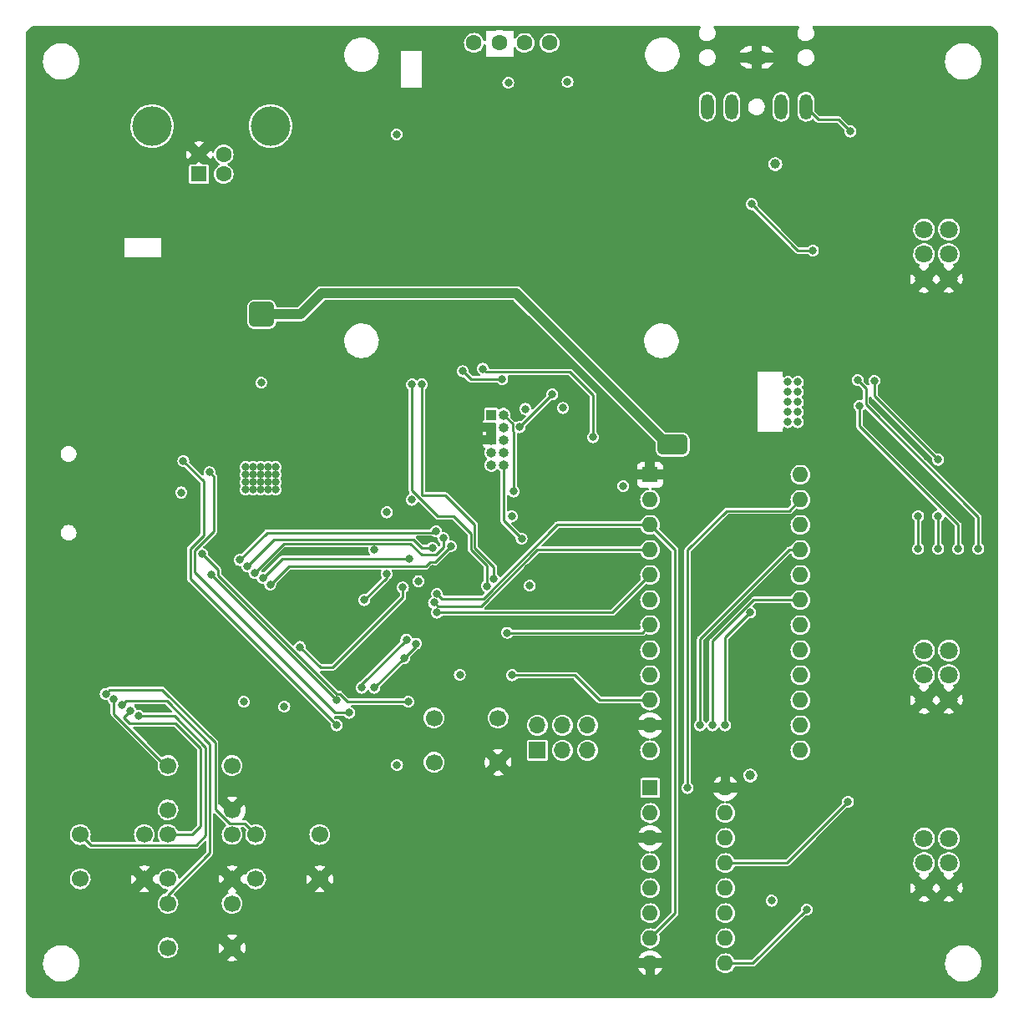
<source format=gbl>
G04 #@! TF.GenerationSoftware,KiCad,Pcbnew,(6.0.1)*
G04 #@! TF.CreationDate,2022-01-31T15:49:31-08:00*
G04 #@! TF.ProjectId,MegaBlaster2,4d656761-426c-4617-9374-6572322e6b69,rev?*
G04 #@! TF.SameCoordinates,Original*
G04 #@! TF.FileFunction,Copper,L4,Bot*
G04 #@! TF.FilePolarity,Positive*
%FSLAX46Y46*%
G04 Gerber Fmt 4.6, Leading zero omitted, Abs format (unit mm)*
G04 Created by KiCad (PCBNEW (6.0.1)) date 2022-01-31 15:49:31*
%MOMM*%
%LPD*%
G01*
G04 APERTURE LIST*
G04 #@! TA.AperFunction,ComponentPad*
%ADD10C,1.600000*%
G04 #@! TD*
G04 #@! TA.AperFunction,ComponentPad*
%ADD11C,4.000000*%
G04 #@! TD*
G04 #@! TA.AperFunction,ComponentPad*
%ADD12R,1.600000X1.600000*%
G04 #@! TD*
G04 #@! TA.AperFunction,ComponentPad*
%ADD13R,1.000000X1.000000*%
G04 #@! TD*
G04 #@! TA.AperFunction,ComponentPad*
%ADD14O,1.000000X1.000000*%
G04 #@! TD*
G04 #@! TA.AperFunction,ComponentPad*
%ADD15O,1.300000X2.600000*%
G04 #@! TD*
G04 #@! TA.AperFunction,ComponentPad*
%ADD16O,2.600000X1.300000*%
G04 #@! TD*
G04 #@! TA.AperFunction,ComponentPad*
%ADD17C,1.700000*%
G04 #@! TD*
G04 #@! TA.AperFunction,ComponentPad*
%ADD18C,1.800000*%
G04 #@! TD*
G04 #@! TA.AperFunction,ComponentPad*
%ADD19R,1.700000X1.700000*%
G04 #@! TD*
G04 #@! TA.AperFunction,ComponentPad*
%ADD20O,1.700000X1.700000*%
G04 #@! TD*
G04 #@! TA.AperFunction,ComponentPad*
%ADD21O,1.600000X1.600000*%
G04 #@! TD*
G04 #@! TA.AperFunction,ViaPad*
%ADD22C,0.800000*%
G04 #@! TD*
G04 #@! TA.AperFunction,ViaPad*
%ADD23C,1.000000*%
G04 #@! TD*
G04 #@! TA.AperFunction,Conductor*
%ADD24C,0.250000*%
G04 #@! TD*
G04 #@! TA.AperFunction,Conductor*
%ADD25C,1.000000*%
G04 #@! TD*
G04 APERTURE END LIST*
D10*
X129460000Y-43845000D03*
X132050000Y-43845000D03*
X134590000Y-43845000D03*
X137130000Y-43845000D03*
D11*
X108850000Y-52290000D03*
X96850000Y-52290000D03*
D12*
X101600000Y-57150000D03*
D10*
X104100000Y-57150000D03*
X104100000Y-55150000D03*
X101600000Y-55150000D03*
D13*
X131200000Y-81550000D03*
D14*
X132470000Y-81550000D03*
X131200000Y-82820000D03*
X132470000Y-82820000D03*
X131200000Y-84090000D03*
X132470000Y-84090000D03*
X131200000Y-85360000D03*
X132470000Y-85360000D03*
X131200000Y-86630000D03*
X132470000Y-86630000D03*
D15*
X155610000Y-50330000D03*
X160610000Y-50330000D03*
X163110000Y-50330000D03*
D16*
X158110000Y-45330000D03*
D15*
X153110000Y-50330000D03*
D17*
X125410000Y-112280000D03*
X131910000Y-112280000D03*
X125410000Y-116780000D03*
X131910000Y-116780000D03*
X89555000Y-124095000D03*
X96055000Y-124095000D03*
X89555000Y-128595000D03*
X96055000Y-128595000D03*
X98445000Y-131080000D03*
X104945000Y-131080000D03*
X98445000Y-135580000D03*
X104945000Y-135580000D03*
X107335000Y-124095000D03*
X113835000Y-124095000D03*
X107335000Y-128595000D03*
X113835000Y-128595000D03*
X98445000Y-117110000D03*
X104945000Y-117110000D03*
X98445000Y-121610000D03*
X104945000Y-121610000D03*
X98450000Y-124090000D03*
X104950000Y-124090000D03*
X98450000Y-128590000D03*
X104950000Y-128590000D03*
D18*
X177593000Y-67778000D03*
X177593000Y-65278000D03*
X177593000Y-62778000D03*
X175093000Y-67778000D03*
X175093000Y-65278000D03*
X175093000Y-62778000D03*
X177595001Y-129500000D03*
X177595001Y-127000000D03*
X177595001Y-124500000D03*
X175095001Y-129500000D03*
X175095001Y-127000000D03*
X175095001Y-124500000D03*
X177595001Y-110450000D03*
X177595001Y-107950000D03*
X177595001Y-105450000D03*
X175095001Y-110450000D03*
X175095001Y-107950000D03*
X175095001Y-105450000D03*
D19*
X135905000Y-115575000D03*
D20*
X135905000Y-113035000D03*
X138445000Y-115575000D03*
X138445000Y-113035000D03*
X140985000Y-115575000D03*
X140985000Y-113035000D03*
D12*
X147315000Y-87625000D03*
D21*
X147315000Y-90165000D03*
X147315000Y-92705000D03*
X147315000Y-95245000D03*
X147315000Y-97785000D03*
X147315000Y-100325000D03*
X147315000Y-102865000D03*
X147315000Y-105405000D03*
X147315000Y-107945000D03*
X147315000Y-110485000D03*
X147315000Y-113025000D03*
X147315000Y-115565000D03*
X162555000Y-115565000D03*
X162555000Y-113025000D03*
X162555000Y-110485000D03*
X162555000Y-107945000D03*
X162555000Y-105405000D03*
X162555000Y-102865000D03*
X162555000Y-100325000D03*
X162555000Y-97785000D03*
X162555000Y-95245000D03*
X162555000Y-92705000D03*
X162555000Y-90165000D03*
X162555000Y-87625000D03*
D12*
X147330000Y-119370000D03*
D21*
X147330000Y-121910000D03*
X147330000Y-124450000D03*
X147330000Y-126990000D03*
X147330000Y-129530000D03*
X147330000Y-132070000D03*
X147330000Y-134610000D03*
X147330000Y-137150000D03*
X154950000Y-137150000D03*
X154950000Y-134610000D03*
X154950000Y-132070000D03*
X154950000Y-129530000D03*
X154950000Y-126990000D03*
X154950000Y-124450000D03*
X154950000Y-121910000D03*
X154950000Y-119370000D03*
D22*
X172974000Y-64770000D03*
X113792000Y-95377000D03*
X150622000Y-65786000D03*
X99500000Y-64850000D03*
X149606000Y-49022000D03*
X151257000Y-124333000D03*
X150876000Y-121666000D03*
X157861000Y-63754000D03*
X90932000Y-44196000D03*
X172720000Y-114935000D03*
X138938000Y-67310000D03*
X123698000Y-68072000D03*
X163576000Y-128651000D03*
X180086000Y-49022000D03*
X135636000Y-58928000D03*
X159766000Y-102362000D03*
X94615000Y-70612000D03*
X124530000Y-94320000D03*
X104140000Y-125984000D03*
X117602000Y-56642000D03*
X155448000Y-97790000D03*
X151638000Y-126619000D03*
X127779253Y-105263647D03*
X122702802Y-108092802D03*
X113792000Y-75946000D03*
X164140000Y-63970000D03*
X102300000Y-65950000D03*
X160020000Y-42926000D03*
X142113000Y-129667000D03*
X95250000Y-126238000D03*
X123317198Y-100112802D03*
X106235500Y-56197500D03*
X104630000Y-59200000D03*
X141986000Y-46228000D03*
X115930000Y-104250000D03*
X166370000Y-43942000D03*
X134239000Y-125349000D03*
X179705000Y-115443000D03*
X85852000Y-80264000D03*
X181229000Y-127635000D03*
X164465000Y-81534000D03*
X97800000Y-111280000D03*
X91186000Y-76708000D03*
X109474000Y-46482000D03*
X158436011Y-58711076D03*
X151257000Y-132588000D03*
X91948000Y-76708000D03*
X94234000Y-73025000D03*
X179451000Y-122936000D03*
X172466000Y-57150000D03*
X166116000Y-56642000D03*
X104648000Y-49276000D03*
X180594000Y-88138000D03*
X116332000Y-48768000D03*
X168402000Y-86868000D03*
X157099000Y-107950000D03*
X128924500Y-96370000D03*
X103200000Y-68050000D03*
X92710000Y-76708000D03*
X162814000Y-137414000D03*
X148082000Y-58166000D03*
X152654000Y-84709000D03*
X90424000Y-75946000D03*
X154051000Y-64643000D03*
X163510000Y-63300000D03*
X180340000Y-133096000D03*
X98650000Y-64850000D03*
X168275000Y-79375000D03*
X156337000Y-63754000D03*
X176022000Y-43942000D03*
X166370000Y-50038000D03*
X121158000Y-76200000D03*
X134874000Y-120142000D03*
X167767000Y-71120000D03*
X176276000Y-134874000D03*
X86868000Y-48768000D03*
X113538000Y-126238000D03*
X113538000Y-84328000D03*
X123063000Y-125476000D03*
X120650000Y-61214000D03*
X90170000Y-46990000D03*
X162490000Y-63700000D03*
X170561000Y-101092000D03*
X157353000Y-114554000D03*
X175006000Y-139192000D03*
X180594000Y-62230000D03*
X105280000Y-59680000D03*
X171958000Y-71628000D03*
X133868224Y-100821273D03*
X91948000Y-75946000D03*
X176276000Y-114554000D03*
X151130000Y-79121000D03*
X174244000Y-50292000D03*
X155956000Y-43180000D03*
X131390000Y-88530000D03*
X176403000Y-58674000D03*
X153416000Y-75565000D03*
X125310000Y-97135500D03*
X91186000Y-75946000D03*
X85852000Y-133604000D03*
X170688000Y-66548000D03*
X178689000Y-100330000D03*
X129032000Y-50546000D03*
X112268000Y-137668000D03*
X148971000Y-119888000D03*
X155956000Y-53340000D03*
X129413000Y-134112000D03*
X156845000Y-89281000D03*
X87884000Y-105410000D03*
X96774000Y-55626000D03*
X164592000Y-69596000D03*
X171577000Y-133858000D03*
X93980000Y-102362000D03*
X181991000Y-100711000D03*
X180721000Y-72009000D03*
X90424000Y-53340000D03*
X138430000Y-87884000D03*
X143510000Y-107823000D03*
X91694000Y-139192000D03*
X142557500Y-97174500D03*
X105420000Y-58890000D03*
X167386000Y-93472000D03*
X134955802Y-97109802D03*
X90170000Y-134874000D03*
X102616000Y-111506000D03*
X97028000Y-44196000D03*
X169926000Y-106807000D03*
X164390000Y-62980000D03*
X167386000Y-130810000D03*
X102300000Y-68050000D03*
X162052000Y-66802000D03*
X166550000Y-60680000D03*
X175768000Y-122174000D03*
X150749000Y-92456000D03*
X142875000Y-105410000D03*
X157607000Y-123444000D03*
X162941000Y-121412000D03*
X141986000Y-60198000D03*
X121160000Y-104800000D03*
X178435000Y-81915000D03*
X158220000Y-62020000D03*
X178562000Y-74930000D03*
X151384000Y-137414000D03*
X85598000Y-52959000D03*
X157480000Y-105537000D03*
X176784000Y-47498000D03*
X86487000Y-74676000D03*
X140970000Y-91186000D03*
X168402000Y-76581000D03*
X105410000Y-91948000D03*
X90932000Y-118110000D03*
X95758000Y-77216000D03*
X92710000Y-75946000D03*
X129370000Y-68110000D03*
X144272000Y-53340000D03*
X168910000Y-130810000D03*
X163180000Y-62530000D03*
X180848000Y-69342000D03*
X159385000Y-111125000D03*
X137646659Y-136413262D03*
X90424000Y-76708000D03*
X173228000Y-79121000D03*
X181610000Y-79883000D03*
X127381000Y-103124000D03*
X135128000Y-98869500D03*
X106309000Y-86846000D03*
X108595000Y-89132000D03*
X107071000Y-86846000D03*
X106125000Y-110650000D03*
X107833000Y-86846000D03*
X107071000Y-89132000D03*
X134670000Y-80950000D03*
X109357000Y-88370000D03*
X106309000Y-87608000D03*
X107071000Y-88370000D03*
X108595000Y-88370000D03*
X99800000Y-89425000D03*
X107833000Y-89132000D03*
X110240000Y-111150000D03*
X109357000Y-89132000D03*
X108595000Y-87608000D03*
X144600000Y-88760000D03*
X138500000Y-80860000D03*
X121630000Y-53120000D03*
X107071000Y-87608000D03*
X133312500Y-91837500D03*
X121670000Y-117050000D03*
X108595000Y-86846000D03*
X106309000Y-89132000D03*
X109357000Y-87608000D03*
X132950000Y-47900000D03*
X106309000Y-88370000D03*
X107833000Y-87608000D03*
X109357000Y-86846000D03*
X138950000Y-47800000D03*
X120650000Y-91440000D03*
X107900000Y-78300000D03*
X123844261Y-98405500D03*
X107833000Y-88370000D03*
X128037329Y-107909643D03*
D23*
X148590000Y-85090000D03*
X150622000Y-85090000D03*
D22*
X107188000Y-72136000D03*
X108712000Y-71374000D03*
X107950000Y-70612000D03*
X107950000Y-72136000D03*
X107950000Y-71374000D03*
X107188000Y-70612000D03*
X107188000Y-71374000D03*
D23*
X150622000Y-84074000D03*
X149606000Y-84074000D03*
X149606000Y-85090000D03*
D22*
X108712000Y-72136000D03*
D23*
X148590000Y-84074000D03*
D22*
X108712000Y-70612000D03*
X159639000Y-130810000D03*
X161290000Y-78232000D03*
X162306000Y-79248000D03*
D23*
X160020000Y-56134000D03*
D22*
X162306000Y-82296000D03*
X161290000Y-82296000D03*
X161290000Y-80264000D03*
X162306000Y-81280000D03*
X161290000Y-81280000D03*
D23*
X157480000Y-118110000D03*
D22*
X161290000Y-79248000D03*
X162306000Y-80264000D03*
X162306000Y-78232000D03*
X163195000Y-131699000D03*
X167640000Y-52832000D03*
X174498000Y-91821000D03*
X174498000Y-95125500D03*
X167386000Y-120777000D03*
X130374999Y-76889001D03*
X141536015Y-83820000D03*
X132334000Y-77941010D03*
X128352342Y-77133658D03*
X130778310Y-98899376D03*
X123185059Y-78486060D03*
X131475842Y-98201842D03*
X124184995Y-78473776D03*
X133494634Y-89322012D03*
X137414000Y-79502000D03*
X134112000Y-82804000D03*
X134300000Y-94100000D03*
X176530000Y-91821000D03*
X176530000Y-95125500D03*
X115570000Y-113030000D03*
X100000000Y-86220000D03*
X116840000Y-111760000D03*
X122425650Y-106214952D03*
X123610633Y-104752837D03*
X102670000Y-87380000D03*
X119380000Y-109220000D03*
X102870000Y-97790000D03*
X118110000Y-109220000D03*
X115570000Y-110490000D03*
X122614220Y-104329455D03*
X122810000Y-110640000D03*
X101880000Y-95640000D03*
X163830000Y-64897000D03*
X157607000Y-60198000D03*
X168352698Y-78027302D03*
X180594000Y-95125500D03*
X95490000Y-112090000D03*
X127110000Y-94900000D03*
X108820000Y-98760000D03*
X107222326Y-97564281D03*
X126370000Y-94050000D03*
X93810000Y-110976607D03*
X105696985Y-96271571D03*
X125639745Y-93358248D03*
X92138556Y-109830000D03*
X106475248Y-96899527D03*
X125242036Y-95022160D03*
X92964775Y-110410000D03*
X178562000Y-95125500D03*
X168529000Y-80645000D03*
X94640000Y-111529873D03*
X122880000Y-96170000D03*
X108061116Y-98108757D03*
X123190000Y-90170000D03*
X119380000Y-95250000D03*
X118364000Y-100330000D03*
X120606818Y-97671303D03*
X111830579Y-105085421D03*
X122264656Y-99060260D03*
X125729107Y-99714500D03*
X125418677Y-100590633D03*
X125730000Y-101600000D03*
X133350000Y-107950000D03*
X132847113Y-103644964D03*
X176530000Y-86106000D03*
X170053000Y-78105000D03*
X151130000Y-119380000D03*
X152400000Y-113030000D03*
X153670000Y-113030000D03*
X154940000Y-113030000D03*
X157480000Y-101600000D03*
D24*
X133050000Y-47800000D02*
X132950000Y-47900000D01*
X131200000Y-81550000D02*
X131200000Y-81350000D01*
D25*
X135636000Y-71096000D02*
X133750001Y-69210001D01*
X148590000Y-84074000D02*
X135636000Y-71120000D01*
X107188000Y-70612000D02*
X107188000Y-72136000D01*
X107188000Y-70612000D02*
X108712000Y-70612000D01*
X108712000Y-70612000D02*
X108712000Y-72136000D01*
X114049999Y-69210001D02*
X111886000Y-71374000D01*
X111886000Y-71374000D02*
X107950000Y-71374000D01*
X150622000Y-84074000D02*
X150622000Y-85090000D01*
X148590000Y-84074000D02*
X150622000Y-84074000D01*
X107188000Y-72136000D02*
X108712000Y-72136000D01*
X133750001Y-69210001D02*
X114049999Y-69210001D01*
X148590000Y-84074000D02*
X148590000Y-85090000D01*
X149606000Y-84074000D02*
X149606000Y-85090000D01*
X107950000Y-70612000D02*
X107950000Y-72136000D01*
X108204000Y-71120000D02*
X107950000Y-71374000D01*
X150622000Y-85090000D02*
X148590000Y-85090000D01*
X107188000Y-71374000D02*
X108712000Y-71374000D01*
X135636000Y-71120000D02*
X135636000Y-71096000D01*
D24*
X157744000Y-137150000D02*
X154950000Y-137150000D01*
X163195000Y-131699000D02*
X157744000Y-137150000D01*
X164405000Y-51625000D02*
X163110000Y-50330000D01*
X167640000Y-52832000D02*
X166433000Y-51625000D01*
X166433000Y-51625000D02*
X164405000Y-51625000D01*
X174498000Y-95125500D02*
X174498000Y-92837000D01*
X174498000Y-92837000D02*
X174498000Y-91821000D01*
X154950000Y-126990000D02*
X161173000Y-126990000D01*
X161173000Y-126990000D02*
X167386000Y-120777000D01*
X141536015Y-83820000D02*
X141536015Y-79560015D01*
X139192000Y-77216000D02*
X130701998Y-77216000D01*
X141536015Y-79560015D02*
X139192000Y-77216000D01*
X130701998Y-77216000D02*
X130374999Y-76889001D01*
X128352342Y-77133658D02*
X129159694Y-77941010D01*
X129159694Y-77941010D02*
X132334000Y-77941010D01*
X129160489Y-93600489D02*
X127379511Y-91819511D01*
X125765116Y-91819511D02*
X123185059Y-89239454D01*
X123185059Y-89239454D02*
X123185059Y-78486060D01*
X130778310Y-98899376D02*
X130778310Y-96832705D01*
X130778310Y-96832705D02*
X129160489Y-95214883D01*
X127379511Y-91819511D02*
X125765116Y-91819511D01*
X129160489Y-95214883D02*
X129160489Y-93600489D01*
X126532680Y-89702680D02*
X124184995Y-89702680D01*
X124184995Y-89702680D02*
X124184995Y-78473776D01*
X131475842Y-96993527D02*
X129540000Y-95057685D01*
X129540000Y-92710000D02*
X126532680Y-89702680D01*
X129540000Y-95057685D02*
X129540000Y-92710000D01*
X131475842Y-98201842D02*
X131475842Y-96993527D01*
X133494634Y-83259638D02*
X133386998Y-83152002D01*
X133494634Y-89322012D02*
X133494634Y-83259638D01*
X133386998Y-83152002D02*
X133386998Y-82466998D01*
X133386998Y-82466998D02*
X132470000Y-81550000D01*
X137414000Y-79502000D02*
X134112000Y-82804000D01*
X132470000Y-92270000D02*
X134300000Y-94100000D01*
X132470000Y-86630000D02*
X132470000Y-92270000D01*
X176530000Y-95125500D02*
X176530000Y-92837000D01*
X176530000Y-92837000D02*
X176530000Y-91821000D01*
X100704987Y-95105598D02*
X102044987Y-93765598D01*
X100704987Y-98164987D02*
X100704987Y-95105598D01*
X115570000Y-113030000D02*
X100704987Y-98164987D01*
X102044987Y-93765598D02*
X102044987Y-88264987D01*
X102044987Y-88264987D02*
X100000000Y-86220000D01*
X115376996Y-111760000D02*
X101154998Y-97538002D01*
X123610633Y-105029969D02*
X123610633Y-104752837D01*
X103119991Y-93327005D02*
X103119991Y-87829991D01*
X103119991Y-87829991D02*
X102670000Y-87380000D01*
X116840000Y-111760000D02*
X115376996Y-111760000D01*
X101154998Y-95291998D02*
X103119991Y-93327005D01*
X122425650Y-106214952D02*
X123610633Y-105029969D01*
X122425650Y-106214952D02*
X122385048Y-106214952D01*
X122385048Y-106214952D02*
X119380000Y-109220000D01*
X101154998Y-97538002D02*
X101154998Y-95291998D01*
X115570000Y-110490000D02*
X102870000Y-97790000D01*
X118110000Y-108833675D02*
X118110000Y-109220000D01*
X122614220Y-104329455D02*
X118110000Y-108833675D01*
X115841104Y-109835499D02*
X115555338Y-109835499D01*
X122810000Y-110640000D02*
X116645605Y-110640000D01*
X116645605Y-110640000D02*
X115841104Y-109835499D01*
X103524501Y-97284501D02*
X101880000Y-95640000D01*
X115555338Y-109835499D02*
X103524501Y-97804662D01*
X103524501Y-97804662D02*
X103524501Y-97284501D01*
X163830000Y-64897000D02*
X162306000Y-64897000D01*
X162306000Y-64897000D02*
X157607000Y-60198000D01*
X180594000Y-91911395D02*
X169183501Y-80500896D01*
X169183501Y-80500896D02*
X169183501Y-78858105D01*
X169183501Y-78858105D02*
X168352698Y-78027302D01*
X180594000Y-95125500D02*
X180594000Y-91911395D01*
X99110000Y-112090000D02*
X95490000Y-112090000D01*
X110684999Y-96895001D02*
X108820000Y-98760000D01*
X102270000Y-115250000D02*
X99110000Y-112090000D01*
X124624894Y-96895001D02*
X110684999Y-96895001D01*
X125038896Y-96480999D02*
X124624894Y-96895001D01*
X125529001Y-96480999D02*
X125038896Y-96480999D01*
X89555000Y-124095000D02*
X90660001Y-125200001D01*
X127110000Y-94900000D02*
X125529001Y-96480999D01*
X90660001Y-125200001D02*
X101279999Y-125200001D01*
X102270000Y-124210000D02*
X102270000Y-115250000D01*
X101279999Y-125200001D02*
X102270000Y-124210000D01*
X98340000Y-110570000D02*
X94216607Y-110570000D01*
X94216607Y-110570000D02*
X93810000Y-110976607D01*
X110191108Y-94595499D02*
X107222326Y-97564281D01*
X98445000Y-130230402D02*
X102690000Y-125985402D01*
X125590037Y-95747161D02*
X124183008Y-95747161D01*
X98445000Y-131080000D02*
X98445000Y-130230402D01*
X102690000Y-114920000D02*
X98340000Y-110570000D01*
X123031346Y-94595499D02*
X110191108Y-94595499D01*
X124183008Y-95747161D02*
X123031346Y-94595499D01*
X126370000Y-94050000D02*
X126370000Y-94967198D01*
X126370000Y-94967198D02*
X125590037Y-95747161D01*
X102690000Y-125985402D02*
X102690000Y-114920000D01*
X107335000Y-124095000D02*
X106224999Y-122984999D01*
X97870000Y-109440000D02*
X92528556Y-109440000D01*
X125509976Y-93488017D02*
X125639745Y-93358248D01*
X104684597Y-122984999D02*
X103230000Y-121530402D01*
X105696985Y-96271571D02*
X108480539Y-93488017D01*
X108480539Y-93488017D02*
X125509976Y-93488017D01*
X92528556Y-109440000D02*
X92138556Y-109830000D01*
X103230000Y-121530402D02*
X103230000Y-114800000D01*
X106224999Y-122984999D02*
X104684597Y-122984999D01*
X103230000Y-114800000D02*
X97870000Y-109440000D01*
X109158787Y-94215988D02*
X123352986Y-94215988D01*
X106475248Y-96899527D02*
X109158787Y-94215988D01*
X98445000Y-117110000D02*
X98210000Y-117110000D01*
X92964775Y-111864775D02*
X92964775Y-110410000D01*
X123352986Y-94215988D02*
X124181999Y-95045001D01*
X98210000Y-117110000D02*
X92964775Y-111864775D01*
X124181999Y-95045001D02*
X125219195Y-95045001D01*
X125219195Y-95045001D02*
X125242036Y-95022160D01*
X168529000Y-82677000D02*
X168529000Y-80645000D01*
X178562000Y-92710000D02*
X170180000Y-84328000D01*
X178562000Y-95125500D02*
X178562000Y-92710000D01*
X170180000Y-84328000D02*
X168529000Y-82677000D01*
X93960000Y-112209873D02*
X93960000Y-112210000D01*
X122880000Y-96170000D02*
X109999873Y-96170000D01*
X99220000Y-112830000D02*
X94580000Y-112830000D01*
X100920000Y-124090000D02*
X101730000Y-123280000D01*
X94640000Y-111529873D02*
X93960000Y-112209873D01*
X109999873Y-96170000D02*
X108061116Y-98108757D01*
X101730000Y-115340000D02*
X99220000Y-112830000D01*
X93960000Y-112210000D02*
X94580000Y-112830000D01*
X98450000Y-124090000D02*
X100920000Y-124090000D01*
X101730000Y-123280000D02*
X101730000Y-115340000D01*
X120606818Y-98087182D02*
X120606818Y-97671303D01*
X118364000Y-100330000D02*
X120606818Y-98087182D01*
X122264656Y-100042348D02*
X122264656Y-99060260D01*
X113905497Y-107160339D02*
X115146665Y-107160339D01*
X111830579Y-105085421D02*
X113905497Y-107160339D01*
X115146665Y-107160339D02*
X122264656Y-100042348D01*
X147315000Y-92705000D02*
X149860000Y-95250000D01*
X149860000Y-95250000D02*
X149860000Y-132080000D01*
X130430489Y-100172801D02*
X126187408Y-100172801D01*
X137898291Y-92705000D02*
X130430489Y-100172801D01*
X147315000Y-92705000D02*
X137898291Y-92705000D01*
X149860000Y-132080000D02*
X147330000Y-134610000D01*
X126187408Y-100172801D02*
X125729107Y-99714500D01*
X130194501Y-100945499D02*
X125773543Y-100945499D01*
X125455816Y-100619406D02*
X125447450Y-100619406D01*
X125447450Y-100619406D02*
X125418677Y-100590633D01*
X135895000Y-95245000D02*
X130194501Y-100945499D01*
X125773543Y-100945499D02*
X125418677Y-100590633D01*
X147315000Y-95245000D02*
X135895000Y-95245000D01*
X125730000Y-101600000D02*
X143500000Y-101600000D01*
X143500000Y-101600000D02*
X147315000Y-97785000D01*
X139700000Y-107950000D02*
X142235000Y-110485000D01*
X133350000Y-107950000D02*
X139700000Y-107950000D01*
X142235000Y-110485000D02*
X147315000Y-110485000D01*
X132847113Y-103644964D02*
X146535036Y-103644964D01*
X146535036Y-103644964D02*
X147315000Y-102865000D01*
X176530000Y-86106000D02*
X170053000Y-79629000D01*
X170053000Y-79629000D02*
X170053000Y-78105000D01*
X155090489Y-91289511D02*
X151130000Y-95250000D01*
X151130000Y-95250000D02*
X151130000Y-119380000D01*
X161430489Y-91289511D02*
X155090489Y-91289511D01*
X162555000Y-90165000D02*
X161430489Y-91289511D01*
X161423630Y-95245000D02*
X162555000Y-95245000D01*
X152400000Y-104268630D02*
X161423630Y-95245000D01*
X152400000Y-113030000D02*
X152400000Y-104268630D01*
X157829395Y-100325000D02*
X162555000Y-100325000D01*
X153670000Y-113030000D02*
X153670000Y-104484395D01*
X153670000Y-104484395D02*
X157829395Y-100325000D01*
X154940000Y-104140000D02*
X157480000Y-101600000D01*
X154940000Y-113030000D02*
X154940000Y-104140000D01*
G04 #@! TA.AperFunction,Conductor*
G36*
X152401131Y-42130002D02*
G01*
X152447624Y-42183658D01*
X152457728Y-42253932D01*
X152437222Y-42306823D01*
X152354625Y-42428360D01*
X152352092Y-42434694D01*
X152352090Y-42434697D01*
X152288534Y-42593598D01*
X152288533Y-42593603D01*
X152286000Y-42599935D01*
X152271646Y-42686643D01*
X152258708Y-42764795D01*
X152255819Y-42782244D01*
X152256176Y-42789061D01*
X152256176Y-42789065D01*
X152262573Y-42911122D01*
X152265490Y-42966781D01*
X152267301Y-42973354D01*
X152267301Y-42973357D01*
X152292930Y-43066402D01*
X152314562Y-43144936D01*
X152400746Y-43308398D01*
X152520020Y-43449540D01*
X152525444Y-43453687D01*
X152525445Y-43453688D01*
X152661399Y-43557633D01*
X152661403Y-43557636D01*
X152666820Y-43561777D01*
X152673000Y-43564659D01*
X152673002Y-43564660D01*
X152828120Y-43636993D01*
X152828123Y-43636994D01*
X152834297Y-43639873D01*
X152840942Y-43641358D01*
X152840947Y-43641360D01*
X152952504Y-43666295D01*
X153014637Y-43680183D01*
X153020307Y-43680500D01*
X153156164Y-43680500D01*
X153293709Y-43665558D01*
X153468848Y-43606617D01*
X153627244Y-43511443D01*
X153632206Y-43506751D01*
X153756549Y-43389165D01*
X153756551Y-43389163D01*
X153761507Y-43384476D01*
X153865375Y-43231640D01*
X153871221Y-43217024D01*
X153931466Y-43066402D01*
X153931467Y-43066397D01*
X153934000Y-43060065D01*
X153950571Y-42959968D01*
X153963066Y-42884494D01*
X153963066Y-42884490D01*
X153964181Y-42877756D01*
X153963357Y-42862015D01*
X153954867Y-42700032D01*
X153954510Y-42693219D01*
X153941229Y-42645000D01*
X153907251Y-42521646D01*
X153905438Y-42515064D01*
X153819254Y-42351602D01*
X153814849Y-42346389D01*
X153814846Y-42346385D01*
X153790290Y-42317328D01*
X153761598Y-42252387D01*
X153772571Y-42182244D01*
X153819724Y-42129167D01*
X153886528Y-42110000D01*
X162333010Y-42110000D01*
X162401131Y-42130002D01*
X162447624Y-42183658D01*
X162457728Y-42253932D01*
X162437222Y-42306823D01*
X162354625Y-42428360D01*
X162352092Y-42434694D01*
X162352090Y-42434697D01*
X162288534Y-42593598D01*
X162288533Y-42593603D01*
X162286000Y-42599935D01*
X162271646Y-42686643D01*
X162258708Y-42764795D01*
X162255819Y-42782244D01*
X162256176Y-42789061D01*
X162256176Y-42789065D01*
X162262573Y-42911122D01*
X162265490Y-42966781D01*
X162267301Y-42973354D01*
X162267301Y-42973357D01*
X162292930Y-43066402D01*
X162314562Y-43144936D01*
X162400746Y-43308398D01*
X162520020Y-43449540D01*
X162525444Y-43453687D01*
X162525445Y-43453688D01*
X162661399Y-43557633D01*
X162661403Y-43557636D01*
X162666820Y-43561777D01*
X162673000Y-43564659D01*
X162673002Y-43564660D01*
X162828120Y-43636993D01*
X162828123Y-43636994D01*
X162834297Y-43639873D01*
X162840942Y-43641358D01*
X162840947Y-43641360D01*
X162952504Y-43666295D01*
X163014637Y-43680183D01*
X163020307Y-43680500D01*
X163156164Y-43680500D01*
X163293709Y-43665558D01*
X163468848Y-43606617D01*
X163627244Y-43511443D01*
X163632206Y-43506751D01*
X163756549Y-43389165D01*
X163756551Y-43389163D01*
X163761507Y-43384476D01*
X163865375Y-43231640D01*
X163871221Y-43217024D01*
X163931466Y-43066402D01*
X163931467Y-43066397D01*
X163934000Y-43060065D01*
X163950571Y-42959968D01*
X163963066Y-42884494D01*
X163963066Y-42884490D01*
X163964181Y-42877756D01*
X163963357Y-42862015D01*
X163954867Y-42700032D01*
X163954510Y-42693219D01*
X163941229Y-42645000D01*
X163907251Y-42521646D01*
X163905438Y-42515064D01*
X163819254Y-42351602D01*
X163814849Y-42346389D01*
X163814846Y-42346385D01*
X163790290Y-42317328D01*
X163761598Y-42252387D01*
X163772571Y-42182244D01*
X163819724Y-42129167D01*
X163886528Y-42110000D01*
X181512976Y-42110000D01*
X181530181Y-42111953D01*
X181535812Y-42111963D01*
X181549642Y-42115143D01*
X181563484Y-42112011D01*
X181567792Y-42112018D01*
X181578556Y-42112498D01*
X181724818Y-42125295D01*
X181746447Y-42129108D01*
X181905314Y-42171676D01*
X181925953Y-42179188D01*
X182075013Y-42248696D01*
X182094033Y-42259678D01*
X182228754Y-42354010D01*
X182245579Y-42368128D01*
X182361872Y-42484421D01*
X182375990Y-42501246D01*
X182470322Y-42635967D01*
X182481304Y-42654987D01*
X182550812Y-42804047D01*
X182558324Y-42824686D01*
X182562492Y-42840242D01*
X182598161Y-42973357D01*
X182600891Y-42983547D01*
X182604704Y-43005176D01*
X182617562Y-43152138D01*
X182618042Y-43163342D01*
X182618038Y-43165811D01*
X182614857Y-43179642D01*
X182617989Y-43193482D01*
X182617980Y-43198373D01*
X182620000Y-43216448D01*
X182620000Y-139602976D01*
X182618047Y-139620181D01*
X182618037Y-139625812D01*
X182614857Y-139639642D01*
X182617989Y-139653484D01*
X182617982Y-139657792D01*
X182617502Y-139668556D01*
X182604705Y-139814818D01*
X182600892Y-139836447D01*
X182558324Y-139995314D01*
X182550812Y-140015953D01*
X182481304Y-140165013D01*
X182470322Y-140184033D01*
X182375990Y-140318754D01*
X182361872Y-140335579D01*
X182245579Y-140451872D01*
X182228754Y-140465990D01*
X182094033Y-140560322D01*
X182075013Y-140571304D01*
X181925953Y-140640812D01*
X181905313Y-140648324D01*
X181746449Y-140690892D01*
X181724824Y-140694704D01*
X181577862Y-140707562D01*
X181566658Y-140708042D01*
X181564189Y-140708038D01*
X181550358Y-140704857D01*
X181536518Y-140707989D01*
X181531627Y-140707980D01*
X181513552Y-140710000D01*
X85127024Y-140710000D01*
X85109819Y-140708047D01*
X85104188Y-140708037D01*
X85090358Y-140704857D01*
X85076516Y-140707989D01*
X85072208Y-140707982D01*
X85061444Y-140707502D01*
X84915182Y-140694705D01*
X84893553Y-140690892D01*
X84734686Y-140648324D01*
X84714047Y-140640812D01*
X84564987Y-140571304D01*
X84545967Y-140560322D01*
X84411246Y-140465990D01*
X84394421Y-140451872D01*
X84278128Y-140335579D01*
X84264010Y-140318754D01*
X84169678Y-140184033D01*
X84158696Y-140165013D01*
X84089188Y-140015953D01*
X84081676Y-139995314D01*
X84071997Y-139959193D01*
X84039108Y-139836447D01*
X84035296Y-139814824D01*
X84022438Y-139667862D01*
X84021958Y-139656658D01*
X84021962Y-139654189D01*
X84025143Y-139640358D01*
X84022011Y-139626518D01*
X84022020Y-139621627D01*
X84020000Y-139603552D01*
X84020000Y-137202095D01*
X85775028Y-137202095D01*
X85800534Y-137469431D01*
X85801619Y-137473865D01*
X85801620Y-137473871D01*
X85846154Y-137655865D01*
X85864364Y-137730285D01*
X85866076Y-137734511D01*
X85866077Y-137734515D01*
X85897060Y-137811007D01*
X85965182Y-137979192D01*
X86100875Y-138210938D01*
X86103728Y-138214505D01*
X86215225Y-138353925D01*
X86268601Y-138420669D01*
X86464846Y-138603991D01*
X86557039Y-138667948D01*
X86681746Y-138754461D01*
X86681751Y-138754464D01*
X86685499Y-138757064D01*
X86689584Y-138759096D01*
X86689587Y-138759098D01*
X86805718Y-138816872D01*
X86925938Y-138876680D01*
X86930272Y-138878101D01*
X86930275Y-138878102D01*
X87176793Y-138958915D01*
X87176798Y-138958916D01*
X87181126Y-138960335D01*
X87185617Y-138961115D01*
X87185618Y-138961115D01*
X87441936Y-139005620D01*
X87441944Y-139005621D01*
X87445717Y-139006276D01*
X87449554Y-139006467D01*
X87528996Y-139010422D01*
X87529004Y-139010422D01*
X87530567Y-139010500D01*
X87698223Y-139010500D01*
X87700491Y-139010335D01*
X87700503Y-139010335D01*
X87830823Y-139000879D01*
X87897846Y-138996016D01*
X87902301Y-138995032D01*
X87902304Y-138995032D01*
X88155620Y-138939105D01*
X88155624Y-138939104D01*
X88160080Y-138938120D01*
X88327617Y-138874646D01*
X88406941Y-138844593D01*
X88406944Y-138844592D01*
X88411211Y-138842975D01*
X88645976Y-138712574D01*
X88788254Y-138603991D01*
X88855833Y-138552417D01*
X88855837Y-138552413D01*
X88859458Y-138549650D01*
X89047185Y-138357614D01*
X89205225Y-138140491D01*
X89264659Y-138027525D01*
X89328140Y-137906868D01*
X89328143Y-137906862D01*
X89330265Y-137902828D01*
X89340664Y-137873382D01*
X89416564Y-137658450D01*
X146123877Y-137658450D01*
X146190586Y-137801511D01*
X146196069Y-137811007D01*
X146321028Y-137989467D01*
X146328084Y-137997875D01*
X146482125Y-138151916D01*
X146490533Y-138158972D01*
X146668993Y-138283931D01*
X146678489Y-138289414D01*
X146813583Y-138352409D01*
X146827523Y-138354526D01*
X146830000Y-138350738D01*
X146830000Y-138341949D01*
X147830000Y-138341949D01*
X147833973Y-138355480D01*
X147838450Y-138356123D01*
X147981511Y-138289414D01*
X147991007Y-138283931D01*
X148169467Y-138158972D01*
X148177875Y-138151916D01*
X148331916Y-137997875D01*
X148338972Y-137989467D01*
X148463931Y-137811007D01*
X148469414Y-137801511D01*
X148532409Y-137666417D01*
X148534526Y-137652477D01*
X148530738Y-137650000D01*
X147848115Y-137650000D01*
X147832876Y-137654475D01*
X147831671Y-137655865D01*
X147830000Y-137663548D01*
X147830000Y-138341949D01*
X146830000Y-138341949D01*
X146830000Y-137668115D01*
X146825525Y-137652876D01*
X146824135Y-137651671D01*
X146816452Y-137650000D01*
X146138051Y-137650000D01*
X146124520Y-137653973D01*
X146123877Y-137658450D01*
X89416564Y-137658450D01*
X89418165Y-137653916D01*
X89418165Y-137653915D01*
X89419688Y-137649603D01*
X89454325Y-137473871D01*
X89470739Y-137390594D01*
X89470740Y-137390588D01*
X89471620Y-137386122D01*
X89472611Y-137366215D01*
X89484073Y-137135963D01*
X153944757Y-137135963D01*
X153961175Y-137331483D01*
X154015258Y-137520091D01*
X154018076Y-137525574D01*
X154102123Y-137689113D01*
X154102126Y-137689117D01*
X154104944Y-137694601D01*
X154226818Y-137848369D01*
X154376238Y-137975535D01*
X154381616Y-137978541D01*
X154381618Y-137978542D01*
X154416211Y-137997875D01*
X154547513Y-138071257D01*
X154734118Y-138131889D01*
X154928946Y-138155121D01*
X154935081Y-138154649D01*
X154935083Y-138154649D01*
X155118434Y-138140541D01*
X155118438Y-138140540D01*
X155124576Y-138140068D01*
X155313556Y-138087303D01*
X155488689Y-137998837D01*
X155518515Y-137975535D01*
X155565996Y-137938438D01*
X155643303Y-137878040D01*
X155673084Y-137843539D01*
X155767485Y-137734173D01*
X155767485Y-137734172D01*
X155771509Y-137729511D01*
X155791341Y-137694601D01*
X155865379Y-137564272D01*
X155865381Y-137564267D01*
X155868425Y-137558909D01*
X155870372Y-137553058D01*
X155871621Y-137550251D01*
X155917601Y-137496155D01*
X155986728Y-137475500D01*
X157724290Y-137475500D01*
X157735272Y-137475980D01*
X157761820Y-137478303D01*
X157761822Y-137478303D01*
X157772807Y-137479264D01*
X157809215Y-137469508D01*
X157819942Y-137467130D01*
X157823301Y-137466538D01*
X157857045Y-137460588D01*
X157866590Y-137455077D01*
X157869866Y-137453885D01*
X157873034Y-137452408D01*
X157883684Y-137449554D01*
X157914544Y-137427945D01*
X157923815Y-137422039D01*
X157946906Y-137408707D01*
X157956455Y-137403194D01*
X157980685Y-137374317D01*
X157988111Y-137366215D01*
X158152231Y-137202095D01*
X177215028Y-137202095D01*
X177240534Y-137469431D01*
X177241619Y-137473865D01*
X177241620Y-137473871D01*
X177286154Y-137655865D01*
X177304364Y-137730285D01*
X177306076Y-137734511D01*
X177306077Y-137734515D01*
X177337060Y-137811007D01*
X177405182Y-137979192D01*
X177540875Y-138210938D01*
X177543728Y-138214505D01*
X177655225Y-138353925D01*
X177708601Y-138420669D01*
X177904846Y-138603991D01*
X177997039Y-138667948D01*
X178121746Y-138754461D01*
X178121751Y-138754464D01*
X178125499Y-138757064D01*
X178129584Y-138759096D01*
X178129587Y-138759098D01*
X178245718Y-138816872D01*
X178365938Y-138876680D01*
X178370272Y-138878101D01*
X178370275Y-138878102D01*
X178616793Y-138958915D01*
X178616798Y-138958916D01*
X178621126Y-138960335D01*
X178625617Y-138961115D01*
X178625618Y-138961115D01*
X178881936Y-139005620D01*
X178881944Y-139005621D01*
X178885717Y-139006276D01*
X178889554Y-139006467D01*
X178968996Y-139010422D01*
X178969004Y-139010422D01*
X178970567Y-139010500D01*
X179138223Y-139010500D01*
X179140491Y-139010335D01*
X179140503Y-139010335D01*
X179270823Y-139000879D01*
X179337846Y-138996016D01*
X179342301Y-138995032D01*
X179342304Y-138995032D01*
X179595620Y-138939105D01*
X179595624Y-138939104D01*
X179600080Y-138938120D01*
X179767617Y-138874646D01*
X179846941Y-138844593D01*
X179846944Y-138844592D01*
X179851211Y-138842975D01*
X180085976Y-138712574D01*
X180228254Y-138603991D01*
X180295833Y-138552417D01*
X180295837Y-138552413D01*
X180299458Y-138549650D01*
X180487185Y-138357614D01*
X180645225Y-138140491D01*
X180704659Y-138027525D01*
X180768140Y-137906868D01*
X180768143Y-137906862D01*
X180770265Y-137902828D01*
X180780664Y-137873382D01*
X180858165Y-137653916D01*
X180858165Y-137653915D01*
X180859688Y-137649603D01*
X180894325Y-137473871D01*
X180910739Y-137390594D01*
X180910740Y-137390588D01*
X180911620Y-137386122D01*
X180912611Y-137366215D01*
X180924745Y-137122474D01*
X180924745Y-137122468D01*
X180924972Y-137117905D01*
X180899466Y-136850569D01*
X180895780Y-136835502D01*
X180836721Y-136594149D01*
X180835636Y-136589715D01*
X180825950Y-136565800D01*
X180736531Y-136345037D01*
X180736531Y-136345036D01*
X180734818Y-136340808D01*
X180599125Y-136109062D01*
X180486784Y-135968586D01*
X180434251Y-135902897D01*
X180434250Y-135902895D01*
X180431399Y-135899331D01*
X180235154Y-135716009D01*
X180089045Y-135614649D01*
X180018254Y-135565539D01*
X180018249Y-135565536D01*
X180014501Y-135562936D01*
X180010416Y-135560904D01*
X180010413Y-135560902D01*
X179838560Y-135475407D01*
X179774062Y-135443320D01*
X179769728Y-135441899D01*
X179769725Y-135441898D01*
X179523207Y-135361085D01*
X179523202Y-135361084D01*
X179518874Y-135359665D01*
X179490043Y-135354659D01*
X179258064Y-135314380D01*
X179258056Y-135314379D01*
X179254283Y-135313724D01*
X179245622Y-135313293D01*
X179171004Y-135309578D01*
X179170996Y-135309578D01*
X179169433Y-135309500D01*
X179001777Y-135309500D01*
X178999509Y-135309665D01*
X178999497Y-135309665D01*
X178869177Y-135319121D01*
X178802154Y-135323984D01*
X178797699Y-135324968D01*
X178797696Y-135324968D01*
X178544380Y-135380895D01*
X178544376Y-135380896D01*
X178539920Y-135381880D01*
X178414355Y-135429452D01*
X178293059Y-135475407D01*
X178293056Y-135475408D01*
X178288789Y-135477025D01*
X178167265Y-135544526D01*
X178085424Y-135589985D01*
X178054024Y-135607426D01*
X178044560Y-135614649D01*
X177844167Y-135767583D01*
X177844163Y-135767587D01*
X177840542Y-135770350D01*
X177837357Y-135773608D01*
X177837356Y-135773609D01*
X177803987Y-135807744D01*
X177652815Y-135962386D01*
X177613740Y-136016069D01*
X177511417Y-136156646D01*
X177494775Y-136179509D01*
X177470240Y-136226143D01*
X177371860Y-136413132D01*
X177371857Y-136413138D01*
X177369735Y-136417172D01*
X177368215Y-136421477D01*
X177368213Y-136421481D01*
X177308804Y-136589715D01*
X177280312Y-136670397D01*
X177257212Y-136787595D01*
X177232390Y-136913534D01*
X177228380Y-136933878D01*
X177228153Y-136938431D01*
X177228153Y-136938434D01*
X177218992Y-137122474D01*
X177215028Y-137202095D01*
X158152231Y-137202095D01*
X163022617Y-132331709D01*
X163084929Y-132297683D01*
X163128157Y-132295882D01*
X163195000Y-132304682D01*
X163203188Y-132303604D01*
X163234058Y-132299540D01*
X163323445Y-132287772D01*
X163343574Y-132285122D01*
X163351762Y-132284044D01*
X163497841Y-132223536D01*
X163623282Y-132127282D01*
X163629293Y-132119449D01*
X163714509Y-132008392D01*
X163719536Y-132001841D01*
X163780044Y-131855762D01*
X163800682Y-131699000D01*
X163780044Y-131542238D01*
X163719536Y-131396159D01*
X163623282Y-131270718D01*
X163497841Y-131174464D01*
X163351762Y-131113956D01*
X163290943Y-131105949D01*
X163203188Y-131094396D01*
X163195000Y-131093318D01*
X163186812Y-131094396D01*
X163099058Y-131105949D01*
X163038238Y-131113956D01*
X162892159Y-131174464D01*
X162766718Y-131270718D01*
X162670464Y-131396159D01*
X162609956Y-131542238D01*
X162589318Y-131699000D01*
X162590396Y-131707188D01*
X162598118Y-131765842D01*
X162587179Y-131835990D01*
X162562291Y-131871383D01*
X157646079Y-136787595D01*
X157583767Y-136821621D01*
X157556984Y-136824500D01*
X155985821Y-136824500D01*
X155917700Y-136804498D01*
X155874570Y-136757653D01*
X155872604Y-136753954D01*
X155787370Y-136593653D01*
X155663361Y-136441602D01*
X155512180Y-136316535D01*
X155339585Y-136223213D01*
X155227355Y-136188472D01*
X155158039Y-136167015D01*
X155158036Y-136167014D01*
X155152152Y-136165193D01*
X155146027Y-136164549D01*
X155146026Y-136164549D01*
X154963147Y-136145327D01*
X154963146Y-136145327D01*
X154957019Y-136144683D01*
X154834383Y-136155844D01*
X154767759Y-136161907D01*
X154767758Y-136161907D01*
X154761618Y-136162466D01*
X154755704Y-136164207D01*
X154755702Y-136164207D01*
X154689991Y-136183547D01*
X154573393Y-136217864D01*
X154567928Y-136220721D01*
X154404972Y-136305912D01*
X154404968Y-136305915D01*
X154399512Y-136308767D01*
X154394712Y-136312627D01*
X154394711Y-136312627D01*
X154364560Y-136336869D01*
X154246600Y-136431711D01*
X154120480Y-136582016D01*
X154117516Y-136587408D01*
X154117513Y-136587412D01*
X154084467Y-136647523D01*
X154025956Y-136753954D01*
X154024095Y-136759821D01*
X154024094Y-136759823D01*
X154002794Y-136826970D01*
X153966628Y-136940978D01*
X153944757Y-137135963D01*
X89484073Y-137135963D01*
X89484745Y-137122474D01*
X89484745Y-137122468D01*
X89484972Y-137117905D01*
X89459466Y-136850569D01*
X89455780Y-136835502D01*
X89453692Y-136826970D01*
X104410757Y-136826970D01*
X104413632Y-136830811D01*
X104560001Y-136886703D01*
X104569899Y-136889579D01*
X104778595Y-136932038D01*
X104788823Y-136933257D01*
X105001650Y-136941062D01*
X105011936Y-136940595D01*
X105223185Y-136913534D01*
X105233262Y-136911392D01*
X105437248Y-136850193D01*
X105446846Y-136846431D01*
X105469156Y-136835502D01*
X105479560Y-136825981D01*
X105477499Y-136819606D01*
X104957812Y-136299919D01*
X104943868Y-136292305D01*
X104942035Y-136292436D01*
X104935420Y-136296687D01*
X104417517Y-136814590D01*
X104410757Y-136826970D01*
X89453692Y-136826970D01*
X89396721Y-136594149D01*
X89395636Y-136589715D01*
X89385950Y-136565800D01*
X89296531Y-136345037D01*
X89296531Y-136345036D01*
X89294818Y-136340808D01*
X89159125Y-136109062D01*
X89046784Y-135968586D01*
X88994251Y-135902897D01*
X88994250Y-135902895D01*
X88991399Y-135899331D01*
X88795154Y-135716009D01*
X88649045Y-135614649D01*
X88578254Y-135565539D01*
X88578249Y-135565536D01*
X88577854Y-135565262D01*
X97389520Y-135565262D01*
X97392304Y-135598410D01*
X97405662Y-135757485D01*
X97406759Y-135770553D01*
X97408458Y-135776478D01*
X97460832Y-135959127D01*
X97463544Y-135968586D01*
X97466359Y-135974063D01*
X97466360Y-135974066D01*
X97554045Y-136144683D01*
X97557712Y-136151818D01*
X97685677Y-136313270D01*
X97690370Y-136317264D01*
X97690371Y-136317265D01*
X97820311Y-136427852D01*
X97842564Y-136446791D01*
X98022398Y-136547297D01*
X98114731Y-136577298D01*
X98212471Y-136609056D01*
X98212475Y-136609057D01*
X98218329Y-136610959D01*
X98422894Y-136635351D01*
X98429029Y-136634879D01*
X98429031Y-136634879D01*
X98485039Y-136630569D01*
X98628300Y-136619546D01*
X98634230Y-136617890D01*
X98634232Y-136617890D01*
X98820797Y-136565800D01*
X98820796Y-136565800D01*
X98826725Y-136564145D01*
X98832214Y-136561372D01*
X98832220Y-136561370D01*
X99005116Y-136474033D01*
X99010610Y-136471258D01*
X99066168Y-136427852D01*
X99168101Y-136348213D01*
X99172951Y-136344424D01*
X99179473Y-136336869D01*
X99303540Y-136193134D01*
X99303540Y-136193133D01*
X99307564Y-136188472D01*
X99321349Y-136164207D01*
X99371072Y-136076678D01*
X99409323Y-136009344D01*
X99474351Y-135813863D01*
X99500171Y-135609474D01*
X99500417Y-135591889D01*
X99500534Y-135583522D01*
X99500534Y-135583518D01*
X99500583Y-135580000D01*
X99497824Y-135551863D01*
X103583050Y-135551863D01*
X103595309Y-135764477D01*
X103596745Y-135774697D01*
X103643565Y-135982446D01*
X103646645Y-135992275D01*
X103691514Y-136102778D01*
X103700286Y-136113820D01*
X103705321Y-136112572D01*
X104225081Y-135592812D01*
X104231459Y-135581132D01*
X105657305Y-135581132D01*
X105657436Y-135582965D01*
X105661687Y-135589580D01*
X106179891Y-136107784D01*
X106192271Y-136114544D01*
X106197705Y-136110476D01*
X106209673Y-136086262D01*
X106213467Y-136076678D01*
X106275376Y-135872915D01*
X106277555Y-135862834D01*
X106305590Y-135649887D01*
X106306109Y-135643212D01*
X106307572Y-135583364D01*
X106307378Y-135576646D01*
X106289781Y-135362604D01*
X106288096Y-135352424D01*
X106236215Y-135145881D01*
X106232890Y-135136115D01*
X106198627Y-135057316D01*
X106189589Y-135046492D01*
X106184115Y-135047992D01*
X105664919Y-135567188D01*
X105657305Y-135581132D01*
X104231459Y-135581132D01*
X104232695Y-135578868D01*
X104232564Y-135577035D01*
X104228313Y-135570420D01*
X103711058Y-135053165D01*
X103698678Y-135046405D01*
X103693711Y-135050124D01*
X103668336Y-135104787D01*
X103664777Y-135114462D01*
X103607864Y-135319681D01*
X103605933Y-135329800D01*
X103583302Y-135541574D01*
X103583050Y-135551863D01*
X99497824Y-135551863D01*
X99480480Y-135374970D01*
X99420935Y-135177749D01*
X99324218Y-134995849D01*
X99213488Y-134860081D01*
X99197906Y-134840975D01*
X99197903Y-134840972D01*
X99194011Y-134836200D01*
X99187173Y-134830543D01*
X99040025Y-134708811D01*
X99040021Y-134708809D01*
X99035275Y-134704882D01*
X98854055Y-134606897D01*
X98657254Y-134545977D01*
X98651129Y-134545333D01*
X98651128Y-134545333D01*
X98458498Y-134525087D01*
X98458496Y-134525087D01*
X98452369Y-134524443D01*
X98365529Y-134532346D01*
X98253342Y-134542555D01*
X98253339Y-134542556D01*
X98247203Y-134543114D01*
X98049572Y-134601280D01*
X97867002Y-134696726D01*
X97862201Y-134700586D01*
X97862198Y-134700588D01*
X97711254Y-134821950D01*
X97706447Y-134825815D01*
X97574024Y-134983630D01*
X97571056Y-134989028D01*
X97571053Y-134989033D01*
X97502099Y-135114462D01*
X97474776Y-135164162D01*
X97472913Y-135170035D01*
X97428648Y-135309578D01*
X97412484Y-135360532D01*
X97411798Y-135366649D01*
X97411797Y-135366653D01*
X97393334Y-135531257D01*
X97389520Y-135565262D01*
X88577854Y-135565262D01*
X88574501Y-135562936D01*
X88570416Y-135560904D01*
X88570413Y-135560902D01*
X88398560Y-135475407D01*
X88334062Y-135443320D01*
X88329728Y-135441899D01*
X88329725Y-135441898D01*
X88083207Y-135361085D01*
X88083202Y-135361084D01*
X88078874Y-135359665D01*
X88050043Y-135354659D01*
X87818064Y-135314380D01*
X87818056Y-135314379D01*
X87814283Y-135313724D01*
X87805622Y-135313293D01*
X87731004Y-135309578D01*
X87730996Y-135309578D01*
X87729433Y-135309500D01*
X87561777Y-135309500D01*
X87559509Y-135309665D01*
X87559497Y-135309665D01*
X87429177Y-135319121D01*
X87362154Y-135323984D01*
X87357699Y-135324968D01*
X87357696Y-135324968D01*
X87104380Y-135380895D01*
X87104376Y-135380896D01*
X87099920Y-135381880D01*
X86974355Y-135429452D01*
X86853059Y-135475407D01*
X86853056Y-135475408D01*
X86848789Y-135477025D01*
X86727265Y-135544526D01*
X86645424Y-135589985D01*
X86614024Y-135607426D01*
X86604560Y-135614649D01*
X86404167Y-135767583D01*
X86404163Y-135767587D01*
X86400542Y-135770350D01*
X86397357Y-135773608D01*
X86397356Y-135773609D01*
X86363987Y-135807744D01*
X86212815Y-135962386D01*
X86173740Y-136016069D01*
X86071417Y-136156646D01*
X86054775Y-136179509D01*
X86030240Y-136226143D01*
X85931860Y-136413132D01*
X85931857Y-136413138D01*
X85929735Y-136417172D01*
X85928215Y-136421477D01*
X85928213Y-136421481D01*
X85868804Y-136589715D01*
X85840312Y-136670397D01*
X85817212Y-136787595D01*
X85792390Y-136913534D01*
X85788380Y-136933878D01*
X85788153Y-136938431D01*
X85788153Y-136938434D01*
X85778992Y-137122474D01*
X85775028Y-137202095D01*
X84020000Y-137202095D01*
X84020000Y-134332424D01*
X104409026Y-134332424D01*
X104411453Y-134339346D01*
X104932188Y-134860081D01*
X104946132Y-134867695D01*
X104947965Y-134867564D01*
X104954580Y-134863313D01*
X105473944Y-134343949D01*
X105480704Y-134331569D01*
X105478152Y-134328160D01*
X105477766Y-134327954D01*
X105297959Y-134264280D01*
X105287989Y-134261646D01*
X105078327Y-134224301D01*
X105068073Y-134223331D01*
X104855116Y-134220728D01*
X104844832Y-134221448D01*
X104634321Y-134253661D01*
X104624293Y-134256050D01*
X104421867Y-134322212D01*
X104417927Y-134323868D01*
X104409026Y-134332424D01*
X84020000Y-134332424D01*
X84020000Y-129841970D01*
X95520757Y-129841970D01*
X95523632Y-129845811D01*
X95670001Y-129901703D01*
X95679899Y-129904579D01*
X95888595Y-129947038D01*
X95898823Y-129948257D01*
X96111650Y-129956062D01*
X96121936Y-129955595D01*
X96333185Y-129928534D01*
X96343262Y-129926392D01*
X96547248Y-129865193D01*
X96556846Y-129861431D01*
X96579156Y-129850502D01*
X96589560Y-129840981D01*
X96587499Y-129834606D01*
X96067812Y-129314919D01*
X96053868Y-129307305D01*
X96052035Y-129307436D01*
X96045420Y-129311687D01*
X95527517Y-129829590D01*
X95520757Y-129841970D01*
X84020000Y-129841970D01*
X84020000Y-128580262D01*
X88499520Y-128580262D01*
X88502813Y-128619474D01*
X88511505Y-128722981D01*
X88516759Y-128785553D01*
X88518458Y-128791478D01*
X88570696Y-128973653D01*
X88573544Y-128983586D01*
X88576359Y-128989063D01*
X88576360Y-128989066D01*
X88664895Y-129161337D01*
X88667712Y-129166818D01*
X88795677Y-129328270D01*
X88800370Y-129332264D01*
X88800371Y-129332265D01*
X88810473Y-129340862D01*
X88952564Y-129461791D01*
X88957942Y-129464797D01*
X88957944Y-129464798D01*
X89018905Y-129498868D01*
X89132398Y-129562297D01*
X89227238Y-129593113D01*
X89322471Y-129624056D01*
X89322475Y-129624057D01*
X89328329Y-129625959D01*
X89532894Y-129650351D01*
X89539029Y-129649879D01*
X89539031Y-129649879D01*
X89597875Y-129645351D01*
X89738300Y-129634546D01*
X89744230Y-129632890D01*
X89744232Y-129632890D01*
X89930797Y-129580800D01*
X89930796Y-129580800D01*
X89936725Y-129579145D01*
X89942214Y-129576372D01*
X89942220Y-129576370D01*
X90100045Y-129496646D01*
X90120610Y-129486258D01*
X90154478Y-129459798D01*
X90278101Y-129363213D01*
X90282951Y-129359424D01*
X90316137Y-129320978D01*
X90413540Y-129208134D01*
X90413540Y-129208133D01*
X90417564Y-129203472D01*
X90438387Y-129166818D01*
X90507561Y-129045048D01*
X90519323Y-129024344D01*
X90584351Y-128828863D01*
X90610171Y-128624474D01*
X90610583Y-128595000D01*
X90607824Y-128566863D01*
X94693050Y-128566863D01*
X94705309Y-128779477D01*
X94706745Y-128789697D01*
X94753565Y-128997446D01*
X94756645Y-129007275D01*
X94801514Y-129117778D01*
X94810286Y-129128820D01*
X94815321Y-129127572D01*
X95335081Y-128607812D01*
X95342695Y-128593868D01*
X95342564Y-128592035D01*
X95338313Y-128585420D01*
X94821058Y-128068165D01*
X94808678Y-128061405D01*
X94803711Y-128065124D01*
X94778336Y-128119787D01*
X94774777Y-128129462D01*
X94717864Y-128334681D01*
X94715933Y-128344800D01*
X94693302Y-128556574D01*
X94693050Y-128566863D01*
X90607824Y-128566863D01*
X90590480Y-128389970D01*
X90530935Y-128192749D01*
X90434218Y-128010849D01*
X90354545Y-127913161D01*
X90307906Y-127855975D01*
X90307903Y-127855972D01*
X90304011Y-127851200D01*
X90280742Y-127831950D01*
X90150025Y-127723811D01*
X90150021Y-127723809D01*
X90145275Y-127719882D01*
X89964055Y-127621897D01*
X89767254Y-127560977D01*
X89761129Y-127560333D01*
X89761128Y-127560333D01*
X89568498Y-127540087D01*
X89568496Y-127540087D01*
X89562369Y-127539443D01*
X89475529Y-127547346D01*
X89363342Y-127557555D01*
X89363339Y-127557556D01*
X89357203Y-127558114D01*
X89159572Y-127616280D01*
X89154107Y-127619137D01*
X89068287Y-127664003D01*
X88977002Y-127711726D01*
X88972201Y-127715586D01*
X88972198Y-127715588D01*
X88852855Y-127811542D01*
X88816447Y-127840815D01*
X88684024Y-127998630D01*
X88681056Y-128004028D01*
X88681053Y-128004033D01*
X88614847Y-128124462D01*
X88584776Y-128179162D01*
X88522484Y-128375532D01*
X88521798Y-128381649D01*
X88521797Y-128381653D01*
X88515977Y-128433540D01*
X88499520Y-128580262D01*
X84020000Y-128580262D01*
X84020000Y-127347424D01*
X95519026Y-127347424D01*
X95521453Y-127354346D01*
X96042188Y-127875081D01*
X96056132Y-127882695D01*
X96057965Y-127882564D01*
X96064580Y-127878313D01*
X96583944Y-127358949D01*
X96590704Y-127346569D01*
X96588152Y-127343160D01*
X96587766Y-127342954D01*
X96407959Y-127279280D01*
X96397989Y-127276646D01*
X96188327Y-127239301D01*
X96178073Y-127238331D01*
X95965116Y-127235728D01*
X95954832Y-127236448D01*
X95744321Y-127268661D01*
X95734293Y-127271050D01*
X95531867Y-127337212D01*
X95527927Y-127338868D01*
X95519026Y-127347424D01*
X84020000Y-127347424D01*
X84020000Y-124080262D01*
X88499520Y-124080262D01*
X88500758Y-124095000D01*
X88515953Y-124275950D01*
X88516759Y-124285553D01*
X88518458Y-124291478D01*
X88570412Y-124472662D01*
X88573544Y-124483586D01*
X88576359Y-124489063D01*
X88576360Y-124489066D01*
X88664897Y-124661341D01*
X88667712Y-124666818D01*
X88795677Y-124828270D01*
X88800370Y-124832264D01*
X88800371Y-124832265D01*
X88938710Y-124950000D01*
X88952564Y-124961791D01*
X89132398Y-125062297D01*
X89207346Y-125086649D01*
X89322471Y-125124056D01*
X89322475Y-125124057D01*
X89328329Y-125125959D01*
X89532894Y-125150351D01*
X89539029Y-125149879D01*
X89539031Y-125149879D01*
X89597875Y-125145351D01*
X89738300Y-125134546D01*
X89744230Y-125132890D01*
X89744232Y-125132890D01*
X89876529Y-125095952D01*
X89936725Y-125079145D01*
X89943347Y-125075800D01*
X89949718Y-125072582D01*
X90019540Y-125059720D01*
X90085231Y-125086649D01*
X90095626Y-125095952D01*
X90415902Y-125416229D01*
X90423328Y-125424332D01*
X90447546Y-125453195D01*
X90473314Y-125468072D01*
X90480185Y-125472039D01*
X90489453Y-125477943D01*
X90520317Y-125499554D01*
X90530963Y-125502407D01*
X90534131Y-125503884D01*
X90537408Y-125505077D01*
X90546956Y-125510589D01*
X90576509Y-125515800D01*
X90584070Y-125517133D01*
X90594804Y-125519513D01*
X90631194Y-125529264D01*
X90642170Y-125528304D01*
X90642173Y-125528304D01*
X90668732Y-125525980D01*
X90679713Y-125525501D01*
X101260289Y-125525501D01*
X101271271Y-125525981D01*
X101297819Y-125528304D01*
X101297821Y-125528304D01*
X101308806Y-125529265D01*
X101345214Y-125519509D01*
X101355941Y-125517131D01*
X101359300Y-125516539D01*
X101393044Y-125510589D01*
X101402589Y-125505078D01*
X101405865Y-125503886D01*
X101409033Y-125502409D01*
X101419683Y-125499555D01*
X101450546Y-125477944D01*
X101459814Y-125472040D01*
X101482905Y-125458708D01*
X101492454Y-125453195D01*
X101516684Y-125424318D01*
X101524110Y-125416216D01*
X102149405Y-124790921D01*
X102211717Y-124756895D01*
X102282532Y-124761960D01*
X102339368Y-124804507D01*
X102364179Y-124871027D01*
X102364500Y-124880016D01*
X102364500Y-125798386D01*
X102344498Y-125866507D01*
X102327595Y-125887481D01*
X99704736Y-128510340D01*
X99642424Y-128544366D01*
X99571609Y-128539301D01*
X99514773Y-128496754D01*
X99490242Y-128433540D01*
X99485480Y-128384970D01*
X99425935Y-128187749D01*
X99329218Y-128005849D01*
X99209380Y-127858913D01*
X99202906Y-127850975D01*
X99202903Y-127850972D01*
X99199011Y-127846200D01*
X99181786Y-127831950D01*
X99045025Y-127718811D01*
X99045021Y-127718809D01*
X99040275Y-127714882D01*
X98903091Y-127640707D01*
X98864474Y-127619827D01*
X98859055Y-127616897D01*
X98662254Y-127555977D01*
X98656129Y-127555333D01*
X98656128Y-127555333D01*
X98463498Y-127535087D01*
X98463496Y-127535087D01*
X98457369Y-127534443D01*
X98370529Y-127542346D01*
X98258342Y-127552555D01*
X98258339Y-127552556D01*
X98252203Y-127553114D01*
X98054572Y-127611280D01*
X98049107Y-127614137D01*
X98017924Y-127630439D01*
X97872002Y-127706726D01*
X97867201Y-127710586D01*
X97867198Y-127710588D01*
X97736670Y-127815535D01*
X97711447Y-127835815D01*
X97579024Y-127993630D01*
X97576056Y-127999028D01*
X97576053Y-127999033D01*
X97532571Y-128078128D01*
X97482225Y-128128186D01*
X97412809Y-128143080D01*
X97346359Y-128118079D01*
X97320841Y-128085719D01*
X97320239Y-128086221D01*
X97299589Y-128061492D01*
X97294115Y-128062992D01*
X96774919Y-128582188D01*
X96767305Y-128596132D01*
X96767436Y-128597965D01*
X96771687Y-128604580D01*
X97289891Y-129122784D01*
X97302271Y-129129544D01*
X97307703Y-129125478D01*
X97312801Y-129115162D01*
X97360915Y-129062955D01*
X97429616Y-129045048D01*
X97497093Y-129067126D01*
X97537826Y-129113395D01*
X97542974Y-129123411D01*
X97562712Y-129161818D01*
X97690677Y-129323270D01*
X97695370Y-129327264D01*
X97695371Y-129327265D01*
X97711348Y-129340862D01*
X97847564Y-129456791D01*
X97852942Y-129459797D01*
X97852944Y-129459798D01*
X97930896Y-129503364D01*
X98027398Y-129557297D01*
X98086099Y-129576370D01*
X98217471Y-129619056D01*
X98217475Y-129619057D01*
X98223329Y-129620959D01*
X98229441Y-129621688D01*
X98229442Y-129621688D01*
X98296953Y-129629738D01*
X98362226Y-129657665D01*
X98402039Y-129716449D01*
X98403751Y-129787425D01*
X98371129Y-129843947D01*
X98228785Y-129986291D01*
X98220681Y-129993718D01*
X98191806Y-130017947D01*
X98186294Y-130027494D01*
X98179208Y-130035939D01*
X98177456Y-130034469D01*
X98136776Y-130073256D01*
X98114615Y-130082137D01*
X98049572Y-130101280D01*
X97867002Y-130196726D01*
X97862201Y-130200586D01*
X97862198Y-130200588D01*
X97750381Y-130290491D01*
X97706447Y-130325815D01*
X97574024Y-130483630D01*
X97571056Y-130489028D01*
X97571053Y-130489033D01*
X97477743Y-130658765D01*
X97474776Y-130664162D01*
X97412484Y-130860532D01*
X97411798Y-130866649D01*
X97411797Y-130866653D01*
X97401487Y-130958574D01*
X97389520Y-131065262D01*
X97406759Y-131270553D01*
X97463544Y-131468586D01*
X97466359Y-131474063D01*
X97466360Y-131474066D01*
X97497475Y-131534609D01*
X97557712Y-131651818D01*
X97685677Y-131813270D01*
X97690370Y-131817264D01*
X97690371Y-131817265D01*
X97779340Y-131892983D01*
X97842564Y-131946791D01*
X97847942Y-131949797D01*
X97847944Y-131949798D01*
X97927412Y-131994211D01*
X98022398Y-132047297D01*
X98096176Y-132071269D01*
X98212471Y-132109056D01*
X98212475Y-132109057D01*
X98218329Y-132110959D01*
X98422894Y-132135351D01*
X98429029Y-132134879D01*
X98429031Y-132134879D01*
X98485039Y-132130569D01*
X98628300Y-132119546D01*
X98634230Y-132117890D01*
X98634232Y-132117890D01*
X98758104Y-132083304D01*
X98826725Y-132064145D01*
X98832214Y-132061372D01*
X98832220Y-132061370D01*
X99005116Y-131974033D01*
X99010610Y-131971258D01*
X99043998Y-131945173D01*
X99168101Y-131848213D01*
X99172951Y-131844424D01*
X99307564Y-131688472D01*
X99312478Y-131679823D01*
X99385985Y-131550426D01*
X99409323Y-131509344D01*
X99474351Y-131313863D01*
X99500171Y-131109474D01*
X99500485Y-131087015D01*
X99500534Y-131083522D01*
X99500534Y-131083518D01*
X99500583Y-131080000D01*
X99499138Y-131065262D01*
X103889520Y-131065262D01*
X103906759Y-131270553D01*
X103963544Y-131468586D01*
X103966359Y-131474063D01*
X103966360Y-131474066D01*
X103997475Y-131534609D01*
X104057712Y-131651818D01*
X104185677Y-131813270D01*
X104190370Y-131817264D01*
X104190371Y-131817265D01*
X104279340Y-131892983D01*
X104342564Y-131946791D01*
X104347942Y-131949797D01*
X104347944Y-131949798D01*
X104427412Y-131994211D01*
X104522398Y-132047297D01*
X104596176Y-132071269D01*
X104712471Y-132109056D01*
X104712475Y-132109057D01*
X104718329Y-132110959D01*
X104922894Y-132135351D01*
X104929029Y-132134879D01*
X104929031Y-132134879D01*
X104985039Y-132130569D01*
X105128300Y-132119546D01*
X105134230Y-132117890D01*
X105134232Y-132117890D01*
X105258104Y-132083304D01*
X105326725Y-132064145D01*
X105332214Y-132061372D01*
X105332220Y-132061370D01*
X105342924Y-132055963D01*
X146324757Y-132055963D01*
X146341175Y-132251483D01*
X146395258Y-132440091D01*
X146398076Y-132445574D01*
X146482123Y-132609113D01*
X146482126Y-132609117D01*
X146484944Y-132614601D01*
X146606818Y-132768369D01*
X146756238Y-132895535D01*
X146761616Y-132898541D01*
X146761618Y-132898542D01*
X146797932Y-132918837D01*
X146927513Y-132991257D01*
X147114118Y-133051889D01*
X147308946Y-133075121D01*
X147315081Y-133074649D01*
X147315083Y-133074649D01*
X147498434Y-133060541D01*
X147498438Y-133060540D01*
X147504576Y-133060068D01*
X147693556Y-133007303D01*
X147868689Y-132918837D01*
X147898515Y-132895535D01*
X148018453Y-132801829D01*
X148023303Y-132798040D01*
X148053084Y-132763539D01*
X148147485Y-132654173D01*
X148147485Y-132654172D01*
X148151509Y-132649511D01*
X148248425Y-132478909D01*
X148310358Y-132292732D01*
X148334949Y-132098071D01*
X148335341Y-132070000D01*
X148316194Y-131874728D01*
X148314413Y-131868829D01*
X148314412Y-131868824D01*
X148261265Y-131692793D01*
X148259484Y-131686894D01*
X148167370Y-131513653D01*
X148043361Y-131361602D01*
X147892180Y-131236535D01*
X147719585Y-131143213D01*
X147596820Y-131105211D01*
X147538039Y-131087015D01*
X147538036Y-131087014D01*
X147532152Y-131085193D01*
X147526027Y-131084549D01*
X147526026Y-131084549D01*
X147343147Y-131065327D01*
X147343146Y-131065327D01*
X147337019Y-131064683D01*
X147214383Y-131075844D01*
X147147759Y-131081907D01*
X147147758Y-131081907D01*
X147141618Y-131082466D01*
X147135704Y-131084207D01*
X147135702Y-131084207D01*
X147037948Y-131112978D01*
X146953393Y-131137864D01*
X146947928Y-131140721D01*
X146784972Y-131225912D01*
X146784968Y-131225915D01*
X146779512Y-131228767D01*
X146774712Y-131232627D01*
X146774711Y-131232627D01*
X146761430Y-131243305D01*
X146626600Y-131351711D01*
X146500480Y-131502016D01*
X146497516Y-131507408D01*
X146497513Y-131507412D01*
X146473866Y-131550426D01*
X146405956Y-131673954D01*
X146404095Y-131679821D01*
X146404094Y-131679823D01*
X146400608Y-131690812D01*
X146346628Y-131860978D01*
X146324757Y-132055963D01*
X105342924Y-132055963D01*
X105505116Y-131974033D01*
X105510610Y-131971258D01*
X105543998Y-131945173D01*
X105668101Y-131848213D01*
X105672951Y-131844424D01*
X105807564Y-131688472D01*
X105812478Y-131679823D01*
X105885985Y-131550426D01*
X105909323Y-131509344D01*
X105974351Y-131313863D01*
X106000171Y-131109474D01*
X106000485Y-131087015D01*
X106000534Y-131083522D01*
X106000534Y-131083518D01*
X106000583Y-131080000D01*
X105980480Y-130874970D01*
X105920935Y-130677749D01*
X105824218Y-130495849D01*
X105712233Y-130358542D01*
X105697906Y-130340975D01*
X105697903Y-130340972D01*
X105694011Y-130336200D01*
X105676786Y-130321950D01*
X105540025Y-130208811D01*
X105540021Y-130208809D01*
X105535275Y-130204882D01*
X105529855Y-130201952D01*
X105529850Y-130201948D01*
X105359005Y-130109573D01*
X105308596Y-130059578D01*
X105293218Y-129990267D01*
X105317754Y-129923645D01*
X105374414Y-129880864D01*
X105382725Y-129878052D01*
X105442237Y-129860197D01*
X105451846Y-129856431D01*
X105474156Y-129845502D01*
X105478016Y-129841970D01*
X113300757Y-129841970D01*
X113303632Y-129845811D01*
X113450001Y-129901703D01*
X113459899Y-129904579D01*
X113668595Y-129947038D01*
X113678823Y-129948257D01*
X113891650Y-129956062D01*
X113901936Y-129955595D01*
X114113185Y-129928534D01*
X114123262Y-129926392D01*
X114327248Y-129865193D01*
X114336846Y-129861431D01*
X114359156Y-129850502D01*
X114369560Y-129840981D01*
X114367499Y-129834606D01*
X114048856Y-129515963D01*
X146324757Y-129515963D01*
X146341175Y-129711483D01*
X146395258Y-129900091D01*
X146398076Y-129905574D01*
X146482123Y-130069113D01*
X146482126Y-130069117D01*
X146484944Y-130074601D01*
X146606818Y-130228369D01*
X146611511Y-130232363D01*
X146611512Y-130232364D01*
X146716776Y-130321950D01*
X146756238Y-130355535D01*
X146761616Y-130358541D01*
X146761618Y-130358542D01*
X146797932Y-130378837D01*
X146927513Y-130451257D01*
X147114118Y-130511889D01*
X147308946Y-130535121D01*
X147315081Y-130534649D01*
X147315083Y-130534649D01*
X147498434Y-130520541D01*
X147498438Y-130520540D01*
X147504576Y-130520068D01*
X147693556Y-130467303D01*
X147868689Y-130378837D01*
X147898515Y-130355535D01*
X148018453Y-130261829D01*
X148023303Y-130258040D01*
X148053084Y-130223539D01*
X148147485Y-130114173D01*
X148147485Y-130114172D01*
X148151509Y-130109511D01*
X148157174Y-130099540D01*
X148221508Y-129986291D01*
X148248425Y-129938909D01*
X148310358Y-129752732D01*
X148334949Y-129558071D01*
X148335341Y-129530000D01*
X148316194Y-129334728D01*
X148314413Y-129328829D01*
X148314412Y-129328824D01*
X148261265Y-129152793D01*
X148259484Y-129146894D01*
X148167370Y-128973653D01*
X148043361Y-128821602D01*
X147892180Y-128696535D01*
X147719585Y-128603213D01*
X147602157Y-128566863D01*
X147538039Y-128547015D01*
X147538036Y-128547014D01*
X147532152Y-128545193D01*
X147526027Y-128544549D01*
X147526026Y-128544549D01*
X147343147Y-128525327D01*
X147343146Y-128525327D01*
X147337019Y-128524683D01*
X147214383Y-128535844D01*
X147147759Y-128541907D01*
X147147758Y-128541907D01*
X147141618Y-128542466D01*
X147135704Y-128544207D01*
X147135702Y-128544207D01*
X147013199Y-128580262D01*
X146953393Y-128597864D01*
X146947928Y-128600721D01*
X146784972Y-128685912D01*
X146784968Y-128685915D01*
X146779512Y-128688767D01*
X146774712Y-128692627D01*
X146774711Y-128692627D01*
X146740326Y-128720273D01*
X146626600Y-128811711D01*
X146500480Y-128962016D01*
X146497516Y-128967408D01*
X146497513Y-128967412D01*
X146452271Y-129049708D01*
X146405956Y-129133954D01*
X146404095Y-129139821D01*
X146404094Y-129139823D01*
X146376292Y-129227466D01*
X146346628Y-129320978D01*
X146324757Y-129515963D01*
X114048856Y-129515963D01*
X113847812Y-129314919D01*
X113833868Y-129307305D01*
X113832035Y-129307436D01*
X113825420Y-129311687D01*
X113307517Y-129829590D01*
X113300757Y-129841970D01*
X105478016Y-129841970D01*
X105484560Y-129835981D01*
X105482499Y-129829606D01*
X104962812Y-129309919D01*
X104948868Y-129302305D01*
X104947035Y-129302436D01*
X104940420Y-129306687D01*
X104422517Y-129824590D01*
X104415757Y-129836970D01*
X104418632Y-129840811D01*
X104520918Y-129879870D01*
X104577421Y-129922857D01*
X104601714Y-129989569D01*
X104586084Y-130058823D01*
X104534346Y-130109240D01*
X104367002Y-130196726D01*
X104362201Y-130200586D01*
X104362198Y-130200588D01*
X104250381Y-130290491D01*
X104206447Y-130325815D01*
X104074024Y-130483630D01*
X104071056Y-130489028D01*
X104071053Y-130489033D01*
X103977743Y-130658765D01*
X103974776Y-130664162D01*
X103912484Y-130860532D01*
X103911798Y-130866649D01*
X103911797Y-130866653D01*
X103901487Y-130958574D01*
X103889520Y-131065262D01*
X99499138Y-131065262D01*
X99480480Y-130874970D01*
X99420935Y-130677749D01*
X99324218Y-130495849D01*
X99212233Y-130358542D01*
X99197906Y-130340975D01*
X99197903Y-130340972D01*
X99194011Y-130336200D01*
X99084818Y-130245868D01*
X99045081Y-130187035D01*
X99043458Y-130116057D01*
X99076039Y-130059689D01*
X100573865Y-128561863D01*
X103588050Y-128561863D01*
X103600309Y-128774477D01*
X103601745Y-128784697D01*
X103648565Y-128992446D01*
X103651645Y-129002275D01*
X103696514Y-129112778D01*
X103705286Y-129123820D01*
X103710321Y-129122572D01*
X104230081Y-128602812D01*
X104236459Y-128591132D01*
X105662305Y-128591132D01*
X105662436Y-128592965D01*
X105666687Y-128599580D01*
X106184891Y-129117784D01*
X106197271Y-129124544D01*
X106209187Y-129115623D01*
X106248490Y-129072974D01*
X106317190Y-129055065D01*
X106384668Y-129077141D01*
X106425403Y-129123411D01*
X106444894Y-129161337D01*
X106444897Y-129161341D01*
X106447712Y-129166818D01*
X106575677Y-129328270D01*
X106580370Y-129332264D01*
X106580371Y-129332265D01*
X106590473Y-129340862D01*
X106732564Y-129461791D01*
X106737942Y-129464797D01*
X106737944Y-129464798D01*
X106798905Y-129498868D01*
X106912398Y-129562297D01*
X107007238Y-129593113D01*
X107102471Y-129624056D01*
X107102475Y-129624057D01*
X107108329Y-129625959D01*
X107312894Y-129650351D01*
X107319029Y-129649879D01*
X107319031Y-129649879D01*
X107377875Y-129645351D01*
X107518300Y-129634546D01*
X107524230Y-129632890D01*
X107524232Y-129632890D01*
X107710797Y-129580800D01*
X107710796Y-129580800D01*
X107716725Y-129579145D01*
X107722214Y-129576372D01*
X107722220Y-129576370D01*
X107880045Y-129496646D01*
X107900610Y-129486258D01*
X107934478Y-129459798D01*
X108058101Y-129363213D01*
X108062951Y-129359424D01*
X108096137Y-129320978D01*
X108193540Y-129208134D01*
X108193540Y-129208133D01*
X108197564Y-129203472D01*
X108218387Y-129166818D01*
X108287561Y-129045048D01*
X108299323Y-129024344D01*
X108364351Y-128828863D01*
X108390171Y-128624474D01*
X108390583Y-128595000D01*
X108387824Y-128566863D01*
X112473050Y-128566863D01*
X112485309Y-128779477D01*
X112486745Y-128789697D01*
X112533565Y-128997446D01*
X112536645Y-129007275D01*
X112581514Y-129117778D01*
X112590286Y-129128820D01*
X112595321Y-129127572D01*
X113115081Y-128607812D01*
X113121459Y-128596132D01*
X114547305Y-128596132D01*
X114547436Y-128597965D01*
X114551687Y-128604580D01*
X115069891Y-129122784D01*
X115082271Y-129129544D01*
X115087705Y-129125476D01*
X115099673Y-129101262D01*
X115103467Y-129091678D01*
X115165376Y-128887915D01*
X115167555Y-128877834D01*
X115195590Y-128664887D01*
X115196109Y-128658212D01*
X115197572Y-128598364D01*
X115197378Y-128591646D01*
X115179781Y-128377604D01*
X115178096Y-128367424D01*
X115126215Y-128160881D01*
X115122890Y-128151115D01*
X115088627Y-128072316D01*
X115079589Y-128061492D01*
X115074115Y-128062992D01*
X114554919Y-128582188D01*
X114547305Y-128596132D01*
X113121459Y-128596132D01*
X113122695Y-128593868D01*
X113122564Y-128592035D01*
X113118313Y-128585420D01*
X112601058Y-128068165D01*
X112588678Y-128061405D01*
X112583711Y-128065124D01*
X112558336Y-128119787D01*
X112554777Y-128129462D01*
X112497864Y-128334681D01*
X112495933Y-128344800D01*
X112473302Y-128556574D01*
X112473050Y-128566863D01*
X108387824Y-128566863D01*
X108370480Y-128389970D01*
X108310935Y-128192749D01*
X108214218Y-128010849D01*
X108134545Y-127913161D01*
X108087906Y-127855975D01*
X108087903Y-127855972D01*
X108084011Y-127851200D01*
X108060742Y-127831950D01*
X107930025Y-127723811D01*
X107930021Y-127723809D01*
X107925275Y-127719882D01*
X107744055Y-127621897D01*
X107547254Y-127560977D01*
X107541129Y-127560333D01*
X107541128Y-127560333D01*
X107348498Y-127540087D01*
X107348496Y-127540087D01*
X107342369Y-127539443D01*
X107255529Y-127547346D01*
X107143342Y-127557555D01*
X107143339Y-127557556D01*
X107137203Y-127558114D01*
X106939572Y-127616280D01*
X106934107Y-127619137D01*
X106848287Y-127664003D01*
X106757002Y-127711726D01*
X106752201Y-127715586D01*
X106752198Y-127715588D01*
X106632855Y-127811542D01*
X106596447Y-127840815D01*
X106464024Y-127998630D01*
X106461053Y-128004033D01*
X106461051Y-128004037D01*
X106425583Y-128068554D01*
X106375238Y-128118613D01*
X106305821Y-128133507D01*
X106239372Y-128108507D01*
X106216816Y-128079904D01*
X106215239Y-128081221D01*
X106194589Y-128056492D01*
X106189115Y-128057992D01*
X105669919Y-128577188D01*
X105662305Y-128591132D01*
X104236459Y-128591132D01*
X104237695Y-128588868D01*
X104237564Y-128587035D01*
X104233313Y-128580420D01*
X103716058Y-128063165D01*
X103703678Y-128056405D01*
X103698711Y-128060124D01*
X103673336Y-128114787D01*
X103669777Y-128124462D01*
X103612864Y-128329681D01*
X103610933Y-128339800D01*
X103588302Y-128551574D01*
X103588050Y-128561863D01*
X100573865Y-128561863D01*
X101793304Y-127342424D01*
X104414026Y-127342424D01*
X104416453Y-127349346D01*
X104937188Y-127870081D01*
X104951132Y-127877695D01*
X104952965Y-127877564D01*
X104959580Y-127873313D01*
X105478944Y-127353949D01*
X105482507Y-127347424D01*
X113299026Y-127347424D01*
X113301453Y-127354346D01*
X113822188Y-127875081D01*
X113836132Y-127882695D01*
X113837965Y-127882564D01*
X113844580Y-127878313D01*
X114363944Y-127358949D01*
X114370704Y-127346569D01*
X114368152Y-127343160D01*
X114367766Y-127342954D01*
X114187959Y-127279280D01*
X114177989Y-127276646D01*
X113968327Y-127239301D01*
X113958073Y-127238331D01*
X113745116Y-127235728D01*
X113734832Y-127236448D01*
X113524321Y-127268661D01*
X113514293Y-127271050D01*
X113311867Y-127337212D01*
X113307927Y-127338868D01*
X113299026Y-127347424D01*
X105482507Y-127347424D01*
X105485704Y-127341569D01*
X105483152Y-127338160D01*
X105482766Y-127337954D01*
X105302959Y-127274280D01*
X105292989Y-127271646D01*
X105083327Y-127234301D01*
X105073073Y-127233331D01*
X104860116Y-127230728D01*
X104849832Y-127231448D01*
X104639321Y-127263661D01*
X104629293Y-127266050D01*
X104426867Y-127332212D01*
X104422927Y-127333868D01*
X104414026Y-127342424D01*
X101793304Y-127342424D01*
X102906215Y-126229513D01*
X102914319Y-126222086D01*
X102934749Y-126204943D01*
X102943194Y-126197857D01*
X102948707Y-126188308D01*
X102962039Y-126165217D01*
X102967945Y-126155946D01*
X102983230Y-126134117D01*
X102989554Y-126125086D01*
X102992408Y-126114436D01*
X102993885Y-126111268D01*
X102995077Y-126107992D01*
X103000588Y-126098447D01*
X103007130Y-126061344D01*
X103009509Y-126050612D01*
X103019264Y-126014209D01*
X103018236Y-126002449D01*
X103015979Y-125976659D01*
X103015500Y-125965678D01*
X103015500Y-122080418D01*
X103035502Y-122012297D01*
X103089158Y-121965804D01*
X103159432Y-121955700D01*
X103224012Y-121985194D01*
X103230595Y-121991323D01*
X104313720Y-123074448D01*
X104347746Y-123136760D01*
X104342681Y-123207575D01*
X104303577Y-123261739D01*
X104216260Y-123331944D01*
X104216254Y-123331950D01*
X104211447Y-123335815D01*
X104079024Y-123493630D01*
X104076056Y-123499028D01*
X104076053Y-123499033D01*
X104009296Y-123620465D01*
X103979776Y-123674162D01*
X103917484Y-123870532D01*
X103916798Y-123876649D01*
X103916797Y-123876653D01*
X103909518Y-123941550D01*
X103894520Y-124075262D01*
X103898527Y-124122978D01*
X103910891Y-124270213D01*
X103911759Y-124280553D01*
X103913458Y-124286478D01*
X103966389Y-124471069D01*
X103968544Y-124478586D01*
X103971359Y-124484063D01*
X103971360Y-124484066D01*
X104018518Y-124575826D01*
X104062712Y-124661818D01*
X104190677Y-124823270D01*
X104195370Y-124827264D01*
X104195371Y-124827265D01*
X104339585Y-124950000D01*
X104347564Y-124956791D01*
X104352942Y-124959797D01*
X104352944Y-124959798D01*
X104437481Y-125007044D01*
X104527398Y-125057297D01*
X104586099Y-125076370D01*
X104717471Y-125119056D01*
X104717475Y-125119057D01*
X104723329Y-125120959D01*
X104927894Y-125145351D01*
X104934029Y-125144879D01*
X104934031Y-125144879D01*
X104990039Y-125140569D01*
X105133300Y-125129546D01*
X105139230Y-125127890D01*
X105139232Y-125127890D01*
X105313817Y-125079145D01*
X105331725Y-125074145D01*
X105337214Y-125071372D01*
X105337220Y-125071370D01*
X105489195Y-124994601D01*
X105515610Y-124981258D01*
X105550534Y-124953973D01*
X105596780Y-124917841D01*
X105677951Y-124854424D01*
X105692477Y-124837596D01*
X105808540Y-124703134D01*
X105808540Y-124703133D01*
X105812564Y-124698472D01*
X105824342Y-124677740D01*
X105911276Y-124524707D01*
X105914323Y-124519344D01*
X105979351Y-124323863D01*
X106005171Y-124119474D01*
X106005583Y-124090000D01*
X105985480Y-123884970D01*
X105925935Y-123687749D01*
X105829218Y-123505849D01*
X105828270Y-123504687D01*
X105807710Y-123438419D01*
X105826671Y-123370002D01*
X105879612Y-123322696D01*
X105933695Y-123310499D01*
X106037982Y-123310499D01*
X106106103Y-123330501D01*
X106127077Y-123347404D01*
X106333257Y-123553584D01*
X106367283Y-123615896D01*
X106364264Y-123680776D01*
X106302484Y-123875532D01*
X106301798Y-123881649D01*
X106301797Y-123881653D01*
X106294409Y-123947523D01*
X106279520Y-124080262D01*
X106280758Y-124095000D01*
X106295953Y-124275950D01*
X106296759Y-124285553D01*
X106298458Y-124291478D01*
X106350412Y-124472662D01*
X106353544Y-124483586D01*
X106356359Y-124489063D01*
X106356360Y-124489066D01*
X106444897Y-124661341D01*
X106447712Y-124666818D01*
X106575677Y-124828270D01*
X106580370Y-124832264D01*
X106580371Y-124832265D01*
X106718710Y-124950000D01*
X106732564Y-124961791D01*
X106912398Y-125062297D01*
X106987346Y-125086649D01*
X107102471Y-125124056D01*
X107102475Y-125124057D01*
X107108329Y-125125959D01*
X107312894Y-125150351D01*
X107319029Y-125149879D01*
X107319031Y-125149879D01*
X107377875Y-125145351D01*
X107518300Y-125134546D01*
X107524230Y-125132890D01*
X107524232Y-125132890D01*
X107656529Y-125095952D01*
X107716725Y-125079145D01*
X107722214Y-125076372D01*
X107722220Y-125076370D01*
X107874526Y-124999434D01*
X107900610Y-124986258D01*
X107911860Y-124977469D01*
X108056746Y-124864272D01*
X108062951Y-124859424D01*
X108071288Y-124849766D01*
X108193540Y-124708134D01*
X108193540Y-124708133D01*
X108197564Y-124703472D01*
X108211703Y-124678584D01*
X108282400Y-124554133D01*
X108299323Y-124524344D01*
X108364351Y-124328863D01*
X108390171Y-124124474D01*
X108390583Y-124095000D01*
X108389138Y-124080262D01*
X112779520Y-124080262D01*
X112780758Y-124095000D01*
X112795953Y-124275950D01*
X112796759Y-124285553D01*
X112798458Y-124291478D01*
X112850412Y-124472662D01*
X112853544Y-124483586D01*
X112856359Y-124489063D01*
X112856360Y-124489066D01*
X112944897Y-124661341D01*
X112947712Y-124666818D01*
X113075677Y-124828270D01*
X113080370Y-124832264D01*
X113080371Y-124832265D01*
X113218710Y-124950000D01*
X113232564Y-124961791D01*
X113412398Y-125062297D01*
X113487346Y-125086649D01*
X113602471Y-125124056D01*
X113602475Y-125124057D01*
X113608329Y-125125959D01*
X113812894Y-125150351D01*
X113819029Y-125149879D01*
X113819031Y-125149879D01*
X113877875Y-125145351D01*
X114018300Y-125134546D01*
X114024230Y-125132890D01*
X114024232Y-125132890D01*
X114156529Y-125095952D01*
X114216725Y-125079145D01*
X114222214Y-125076372D01*
X114222220Y-125076370D01*
X114374526Y-124999434D01*
X114400610Y-124986258D01*
X114411860Y-124977469D01*
X114436203Y-124958450D01*
X146123877Y-124958450D01*
X146190586Y-125101511D01*
X146196069Y-125111007D01*
X146321028Y-125289467D01*
X146328084Y-125297875D01*
X146482125Y-125451916D01*
X146490533Y-125458972D01*
X146668993Y-125583931D01*
X146678489Y-125589414D01*
X146875947Y-125681490D01*
X146886239Y-125685236D01*
X147096688Y-125741625D01*
X147107480Y-125743528D01*
X147169121Y-125748921D01*
X147235240Y-125774784D01*
X147276879Y-125832288D01*
X147280820Y-125903175D01*
X147245811Y-125964940D01*
X147182967Y-125997972D01*
X147169560Y-125999923D01*
X147147759Y-126001907D01*
X147147758Y-126001907D01*
X147141618Y-126002466D01*
X147135704Y-126004207D01*
X147135702Y-126004207D01*
X147087734Y-126018325D01*
X146953393Y-126057864D01*
X146947928Y-126060721D01*
X146784972Y-126145912D01*
X146784968Y-126145915D01*
X146779512Y-126148767D01*
X146774712Y-126152627D01*
X146774711Y-126152627D01*
X146759052Y-126165217D01*
X146626600Y-126271711D01*
X146500480Y-126422016D01*
X146497516Y-126427408D01*
X146497513Y-126427412D01*
X146418813Y-126570567D01*
X146405956Y-126593954D01*
X146404095Y-126599821D01*
X146404094Y-126599823D01*
X146399980Y-126612793D01*
X146346628Y-126780978D01*
X146324757Y-126975963D01*
X146341175Y-127171483D01*
X146395258Y-127360091D01*
X146398076Y-127365574D01*
X146482123Y-127529113D01*
X146482126Y-127529117D01*
X146484944Y-127534601D01*
X146606818Y-127688369D01*
X146756238Y-127815535D01*
X146761616Y-127818541D01*
X146761618Y-127818542D01*
X146809931Y-127845543D01*
X146927513Y-127911257D01*
X147114118Y-127971889D01*
X147308946Y-127995121D01*
X147315081Y-127994649D01*
X147315083Y-127994649D01*
X147498434Y-127980541D01*
X147498438Y-127980540D01*
X147504576Y-127980068D01*
X147693556Y-127927303D01*
X147868689Y-127838837D01*
X147898515Y-127815535D01*
X148018453Y-127721829D01*
X148023303Y-127718040D01*
X148029736Y-127710588D01*
X148147485Y-127574173D01*
X148147485Y-127574172D01*
X148151509Y-127569511D01*
X148157984Y-127558114D01*
X148216808Y-127454564D01*
X148248425Y-127398909D01*
X148310358Y-127212732D01*
X148334949Y-127018071D01*
X148335341Y-126990000D01*
X148316194Y-126794728D01*
X148314413Y-126788829D01*
X148314412Y-126788824D01*
X148261265Y-126612793D01*
X148259484Y-126606894D01*
X148167370Y-126433653D01*
X148043361Y-126281602D01*
X147892180Y-126156535D01*
X147719585Y-126063213D01*
X147625869Y-126034203D01*
X147538039Y-126007015D01*
X147538036Y-126007014D01*
X147532152Y-126005193D01*
X147484158Y-126000148D01*
X147418502Y-125973136D01*
X147377872Y-125914915D01*
X147375169Y-125843970D01*
X147411250Y-125782826D01*
X147474661Y-125750895D01*
X147486347Y-125749319D01*
X147552509Y-125743530D01*
X147563312Y-125741625D01*
X147773761Y-125685236D01*
X147784053Y-125681490D01*
X147981511Y-125589414D01*
X147991007Y-125583931D01*
X148169467Y-125458972D01*
X148177875Y-125451916D01*
X148331916Y-125297875D01*
X148338972Y-125289467D01*
X148463931Y-125111007D01*
X148469414Y-125101511D01*
X148532409Y-124966417D01*
X148534526Y-124952477D01*
X148530738Y-124950000D01*
X146138051Y-124950000D01*
X146124520Y-124953973D01*
X146123877Y-124958450D01*
X114436203Y-124958450D01*
X114556746Y-124864272D01*
X114562951Y-124859424D01*
X114571288Y-124849766D01*
X114693540Y-124708134D01*
X114693540Y-124708133D01*
X114697564Y-124703472D01*
X114711703Y-124678584D01*
X114782400Y-124554133D01*
X114799323Y-124524344D01*
X114864351Y-124328863D01*
X114890171Y-124124474D01*
X114890583Y-124095000D01*
X114876123Y-123947523D01*
X146125474Y-123947523D01*
X146129262Y-123950000D01*
X148521949Y-123950000D01*
X148535480Y-123946027D01*
X148536123Y-123941550D01*
X148469414Y-123798489D01*
X148463931Y-123788993D01*
X148338972Y-123610533D01*
X148331916Y-123602125D01*
X148177875Y-123448084D01*
X148169467Y-123441028D01*
X147991007Y-123316069D01*
X147981511Y-123310586D01*
X147784053Y-123218510D01*
X147773761Y-123214764D01*
X147563312Y-123158375D01*
X147552520Y-123156472D01*
X147497520Y-123151660D01*
X147431402Y-123125797D01*
X147389762Y-123068293D01*
X147385821Y-122997406D01*
X147420830Y-122935642D01*
X147483674Y-122902609D01*
X147497766Y-122900658D01*
X147498430Y-122900541D01*
X147504576Y-122900068D01*
X147693556Y-122847303D01*
X147868689Y-122758837D01*
X147892480Y-122740250D01*
X147976750Y-122674411D01*
X148023303Y-122638040D01*
X148053084Y-122603539D01*
X148147485Y-122494173D01*
X148147485Y-122494172D01*
X148151509Y-122489511D01*
X148161004Y-122472798D01*
X148245378Y-122324272D01*
X148248425Y-122318909D01*
X148310358Y-122132732D01*
X148334949Y-121938071D01*
X148335341Y-121910000D01*
X148316194Y-121714728D01*
X148314413Y-121708829D01*
X148314412Y-121708824D01*
X148261265Y-121532793D01*
X148259484Y-121526894D01*
X148167370Y-121353653D01*
X148043361Y-121201602D01*
X147892180Y-121076535D01*
X147719585Y-120983213D01*
X147610298Y-120949383D01*
X147538039Y-120927015D01*
X147538036Y-120927014D01*
X147532152Y-120925193D01*
X147526027Y-120924549D01*
X147526026Y-120924549D01*
X147343147Y-120905327D01*
X147343146Y-120905327D01*
X147337019Y-120904683D01*
X147234753Y-120913990D01*
X147147759Y-120921907D01*
X147147758Y-120921907D01*
X147141618Y-120922466D01*
X147135704Y-120924207D01*
X147135702Y-120924207D01*
X147050162Y-120949383D01*
X146953393Y-120977864D01*
X146947928Y-120980721D01*
X146784972Y-121065912D01*
X146784968Y-121065915D01*
X146779512Y-121068767D01*
X146774712Y-121072627D01*
X146774711Y-121072627D01*
X146761604Y-121083165D01*
X146626600Y-121191711D01*
X146500480Y-121342016D01*
X146497516Y-121347408D01*
X146497513Y-121347412D01*
X146463265Y-121409709D01*
X146405956Y-121513954D01*
X146346628Y-121700978D01*
X146324757Y-121895963D01*
X146341175Y-122091483D01*
X146395258Y-122280091D01*
X146398076Y-122285574D01*
X146482123Y-122449113D01*
X146482126Y-122449117D01*
X146484944Y-122454601D01*
X146606818Y-122608369D01*
X146611511Y-122612363D01*
X146611512Y-122612364D01*
X146692960Y-122681681D01*
X146756238Y-122735535D01*
X146761616Y-122738541D01*
X146761618Y-122738542D01*
X146841876Y-122783396D01*
X146927513Y-122831257D01*
X147114118Y-122891889D01*
X147151162Y-122896306D01*
X147180443Y-122899798D01*
X147245716Y-122927726D01*
X147285529Y-122986509D01*
X147287241Y-123057485D01*
X147250308Y-123118119D01*
X147186458Y-123149161D01*
X147176505Y-123150433D01*
X147107480Y-123156472D01*
X147096688Y-123158375D01*
X146886239Y-123214764D01*
X146875947Y-123218510D01*
X146678489Y-123310586D01*
X146668993Y-123316069D01*
X146490533Y-123441028D01*
X146482125Y-123448084D01*
X146328084Y-123602125D01*
X146321028Y-123610533D01*
X146196069Y-123788993D01*
X146190586Y-123798489D01*
X146127591Y-123933583D01*
X146125474Y-123947523D01*
X114876123Y-123947523D01*
X114870480Y-123889970D01*
X114810935Y-123692749D01*
X114714218Y-123510849D01*
X114624434Y-123400763D01*
X114587906Y-123355975D01*
X114587903Y-123355972D01*
X114584011Y-123351200D01*
X114560735Y-123331944D01*
X114430025Y-123223811D01*
X114430021Y-123223809D01*
X114425275Y-123219882D01*
X114244055Y-123121897D01*
X114047254Y-123060977D01*
X114041129Y-123060333D01*
X114041128Y-123060333D01*
X113848498Y-123040087D01*
X113848496Y-123040087D01*
X113842369Y-123039443D01*
X113755529Y-123047346D01*
X113643342Y-123057555D01*
X113643339Y-123057556D01*
X113637203Y-123058114D01*
X113439572Y-123116280D01*
X113434107Y-123119137D01*
X113428828Y-123121897D01*
X113257002Y-123211726D01*
X113252201Y-123215586D01*
X113252198Y-123215588D01*
X113109275Y-123330501D01*
X113096447Y-123340815D01*
X112964024Y-123498630D01*
X112961056Y-123504028D01*
X112961053Y-123504033D01*
X112870492Y-123668765D01*
X112864776Y-123679162D01*
X112802484Y-123875532D01*
X112801798Y-123881649D01*
X112801797Y-123881653D01*
X112794409Y-123947523D01*
X112779520Y-124080262D01*
X108389138Y-124080262D01*
X108370480Y-123889970D01*
X108310935Y-123692749D01*
X108214218Y-123510849D01*
X108124434Y-123400763D01*
X108087906Y-123355975D01*
X108087903Y-123355972D01*
X108084011Y-123351200D01*
X108060735Y-123331944D01*
X107930025Y-123223811D01*
X107930021Y-123223809D01*
X107925275Y-123219882D01*
X107744055Y-123121897D01*
X107547254Y-123060977D01*
X107541129Y-123060333D01*
X107541128Y-123060333D01*
X107348498Y-123040087D01*
X107348496Y-123040087D01*
X107342369Y-123039443D01*
X107255529Y-123047346D01*
X107143342Y-123057555D01*
X107143339Y-123057556D01*
X107137203Y-123058114D01*
X106939572Y-123116280D01*
X106934112Y-123119134D01*
X106929779Y-123120885D01*
X106859126Y-123127858D01*
X106793483Y-123093156D01*
X106469104Y-122768778D01*
X106461677Y-122760673D01*
X106444540Y-122740250D01*
X106444541Y-122740250D01*
X106437454Y-122731805D01*
X106427905Y-122726292D01*
X106404814Y-122712960D01*
X106395543Y-122707054D01*
X106373714Y-122691769D01*
X106364683Y-122685445D01*
X106354033Y-122682591D01*
X106350865Y-122681114D01*
X106347589Y-122679922D01*
X106338044Y-122674411D01*
X106304300Y-122668461D01*
X106300941Y-122667869D01*
X106290214Y-122665491D01*
X106253806Y-122655735D01*
X106242821Y-122656696D01*
X106242819Y-122656696D01*
X106216271Y-122659019D01*
X106205289Y-122659499D01*
X106108884Y-122659499D01*
X106040763Y-122639497D01*
X105994270Y-122585841D01*
X105984166Y-122515567D01*
X106006562Y-122459973D01*
X106110004Y-122316020D01*
X106115313Y-122307183D01*
X106209670Y-122116267D01*
X106213469Y-122106672D01*
X106275376Y-121902915D01*
X106277555Y-121892834D01*
X106305590Y-121679887D01*
X106306109Y-121673212D01*
X106307572Y-121613364D01*
X106307378Y-121606646D01*
X106289781Y-121392604D01*
X106288096Y-121382424D01*
X106236215Y-121175881D01*
X106232890Y-121166115D01*
X106198627Y-121087316D01*
X106189589Y-121076492D01*
X106184115Y-121077992D01*
X105034095Y-122228012D01*
X104971783Y-122262038D01*
X104900968Y-122256973D01*
X104855905Y-122228012D01*
X103711058Y-121083165D01*
X103697113Y-121075550D01*
X103690488Y-121076024D01*
X103621114Y-121060932D01*
X103570912Y-121010730D01*
X103555500Y-120950345D01*
X103555500Y-120362424D01*
X104409026Y-120362424D01*
X104411453Y-120369346D01*
X104932188Y-120890081D01*
X104946132Y-120897695D01*
X104947965Y-120897564D01*
X104954580Y-120893313D01*
X105473944Y-120373949D01*
X105480704Y-120361569D01*
X105478152Y-120358160D01*
X105477766Y-120357954D01*
X105297959Y-120294280D01*
X105287989Y-120291646D01*
X105078327Y-120254301D01*
X105068073Y-120253331D01*
X104855116Y-120250728D01*
X104844832Y-120251448D01*
X104634321Y-120283661D01*
X104624293Y-120286050D01*
X104421867Y-120352212D01*
X104417927Y-120353868D01*
X104409026Y-120362424D01*
X103555500Y-120362424D01*
X103555500Y-120189748D01*
X146329500Y-120189748D01*
X146341133Y-120248231D01*
X146385448Y-120314552D01*
X146451769Y-120358867D01*
X146463938Y-120361288D01*
X146463939Y-120361288D01*
X146504184Y-120369293D01*
X146510252Y-120370500D01*
X148149748Y-120370500D01*
X148155816Y-120369293D01*
X148196061Y-120361288D01*
X148196062Y-120361288D01*
X148208231Y-120358867D01*
X148274552Y-120314552D01*
X148318867Y-120248231D01*
X148330500Y-120189748D01*
X148330500Y-118550252D01*
X148318867Y-118491769D01*
X148274552Y-118425448D01*
X148208231Y-118381133D01*
X148196062Y-118378712D01*
X148196061Y-118378712D01*
X148155816Y-118370707D01*
X148149748Y-118369500D01*
X146510252Y-118369500D01*
X146504184Y-118370707D01*
X146463939Y-118378712D01*
X146463938Y-118378712D01*
X146451769Y-118381133D01*
X146385448Y-118425448D01*
X146341133Y-118491769D01*
X146329500Y-118550252D01*
X146329500Y-120189748D01*
X103555500Y-120189748D01*
X103555500Y-117095262D01*
X103889520Y-117095262D01*
X103890036Y-117101406D01*
X103897667Y-117192275D01*
X103906759Y-117300553D01*
X103908458Y-117306478D01*
X103961781Y-117492436D01*
X103963544Y-117498586D01*
X103966359Y-117504063D01*
X103966360Y-117504066D01*
X104052285Y-117671258D01*
X104057712Y-117681818D01*
X104185677Y-117843270D01*
X104190370Y-117847264D01*
X104190371Y-117847265D01*
X104301309Y-117941680D01*
X104342564Y-117976791D01*
X104522398Y-118077297D01*
X104600306Y-118102611D01*
X104712471Y-118139056D01*
X104712475Y-118139057D01*
X104718329Y-118140959D01*
X104922894Y-118165351D01*
X104929029Y-118164879D01*
X104929031Y-118164879D01*
X104985039Y-118160569D01*
X105128300Y-118149546D01*
X105134230Y-118147890D01*
X105134232Y-118147890D01*
X105269362Y-118110161D01*
X105326725Y-118094145D01*
X105332214Y-118091372D01*
X105332220Y-118091370D01*
X105459709Y-118026970D01*
X131375757Y-118026970D01*
X131378632Y-118030811D01*
X131525001Y-118086703D01*
X131534899Y-118089579D01*
X131743595Y-118132038D01*
X131753823Y-118133257D01*
X131966650Y-118141062D01*
X131976936Y-118140595D01*
X132188185Y-118113534D01*
X132198262Y-118111392D01*
X132402248Y-118050193D01*
X132411846Y-118046431D01*
X132434156Y-118035502D01*
X132444560Y-118025981D01*
X132442499Y-118019606D01*
X131922812Y-117499919D01*
X131908868Y-117492305D01*
X131907035Y-117492436D01*
X131900420Y-117496687D01*
X131382517Y-118014590D01*
X131375757Y-118026970D01*
X105459709Y-118026970D01*
X105505116Y-118004033D01*
X105510610Y-118001258D01*
X105672951Y-117874424D01*
X105721750Y-117817890D01*
X105803540Y-117723134D01*
X105803540Y-117723133D01*
X105807564Y-117718472D01*
X105828387Y-117681818D01*
X105853110Y-117638296D01*
X105909323Y-117539344D01*
X105974351Y-117343863D01*
X106000171Y-117139474D01*
X106000583Y-117110000D01*
X105994700Y-117050000D01*
X121064318Y-117050000D01*
X121065396Y-117058188D01*
X121080652Y-117174066D01*
X121084956Y-117206762D01*
X121145464Y-117352841D01*
X121241718Y-117478282D01*
X121367159Y-117574536D01*
X121513238Y-117635044D01*
X121521426Y-117636122D01*
X121572136Y-117642798D01*
X121670000Y-117655682D01*
X121678188Y-117654604D01*
X121818574Y-117636122D01*
X121826762Y-117635044D01*
X121972841Y-117574536D01*
X122098282Y-117478282D01*
X122194536Y-117352841D01*
X122255044Y-117206762D01*
X122259349Y-117174066D01*
X122274604Y-117058188D01*
X122275682Y-117050000D01*
X122255044Y-116893238D01*
X122202035Y-116765262D01*
X124354520Y-116765262D01*
X124357535Y-116801161D01*
X124365267Y-116893238D01*
X124371759Y-116970553D01*
X124373458Y-116976478D01*
X124412755Y-117113522D01*
X124428544Y-117168586D01*
X124431359Y-117174063D01*
X124431360Y-117174066D01*
X124519316Y-117345211D01*
X124522712Y-117351818D01*
X124650677Y-117513270D01*
X124807564Y-117646791D01*
X124812942Y-117649797D01*
X124812944Y-117649798D01*
X124844563Y-117667469D01*
X124987398Y-117747297D01*
X125058286Y-117770330D01*
X125177471Y-117809056D01*
X125177475Y-117809057D01*
X125183329Y-117810959D01*
X125387894Y-117835351D01*
X125394029Y-117834879D01*
X125394031Y-117834879D01*
X125450039Y-117830569D01*
X125593300Y-117819546D01*
X125599230Y-117817890D01*
X125599232Y-117817890D01*
X125723918Y-117783077D01*
X125791725Y-117764145D01*
X125797214Y-117761372D01*
X125797220Y-117761370D01*
X125945147Y-117686646D01*
X125975610Y-117671258D01*
X125995547Y-117655682D01*
X126056780Y-117607841D01*
X126137951Y-117544424D01*
X126145558Y-117535612D01*
X126268540Y-117393134D01*
X126268540Y-117393133D01*
X126272564Y-117388472D01*
X126293387Y-117351818D01*
X126371276Y-117214707D01*
X126374323Y-117209344D01*
X126439351Y-117013863D01*
X126465171Y-116809474D01*
X126465583Y-116780000D01*
X126462824Y-116751863D01*
X130548050Y-116751863D01*
X130560309Y-116964477D01*
X130561745Y-116974697D01*
X130608565Y-117182446D01*
X130611645Y-117192275D01*
X130656514Y-117302778D01*
X130665286Y-117313820D01*
X130670321Y-117312572D01*
X131190081Y-116792812D01*
X131196459Y-116781132D01*
X132622305Y-116781132D01*
X132622436Y-116782965D01*
X132626687Y-116789580D01*
X133144891Y-117307784D01*
X133157271Y-117314544D01*
X133162705Y-117310476D01*
X133174673Y-117286262D01*
X133178467Y-117276678D01*
X133240376Y-117072915D01*
X133242555Y-117062834D01*
X133270590Y-116849887D01*
X133271109Y-116843212D01*
X133272572Y-116783364D01*
X133272378Y-116776646D01*
X133254781Y-116562604D01*
X133253096Y-116552424D01*
X133226049Y-116444748D01*
X134854500Y-116444748D01*
X134855707Y-116450816D01*
X134862757Y-116486257D01*
X134866133Y-116503231D01*
X134873026Y-116513547D01*
X134876692Y-116519033D01*
X134910448Y-116569552D01*
X134976769Y-116613867D01*
X134988938Y-116616288D01*
X134988939Y-116616288D01*
X135029184Y-116624293D01*
X135035252Y-116625500D01*
X136774748Y-116625500D01*
X136780816Y-116624293D01*
X136821061Y-116616288D01*
X136821062Y-116616288D01*
X136833231Y-116613867D01*
X136899552Y-116569552D01*
X136933308Y-116519033D01*
X136936974Y-116513547D01*
X136943867Y-116503231D01*
X136947244Y-116486257D01*
X136954293Y-116450816D01*
X136955500Y-116444748D01*
X136955500Y-115560262D01*
X137389520Y-115560262D01*
X137390036Y-115566406D01*
X137405158Y-115746483D01*
X137406759Y-115765553D01*
X137408458Y-115771478D01*
X137447838Y-115908811D01*
X137463544Y-115963586D01*
X137466359Y-115969063D01*
X137466360Y-115969066D01*
X137551193Y-116134134D01*
X137557712Y-116146818D01*
X137685677Y-116308270D01*
X137690370Y-116312264D01*
X137690371Y-116312265D01*
X137812979Y-116416612D01*
X137842564Y-116441791D01*
X138022398Y-116542297D01*
X138105788Y-116569392D01*
X138212471Y-116604056D01*
X138212475Y-116604057D01*
X138218329Y-116605959D01*
X138422894Y-116630351D01*
X138429029Y-116629879D01*
X138429031Y-116629879D01*
X138501625Y-116624293D01*
X138628300Y-116614546D01*
X138634230Y-116612890D01*
X138634232Y-116612890D01*
X138790024Y-116569392D01*
X138826725Y-116559145D01*
X138832214Y-116556372D01*
X138832220Y-116556370D01*
X138971019Y-116486257D01*
X139010610Y-116466258D01*
X139172951Y-116339424D01*
X139194498Y-116314462D01*
X139303540Y-116188134D01*
X139303540Y-116188133D01*
X139307564Y-116183472D01*
X139328387Y-116146818D01*
X139368630Y-116075977D01*
X139409323Y-116004344D01*
X139474351Y-115808863D01*
X139500171Y-115604474D01*
X139500583Y-115575000D01*
X139499138Y-115560262D01*
X139929520Y-115560262D01*
X139930036Y-115566406D01*
X139945158Y-115746483D01*
X139946759Y-115765553D01*
X139948458Y-115771478D01*
X139987838Y-115908811D01*
X140003544Y-115963586D01*
X140006359Y-115969063D01*
X140006360Y-115969066D01*
X140091193Y-116134134D01*
X140097712Y-116146818D01*
X140225677Y-116308270D01*
X140230370Y-116312264D01*
X140230371Y-116312265D01*
X140352979Y-116416612D01*
X140382564Y-116441791D01*
X140562398Y-116542297D01*
X140645788Y-116569392D01*
X140752471Y-116604056D01*
X140752475Y-116604057D01*
X140758329Y-116605959D01*
X140962894Y-116630351D01*
X140969029Y-116629879D01*
X140969031Y-116629879D01*
X141041625Y-116624293D01*
X141168300Y-116614546D01*
X141174230Y-116612890D01*
X141174232Y-116612890D01*
X141330024Y-116569392D01*
X141366725Y-116559145D01*
X141372214Y-116556372D01*
X141372220Y-116556370D01*
X141511019Y-116486257D01*
X141550610Y-116466258D01*
X141712951Y-116339424D01*
X141734498Y-116314462D01*
X141843540Y-116188134D01*
X141843540Y-116188133D01*
X141847564Y-116183472D01*
X141868387Y-116146818D01*
X141908630Y-116075977D01*
X141949323Y-116004344D01*
X142014351Y-115808863D01*
X142040171Y-115604474D01*
X142040583Y-115575000D01*
X142020480Y-115369970D01*
X141960935Y-115172749D01*
X141864218Y-114990849D01*
X141758622Y-114861376D01*
X141737906Y-114835975D01*
X141737903Y-114835972D01*
X141734011Y-114831200D01*
X141716786Y-114816950D01*
X141580025Y-114703811D01*
X141580021Y-114703809D01*
X141575275Y-114699882D01*
X141394055Y-114601897D01*
X141197254Y-114540977D01*
X141191129Y-114540333D01*
X141191128Y-114540333D01*
X140998498Y-114520087D01*
X140998496Y-114520087D01*
X140992369Y-114519443D01*
X140905529Y-114527346D01*
X140793342Y-114537555D01*
X140793339Y-114537556D01*
X140787203Y-114538114D01*
X140589572Y-114596280D01*
X140407002Y-114691726D01*
X140402201Y-114695586D01*
X140402198Y-114695588D01*
X140294499Y-114782180D01*
X140246447Y-114820815D01*
X140114024Y-114978630D01*
X140111056Y-114984028D01*
X140111053Y-114984033D01*
X140017743Y-115153765D01*
X140014776Y-115159162D01*
X139952484Y-115355532D01*
X139951798Y-115361649D01*
X139951797Y-115361653D01*
X139931866Y-115539346D01*
X139929520Y-115560262D01*
X139499138Y-115560262D01*
X139480480Y-115369970D01*
X139420935Y-115172749D01*
X139324218Y-114990849D01*
X139218622Y-114861376D01*
X139197906Y-114835975D01*
X139197903Y-114835972D01*
X139194011Y-114831200D01*
X139176786Y-114816950D01*
X139040025Y-114703811D01*
X139040021Y-114703809D01*
X139035275Y-114699882D01*
X138854055Y-114601897D01*
X138657254Y-114540977D01*
X138651129Y-114540333D01*
X138651128Y-114540333D01*
X138458498Y-114520087D01*
X138458496Y-114520087D01*
X138452369Y-114519443D01*
X138365529Y-114527346D01*
X138253342Y-114537555D01*
X138253339Y-114537556D01*
X138247203Y-114538114D01*
X138049572Y-114596280D01*
X137867002Y-114691726D01*
X137862201Y-114695586D01*
X137862198Y-114695588D01*
X137754499Y-114782180D01*
X137706447Y-114820815D01*
X137574024Y-114978630D01*
X137571056Y-114984028D01*
X137571053Y-114984033D01*
X137477743Y-115153765D01*
X137474776Y-115159162D01*
X137412484Y-115355532D01*
X137411798Y-115361649D01*
X137411797Y-115361653D01*
X137391866Y-115539346D01*
X137389520Y-115560262D01*
X136955500Y-115560262D01*
X136955500Y-114705252D01*
X136954293Y-114699184D01*
X136946288Y-114658939D01*
X136946288Y-114658938D01*
X136943867Y-114646769D01*
X136899552Y-114580448D01*
X136862797Y-114555889D01*
X136843547Y-114543026D01*
X136833231Y-114536133D01*
X136821062Y-114533712D01*
X136821061Y-114533712D01*
X136780816Y-114525707D01*
X136774748Y-114524500D01*
X135035252Y-114524500D01*
X135029184Y-114525707D01*
X134988939Y-114533712D01*
X134988938Y-114533712D01*
X134976769Y-114536133D01*
X134966453Y-114543026D01*
X134947203Y-114555889D01*
X134910448Y-114580448D01*
X134866133Y-114646769D01*
X134863712Y-114658938D01*
X134863712Y-114658939D01*
X134855707Y-114699184D01*
X134854500Y-114705252D01*
X134854500Y-116444748D01*
X133226049Y-116444748D01*
X133201215Y-116345881D01*
X133197890Y-116336115D01*
X133163627Y-116257316D01*
X133154589Y-116246492D01*
X133149115Y-116247992D01*
X132629919Y-116767188D01*
X132622305Y-116781132D01*
X131196459Y-116781132D01*
X131197695Y-116778868D01*
X131197564Y-116777035D01*
X131193313Y-116770420D01*
X130676058Y-116253165D01*
X130663678Y-116246405D01*
X130658711Y-116250124D01*
X130633336Y-116304787D01*
X130629777Y-116314462D01*
X130572864Y-116519681D01*
X130570933Y-116529800D01*
X130548302Y-116741574D01*
X130548050Y-116751863D01*
X126462824Y-116751863D01*
X126445480Y-116574970D01*
X126385935Y-116377749D01*
X126289218Y-116195849D01*
X126214400Y-116104113D01*
X126162906Y-116040975D01*
X126162903Y-116040972D01*
X126159011Y-116036200D01*
X126090197Y-115979272D01*
X126005025Y-115908811D01*
X126005021Y-115908809D01*
X126000275Y-115904882D01*
X125819055Y-115806897D01*
X125622254Y-115745977D01*
X125616129Y-115745333D01*
X125616128Y-115745333D01*
X125423498Y-115725087D01*
X125423496Y-115725087D01*
X125417369Y-115724443D01*
X125330529Y-115732346D01*
X125218342Y-115742555D01*
X125218339Y-115742556D01*
X125212203Y-115743114D01*
X125014572Y-115801280D01*
X124832002Y-115896726D01*
X124827201Y-115900586D01*
X124827198Y-115900588D01*
X124691481Y-116009707D01*
X124671447Y-116025815D01*
X124539024Y-116183630D01*
X124536056Y-116189028D01*
X124536053Y-116189033D01*
X124455195Y-116336115D01*
X124439776Y-116364162D01*
X124377484Y-116560532D01*
X124376798Y-116566649D01*
X124376797Y-116566653D01*
X124356551Y-116747159D01*
X124354520Y-116765262D01*
X122202035Y-116765262D01*
X122194536Y-116747159D01*
X122098282Y-116621718D01*
X122091206Y-116616288D01*
X122018892Y-116560800D01*
X121972841Y-116525464D01*
X121826762Y-116464956D01*
X121670000Y-116444318D01*
X121513238Y-116464956D01*
X121367159Y-116525464D01*
X121321108Y-116560800D01*
X121248795Y-116616288D01*
X121241718Y-116621718D01*
X121145464Y-116747159D01*
X121084956Y-116893238D01*
X121064318Y-117050000D01*
X105994700Y-117050000D01*
X105980480Y-116904970D01*
X105920935Y-116707749D01*
X105824218Y-116525849D01*
X105716311Y-116393542D01*
X105697906Y-116370975D01*
X105697903Y-116370972D01*
X105694011Y-116366200D01*
X105666225Y-116343213D01*
X105540025Y-116238811D01*
X105540021Y-116238809D01*
X105535275Y-116234882D01*
X105354055Y-116136897D01*
X105157254Y-116075977D01*
X105151129Y-116075333D01*
X105151128Y-116075333D01*
X104958498Y-116055087D01*
X104958496Y-116055087D01*
X104952369Y-116054443D01*
X104865529Y-116062346D01*
X104753342Y-116072555D01*
X104753339Y-116072556D01*
X104747203Y-116073114D01*
X104549572Y-116131280D01*
X104367002Y-116226726D01*
X104362201Y-116230586D01*
X104362198Y-116230588D01*
X104257880Y-116314462D01*
X104206447Y-116355815D01*
X104074024Y-116513630D01*
X104071056Y-116519028D01*
X104071053Y-116519033D01*
X104010257Y-116629622D01*
X103974776Y-116694162D01*
X103972913Y-116700035D01*
X103917671Y-116874182D01*
X103912484Y-116890532D01*
X103911798Y-116896649D01*
X103911797Y-116896653D01*
X103898650Y-117013863D01*
X103889520Y-117095262D01*
X103555500Y-117095262D01*
X103555500Y-115532424D01*
X131374026Y-115532424D01*
X131376453Y-115539346D01*
X131897188Y-116060081D01*
X131911132Y-116067695D01*
X131912965Y-116067564D01*
X131919580Y-116063313D01*
X132438944Y-115543949D01*
X132445704Y-115531569D01*
X132443152Y-115528160D01*
X132442766Y-115527954D01*
X132262959Y-115464280D01*
X132252989Y-115461646D01*
X132043327Y-115424301D01*
X132033073Y-115423331D01*
X131820116Y-115420728D01*
X131809832Y-115421448D01*
X131599321Y-115453661D01*
X131589293Y-115456050D01*
X131386867Y-115522212D01*
X131382927Y-115523868D01*
X131374026Y-115532424D01*
X103555500Y-115532424D01*
X103555500Y-114819710D01*
X103555980Y-114808728D01*
X103558303Y-114782180D01*
X103558303Y-114782178D01*
X103559264Y-114771193D01*
X103549508Y-114734785D01*
X103547130Y-114724058D01*
X103543814Y-114705252D01*
X103540588Y-114686955D01*
X103535077Y-114677410D01*
X103533885Y-114674134D01*
X103532408Y-114670966D01*
X103529554Y-114660316D01*
X103507945Y-114629456D01*
X103502039Y-114620185D01*
X103488707Y-114597094D01*
X103483194Y-114587545D01*
X103454317Y-114563315D01*
X103446215Y-114555889D01*
X99540326Y-110650000D01*
X105519318Y-110650000D01*
X105520396Y-110658188D01*
X105537562Y-110788574D01*
X105539956Y-110806762D01*
X105600464Y-110952841D01*
X105696718Y-111078282D01*
X105822159Y-111174536D01*
X105968238Y-111235044D01*
X106125000Y-111255682D01*
X106133188Y-111254604D01*
X106273574Y-111236122D01*
X106281762Y-111235044D01*
X106427841Y-111174536D01*
X106459817Y-111150000D01*
X109634318Y-111150000D01*
X109635396Y-111158188D01*
X109652186Y-111285718D01*
X109654956Y-111306762D01*
X109715464Y-111452841D01*
X109811718Y-111578282D01*
X109937159Y-111674536D01*
X110083238Y-111735044D01*
X110240000Y-111755682D01*
X110248188Y-111754604D01*
X110388574Y-111736122D01*
X110396762Y-111735044D01*
X110542841Y-111674536D01*
X110668282Y-111578282D01*
X110764536Y-111452841D01*
X110825044Y-111306762D01*
X110827815Y-111285718D01*
X110844604Y-111158188D01*
X110845682Y-111150000D01*
X110825044Y-110993238D01*
X110764536Y-110847159D01*
X110684947Y-110743436D01*
X110673305Y-110728264D01*
X110668282Y-110721718D01*
X110542841Y-110625464D01*
X110396762Y-110564956D01*
X110240000Y-110544318D01*
X110083238Y-110564956D01*
X109937159Y-110625464D01*
X109811718Y-110721718D01*
X109806695Y-110728264D01*
X109795053Y-110743436D01*
X109715464Y-110847159D01*
X109654956Y-110993238D01*
X109634318Y-111150000D01*
X106459817Y-111150000D01*
X106553282Y-111078282D01*
X106649536Y-110952841D01*
X106710044Y-110806762D01*
X106712439Y-110788574D01*
X106729604Y-110658188D01*
X106730682Y-110650000D01*
X106710044Y-110493238D01*
X106649536Y-110347159D01*
X106553282Y-110221718D01*
X106427841Y-110125464D01*
X106281762Y-110064956D01*
X106125000Y-110044318D01*
X105968238Y-110064956D01*
X105822159Y-110125464D01*
X105696718Y-110221718D01*
X105600464Y-110347159D01*
X105539956Y-110493238D01*
X105519318Y-110650000D01*
X99540326Y-110650000D01*
X98114111Y-109223785D01*
X98106684Y-109215681D01*
X98089541Y-109195251D01*
X98089542Y-109195251D01*
X98082455Y-109186806D01*
X98072906Y-109181293D01*
X98049815Y-109167961D01*
X98040544Y-109162055D01*
X98035753Y-109158700D01*
X98009684Y-109140446D01*
X97999034Y-109137592D01*
X97995866Y-109136115D01*
X97992590Y-109134923D01*
X97983045Y-109129412D01*
X97949301Y-109123462D01*
X97945942Y-109122870D01*
X97935215Y-109120492D01*
X97898807Y-109110736D01*
X97887822Y-109111697D01*
X97887820Y-109111697D01*
X97861272Y-109114020D01*
X97850290Y-109114500D01*
X92548269Y-109114500D01*
X92537288Y-109114021D01*
X92510726Y-109111697D01*
X92510724Y-109111697D01*
X92499749Y-109110737D01*
X92463339Y-109120492D01*
X92452632Y-109122866D01*
X92415511Y-109129412D01*
X92405967Y-109134922D01*
X92402691Y-109136114D01*
X92399520Y-109137593D01*
X92388872Y-109140446D01*
X92379843Y-109146768D01*
X92358005Y-109162059D01*
X92348735Y-109167964D01*
X92325648Y-109181293D01*
X92325644Y-109181296D01*
X92316101Y-109186806D01*
X92309016Y-109195249D01*
X92300572Y-109202335D01*
X92298220Y-109199532D01*
X92255417Y-109228009D01*
X92201561Y-109232613D01*
X92138556Y-109224318D01*
X91981794Y-109244956D01*
X91835715Y-109305464D01*
X91710274Y-109401718D01*
X91614020Y-109527159D01*
X91553512Y-109673238D01*
X91532874Y-109830000D01*
X91533952Y-109838188D01*
X91550930Y-109967146D01*
X91553512Y-109986762D01*
X91614020Y-110132841D01*
X91710274Y-110258282D01*
X91835715Y-110354536D01*
X91981794Y-110415044D01*
X92138556Y-110435682D01*
X92233737Y-110423151D01*
X92303885Y-110434090D01*
X92356984Y-110481218D01*
X92375105Y-110531625D01*
X92379731Y-110566762D01*
X92440239Y-110712841D01*
X92536493Y-110838282D01*
X92543039Y-110843305D01*
X92589979Y-110879323D01*
X92631846Y-110936661D01*
X92639275Y-110979286D01*
X92639275Y-111845065D01*
X92638795Y-111856047D01*
X92635511Y-111893582D01*
X92643767Y-111924391D01*
X92645266Y-111929985D01*
X92647645Y-111940717D01*
X92654187Y-111977820D01*
X92659698Y-111987365D01*
X92660890Y-111990641D01*
X92662367Y-111993809D01*
X92665221Y-112004459D01*
X92675881Y-112019683D01*
X92686830Y-112035319D01*
X92692736Y-112044590D01*
X92706068Y-112067681D01*
X92711581Y-112077230D01*
X92720026Y-112084316D01*
X92740457Y-112101460D01*
X92748560Y-112108886D01*
X97386663Y-116746990D01*
X97420689Y-116809302D01*
X97417670Y-116874182D01*
X97412484Y-116890532D01*
X97411798Y-116896649D01*
X97411797Y-116896653D01*
X97398650Y-117013863D01*
X97389520Y-117095262D01*
X97390036Y-117101406D01*
X97397667Y-117192275D01*
X97406759Y-117300553D01*
X97408458Y-117306478D01*
X97461781Y-117492436D01*
X97463544Y-117498586D01*
X97466359Y-117504063D01*
X97466360Y-117504066D01*
X97552285Y-117671258D01*
X97557712Y-117681818D01*
X97685677Y-117843270D01*
X97690370Y-117847264D01*
X97690371Y-117847265D01*
X97801309Y-117941680D01*
X97842564Y-117976791D01*
X98022398Y-118077297D01*
X98100306Y-118102611D01*
X98212471Y-118139056D01*
X98212475Y-118139057D01*
X98218329Y-118140959D01*
X98422894Y-118165351D01*
X98429029Y-118164879D01*
X98429031Y-118164879D01*
X98485039Y-118160569D01*
X98628300Y-118149546D01*
X98634230Y-118147890D01*
X98634232Y-118147890D01*
X98769362Y-118110161D01*
X98826725Y-118094145D01*
X98832214Y-118091372D01*
X98832220Y-118091370D01*
X99005116Y-118004033D01*
X99010610Y-118001258D01*
X99172951Y-117874424D01*
X99221750Y-117817890D01*
X99303540Y-117723134D01*
X99303540Y-117723133D01*
X99307564Y-117718472D01*
X99328387Y-117681818D01*
X99353110Y-117638296D01*
X99409323Y-117539344D01*
X99474351Y-117343863D01*
X99500171Y-117139474D01*
X99500583Y-117110000D01*
X99480480Y-116904970D01*
X99420935Y-116707749D01*
X99324218Y-116525849D01*
X99216311Y-116393542D01*
X99197906Y-116370975D01*
X99197903Y-116370972D01*
X99194011Y-116366200D01*
X99166225Y-116343213D01*
X99040025Y-116238811D01*
X99040021Y-116238809D01*
X99035275Y-116234882D01*
X98854055Y-116136897D01*
X98657254Y-116075977D01*
X98651129Y-116075333D01*
X98651128Y-116075333D01*
X98458498Y-116055087D01*
X98458496Y-116055087D01*
X98452369Y-116054443D01*
X98365529Y-116062346D01*
X98253342Y-116072555D01*
X98253339Y-116072556D01*
X98247203Y-116073114D01*
X98049572Y-116131280D01*
X97896521Y-116211294D01*
X97826888Y-116225127D01*
X97760827Y-116199117D01*
X97749053Y-116188726D01*
X96342507Y-114782180D01*
X94930921Y-113370595D01*
X94896895Y-113308283D01*
X94901960Y-113237468D01*
X94944507Y-113180632D01*
X95011027Y-113155821D01*
X95020016Y-113155500D01*
X99032984Y-113155500D01*
X99101105Y-113175502D01*
X99122079Y-113192405D01*
X101367595Y-115437921D01*
X101401621Y-115500233D01*
X101404500Y-115527016D01*
X101404500Y-123092984D01*
X101384498Y-123161105D01*
X101367595Y-123182079D01*
X100822079Y-123727595D01*
X100759767Y-123761621D01*
X100732984Y-123764500D01*
X99541269Y-123764500D01*
X99473148Y-123744498D01*
X99426008Y-123687991D01*
X99425935Y-123687749D01*
X99329218Y-123505849D01*
X99218424Y-123370002D01*
X99202906Y-123350975D01*
X99202903Y-123350972D01*
X99199011Y-123346200D01*
X99181786Y-123331950D01*
X99045025Y-123218811D01*
X99045021Y-123218809D01*
X99040275Y-123214882D01*
X98859055Y-123116897D01*
X98662254Y-123055977D01*
X98656129Y-123055333D01*
X98656128Y-123055333D01*
X98463498Y-123035087D01*
X98463496Y-123035087D01*
X98457369Y-123034443D01*
X98370529Y-123042346D01*
X98258342Y-123052555D01*
X98258339Y-123052556D01*
X98252203Y-123053114D01*
X98054572Y-123111280D01*
X97872002Y-123206726D01*
X97867201Y-123210586D01*
X97867198Y-123210588D01*
X97716254Y-123331950D01*
X97711447Y-123335815D01*
X97579024Y-123493630D01*
X97576056Y-123499028D01*
X97576053Y-123499033D01*
X97509296Y-123620465D01*
X97479776Y-123674162D01*
X97417484Y-123870532D01*
X97416798Y-123876649D01*
X97416797Y-123876653D01*
X97409518Y-123941550D01*
X97394520Y-124075262D01*
X97398527Y-124122978D01*
X97410891Y-124270213D01*
X97411759Y-124280553D01*
X97413458Y-124286478D01*
X97466389Y-124471069D01*
X97468544Y-124478586D01*
X97471359Y-124484063D01*
X97471360Y-124484066D01*
X97518518Y-124575826D01*
X97562712Y-124661818D01*
X97566538Y-124666645D01*
X97569385Y-124670237D01*
X97596022Y-124736047D01*
X97582851Y-124805811D01*
X97534054Y-124857380D01*
X97470639Y-124874501D01*
X97036896Y-124874501D01*
X96968775Y-124854499D01*
X96922282Y-124800843D01*
X96912178Y-124730569D01*
X96927340Y-124686265D01*
X97016274Y-124529712D01*
X97016276Y-124529707D01*
X97019323Y-124524344D01*
X97084351Y-124328863D01*
X97110171Y-124124474D01*
X97110583Y-124095000D01*
X97090480Y-123889970D01*
X97030935Y-123692749D01*
X96934218Y-123510849D01*
X96844434Y-123400763D01*
X96807906Y-123355975D01*
X96807903Y-123355972D01*
X96804011Y-123351200D01*
X96780735Y-123331944D01*
X96650025Y-123223811D01*
X96650021Y-123223809D01*
X96645275Y-123219882D01*
X96464055Y-123121897D01*
X96267254Y-123060977D01*
X96261129Y-123060333D01*
X96261128Y-123060333D01*
X96068498Y-123040087D01*
X96068496Y-123040087D01*
X96062369Y-123039443D01*
X95975529Y-123047346D01*
X95863342Y-123057555D01*
X95863339Y-123057556D01*
X95857203Y-123058114D01*
X95659572Y-123116280D01*
X95654107Y-123119137D01*
X95648828Y-123121897D01*
X95477002Y-123211726D01*
X95472201Y-123215586D01*
X95472198Y-123215588D01*
X95329275Y-123330501D01*
X95316447Y-123340815D01*
X95184024Y-123498630D01*
X95181056Y-123504028D01*
X95181053Y-123504033D01*
X95090492Y-123668765D01*
X95084776Y-123679162D01*
X95022484Y-123875532D01*
X95021798Y-123881649D01*
X95021797Y-123881653D01*
X95014409Y-123947523D01*
X94999520Y-124080262D01*
X95000758Y-124095000D01*
X95015953Y-124275950D01*
X95016759Y-124285553D01*
X95018458Y-124291478D01*
X95070412Y-124472662D01*
X95073544Y-124483586D01*
X95076359Y-124489063D01*
X95076360Y-124489066D01*
X95164897Y-124661341D01*
X95167712Y-124666818D01*
X95171538Y-124671645D01*
X95174877Y-124676826D01*
X95173459Y-124677740D01*
X95197059Y-124736048D01*
X95183888Y-124805812D01*
X95135090Y-124857380D01*
X95071676Y-124874501D01*
X90847019Y-124874501D01*
X90778898Y-124854499D01*
X90757924Y-124837597D01*
X90672613Y-124752286D01*
X90555715Y-124635389D01*
X90521690Y-124573077D01*
X90525252Y-124506521D01*
X90545220Y-124446495D01*
X90584351Y-124328863D01*
X90610171Y-124124474D01*
X90610583Y-124095000D01*
X90590480Y-123889970D01*
X90530935Y-123692749D01*
X90434218Y-123510849D01*
X90344434Y-123400763D01*
X90307906Y-123355975D01*
X90307903Y-123355972D01*
X90304011Y-123351200D01*
X90280735Y-123331944D01*
X90150025Y-123223811D01*
X90150021Y-123223809D01*
X90145275Y-123219882D01*
X89964055Y-123121897D01*
X89767254Y-123060977D01*
X89761129Y-123060333D01*
X89761128Y-123060333D01*
X89568498Y-123040087D01*
X89568496Y-123040087D01*
X89562369Y-123039443D01*
X89475529Y-123047346D01*
X89363342Y-123057555D01*
X89363339Y-123057556D01*
X89357203Y-123058114D01*
X89159572Y-123116280D01*
X89154107Y-123119137D01*
X89148828Y-123121897D01*
X88977002Y-123211726D01*
X88972201Y-123215586D01*
X88972198Y-123215588D01*
X88829275Y-123330501D01*
X88816447Y-123340815D01*
X88684024Y-123498630D01*
X88681056Y-123504028D01*
X88681053Y-123504033D01*
X88590492Y-123668765D01*
X88584776Y-123679162D01*
X88522484Y-123875532D01*
X88521798Y-123881649D01*
X88521797Y-123881653D01*
X88514409Y-123947523D01*
X88499520Y-124080262D01*
X84020000Y-124080262D01*
X84020000Y-121595262D01*
X97389520Y-121595262D01*
X97390036Y-121601406D01*
X97397905Y-121695109D01*
X97406759Y-121800553D01*
X97408458Y-121806478D01*
X97451247Y-121955700D01*
X97463544Y-121998586D01*
X97466359Y-122004063D01*
X97466360Y-122004066D01*
X97532485Y-122132732D01*
X97557712Y-122181818D01*
X97685677Y-122343270D01*
X97690370Y-122347264D01*
X97690371Y-122347265D01*
X97822170Y-122459434D01*
X97842564Y-122476791D01*
X97847942Y-122479797D01*
X97847944Y-122479798D01*
X97873665Y-122494173D01*
X98022398Y-122577297D01*
X98117238Y-122608113D01*
X98212471Y-122639056D01*
X98212475Y-122639057D01*
X98218329Y-122640959D01*
X98422894Y-122665351D01*
X98429029Y-122664879D01*
X98429031Y-122664879D01*
X98485039Y-122660569D01*
X98628300Y-122649546D01*
X98634230Y-122647890D01*
X98634232Y-122647890D01*
X98820797Y-122595800D01*
X98820796Y-122595800D01*
X98826725Y-122594145D01*
X98832214Y-122591372D01*
X98832220Y-122591370D01*
X99005116Y-122504033D01*
X99010610Y-122501258D01*
X99019679Y-122494173D01*
X99168101Y-122378213D01*
X99172951Y-122374424D01*
X99230992Y-122307183D01*
X99303540Y-122223134D01*
X99303540Y-122223133D01*
X99307564Y-122218472D01*
X99328387Y-122181818D01*
X99359747Y-122126613D01*
X99409323Y-122039344D01*
X99474351Y-121843863D01*
X99500171Y-121639474D01*
X99500583Y-121610000D01*
X99480480Y-121404970D01*
X99420935Y-121207749D01*
X99324218Y-121025849D01*
X99243611Y-120927015D01*
X99197906Y-120870975D01*
X99197903Y-120870972D01*
X99194011Y-120866200D01*
X99142003Y-120823175D01*
X99040025Y-120738811D01*
X99040021Y-120738809D01*
X99035275Y-120734882D01*
X98854055Y-120636897D01*
X98657254Y-120575977D01*
X98651129Y-120575333D01*
X98651128Y-120575333D01*
X98458498Y-120555087D01*
X98458496Y-120555087D01*
X98452369Y-120554443D01*
X98365529Y-120562346D01*
X98253342Y-120572555D01*
X98253339Y-120572556D01*
X98247203Y-120573114D01*
X98049572Y-120631280D01*
X97867002Y-120726726D01*
X97862201Y-120730586D01*
X97862198Y-120730588D01*
X97747043Y-120823175D01*
X97706447Y-120855815D01*
X97574024Y-121013630D01*
X97571056Y-121019028D01*
X97571053Y-121019033D01*
X97490195Y-121166115D01*
X97474776Y-121194162D01*
X97472913Y-121200035D01*
X97422454Y-121359104D01*
X97412484Y-121390532D01*
X97411798Y-121396649D01*
X97411797Y-121396653D01*
X97396527Y-121532793D01*
X97389520Y-121595262D01*
X84020000Y-121595262D01*
X84020000Y-93504376D01*
X87564455Y-93504376D01*
X87565191Y-93511379D01*
X87565191Y-93511380D01*
X87579414Y-93646702D01*
X87583227Y-93682983D01*
X87585498Y-93689654D01*
X87634474Y-93833519D01*
X87641103Y-93852993D01*
X87644793Y-93858991D01*
X87644794Y-93858993D01*
X87661854Y-93886724D01*
X87735206Y-94005955D01*
X87740132Y-94010986D01*
X87740135Y-94010989D01*
X87778338Y-94050000D01*
X87860859Y-94134268D01*
X87866784Y-94138087D01*
X87866786Y-94138088D01*
X87891199Y-94153821D01*
X88011817Y-94231554D01*
X88018437Y-94233963D01*
X88018440Y-94233965D01*
X88173961Y-94290570D01*
X88173964Y-94290571D01*
X88180578Y-94292978D01*
X88207121Y-94296331D01*
X88315355Y-94310004D01*
X88315358Y-94310004D01*
X88319283Y-94310500D01*
X88415155Y-94310500D01*
X88548472Y-94295546D01*
X88555847Y-94292978D01*
X88644760Y-94262015D01*
X88718073Y-94236485D01*
X88725965Y-94231554D01*
X88864401Y-94145049D01*
X88870375Y-94141316D01*
X88934365Y-94077771D01*
X88992810Y-94019733D01*
X88992813Y-94019729D01*
X88997807Y-94014770D01*
X89094037Y-93863136D01*
X89111706Y-93813517D01*
X89151919Y-93700586D01*
X89151920Y-93700581D01*
X89154281Y-93693951D01*
X89155114Y-93686965D01*
X89155115Y-93686961D01*
X89174711Y-93522617D01*
X89175545Y-93515624D01*
X89170220Y-93464956D01*
X89157510Y-93344025D01*
X89157509Y-93344021D01*
X89156773Y-93337017D01*
X89124858Y-93243268D01*
X89101168Y-93173677D01*
X89101167Y-93173674D01*
X89098897Y-93167007D01*
X89094411Y-93159714D01*
X89042350Y-93075091D01*
X89004794Y-93014045D01*
X88999868Y-93009014D01*
X88999865Y-93009011D01*
X88890191Y-92897016D01*
X88879141Y-92885732D01*
X88870781Y-92880344D01*
X88734109Y-92792265D01*
X88728183Y-92788446D01*
X88721563Y-92786037D01*
X88721560Y-92786035D01*
X88566039Y-92729430D01*
X88566036Y-92729429D01*
X88559422Y-92727022D01*
X88493766Y-92718728D01*
X88424645Y-92709996D01*
X88424642Y-92709996D01*
X88420717Y-92709500D01*
X88324845Y-92709500D01*
X88191528Y-92724454D01*
X88184875Y-92726771D01*
X88184874Y-92726771D01*
X88166783Y-92733071D01*
X88021927Y-92783515D01*
X88015953Y-92787248D01*
X88015951Y-92787249D01*
X88007924Y-92792265D01*
X87869625Y-92878684D01*
X87823042Y-92924943D01*
X87747190Y-93000267D01*
X87747187Y-93000271D01*
X87742193Y-93005230D01*
X87645963Y-93156864D01*
X87643598Y-93163506D01*
X87588081Y-93319414D01*
X87588080Y-93319419D01*
X87585719Y-93326049D01*
X87584886Y-93333035D01*
X87584885Y-93333039D01*
X87573318Y-93430049D01*
X87564455Y-93504376D01*
X84020000Y-93504376D01*
X84020000Y-89425000D01*
X99194318Y-89425000D01*
X99214956Y-89581762D01*
X99275464Y-89727841D01*
X99371718Y-89853282D01*
X99497159Y-89949536D01*
X99643238Y-90010044D01*
X99800000Y-90030682D01*
X99808188Y-90029604D01*
X99819005Y-90028180D01*
X99956762Y-90010044D01*
X100102841Y-89949536D01*
X100228282Y-89853282D01*
X100324536Y-89727841D01*
X100385044Y-89581762D01*
X100405682Y-89425000D01*
X100392863Y-89327627D01*
X100386122Y-89276426D01*
X100385044Y-89268238D01*
X100324536Y-89122159D01*
X100228282Y-88996718D01*
X100210960Y-88983426D01*
X100145243Y-88933000D01*
X100102841Y-88900464D01*
X99956762Y-88839956D01*
X99800000Y-88819318D01*
X99643238Y-88839956D01*
X99497159Y-88900464D01*
X99454757Y-88933000D01*
X99389041Y-88983426D01*
X99371718Y-88996718D01*
X99275464Y-89122159D01*
X99214956Y-89268238D01*
X99213878Y-89276426D01*
X99207137Y-89327627D01*
X99194318Y-89425000D01*
X84020000Y-89425000D01*
X84020000Y-85504376D01*
X87564455Y-85504376D01*
X87565191Y-85511379D01*
X87565191Y-85511380D01*
X87582425Y-85675350D01*
X87583227Y-85682983D01*
X87585498Y-85689654D01*
X87637778Y-85843225D01*
X87641103Y-85852993D01*
X87644793Y-85858991D01*
X87644794Y-85858993D01*
X87676548Y-85910608D01*
X87735206Y-86005955D01*
X87740132Y-86010986D01*
X87740135Y-86010989D01*
X87791301Y-86063238D01*
X87860859Y-86134268D01*
X87866784Y-86138087D01*
X87866786Y-86138088D01*
X87992723Y-86219249D01*
X88011817Y-86231554D01*
X88018437Y-86233963D01*
X88018440Y-86233965D01*
X88173961Y-86290570D01*
X88173964Y-86290571D01*
X88180578Y-86292978D01*
X88237308Y-86300144D01*
X88315355Y-86310004D01*
X88315358Y-86310004D01*
X88319283Y-86310500D01*
X88415155Y-86310500D01*
X88548472Y-86295546D01*
X88555847Y-86292978D01*
X88707066Y-86240318D01*
X88718073Y-86236485D01*
X88725965Y-86231554D01*
X88744455Y-86220000D01*
X99394318Y-86220000D01*
X99414956Y-86376762D01*
X99475464Y-86522841D01*
X99480491Y-86529392D01*
X99564755Y-86639207D01*
X99571718Y-86648282D01*
X99697159Y-86744536D01*
X99843238Y-86805044D01*
X100000000Y-86825682D01*
X100066843Y-86816882D01*
X100136990Y-86827821D01*
X100172383Y-86852709D01*
X100927673Y-87608000D01*
X101682582Y-88362909D01*
X101716608Y-88425221D01*
X101719487Y-88452004D01*
X101719487Y-93578581D01*
X101699485Y-93646702D01*
X101682582Y-93667676D01*
X100488771Y-94861488D01*
X100480668Y-94868914D01*
X100451793Y-94893143D01*
X100446280Y-94902692D01*
X100432948Y-94925783D01*
X100427042Y-94935054D01*
X100405433Y-94965914D01*
X100402579Y-94976564D01*
X100401102Y-94979732D01*
X100399910Y-94983008D01*
X100394399Y-94992553D01*
X100389179Y-95022160D01*
X100387857Y-95029656D01*
X100385479Y-95040383D01*
X100375723Y-95076791D01*
X100376684Y-95087776D01*
X100376684Y-95087778D01*
X100379007Y-95114326D01*
X100379487Y-95125308D01*
X100379487Y-98145277D01*
X100379007Y-98156259D01*
X100377174Y-98177215D01*
X100375723Y-98193794D01*
X100384585Y-98226866D01*
X100385478Y-98230197D01*
X100387857Y-98240929D01*
X100394399Y-98278032D01*
X100399910Y-98287577D01*
X100401102Y-98290853D01*
X100402579Y-98294021D01*
X100405433Y-98304671D01*
X100411757Y-98313702D01*
X100427042Y-98335531D01*
X100432948Y-98344802D01*
X100441234Y-98359153D01*
X100451793Y-98377442D01*
X100475473Y-98397312D01*
X100480669Y-98401672D01*
X100488772Y-98409098D01*
X114937291Y-112857617D01*
X114971317Y-112919929D01*
X114973118Y-112963157D01*
X114964318Y-113030000D01*
X114984956Y-113186762D01*
X115045464Y-113332841D01*
X115141718Y-113458282D01*
X115267159Y-113554536D01*
X115374874Y-113599153D01*
X115405035Y-113611646D01*
X115413238Y-113615044D01*
X115570000Y-113635682D01*
X115578188Y-113634604D01*
X115718574Y-113616122D01*
X115726762Y-113615044D01*
X115734966Y-113611646D01*
X115765126Y-113599153D01*
X115872841Y-113554536D01*
X115998282Y-113458282D01*
X116094536Y-113332841D01*
X116155044Y-113186762D01*
X116175682Y-113030000D01*
X116155044Y-112873238D01*
X116094536Y-112727159D01*
X115998282Y-112601718D01*
X115872841Y-112505464D01*
X115726762Y-112444956D01*
X115570000Y-112424318D01*
X115503157Y-112433118D01*
X115433010Y-112422179D01*
X115397617Y-112397291D01*
X115301459Y-112301133D01*
X115267433Y-112238821D01*
X115272498Y-112168006D01*
X115315045Y-112111170D01*
X115379581Y-112086517D01*
X115385735Y-112085979D01*
X115396708Y-112085500D01*
X116270714Y-112085500D01*
X116338835Y-112105502D01*
X116370677Y-112134796D01*
X116411718Y-112188282D01*
X116537159Y-112284536D01*
X116683238Y-112345044D01*
X116840000Y-112365682D01*
X116848188Y-112364604D01*
X116988574Y-112346122D01*
X116996762Y-112345044D01*
X117142841Y-112284536D01*
X117167959Y-112265262D01*
X124354520Y-112265262D01*
X124355716Y-112279509D01*
X124371198Y-112463869D01*
X124371759Y-112470553D01*
X124373458Y-112476478D01*
X124422582Y-112647793D01*
X124428544Y-112668586D01*
X124431359Y-112674063D01*
X124431360Y-112674066D01*
X124519897Y-112846341D01*
X124522712Y-112851818D01*
X124650677Y-113013270D01*
X124655370Y-113017264D01*
X124655371Y-113017265D01*
X124710842Y-113064474D01*
X124807564Y-113146791D01*
X124812942Y-113149797D01*
X124812944Y-113149798D01*
X124892734Y-113194391D01*
X124987398Y-113247297D01*
X125071782Y-113274715D01*
X125177471Y-113309056D01*
X125177475Y-113309057D01*
X125183329Y-113310959D01*
X125387894Y-113335351D01*
X125394029Y-113334879D01*
X125394031Y-113334879D01*
X125450039Y-113330569D01*
X125593300Y-113319546D01*
X125599230Y-113317890D01*
X125599232Y-113317890D01*
X125785797Y-113265800D01*
X125785796Y-113265800D01*
X125791725Y-113264145D01*
X125797214Y-113261372D01*
X125797220Y-113261370D01*
X125944917Y-113186762D01*
X125975610Y-113171258D01*
X125995780Y-113155500D01*
X126133101Y-113048213D01*
X126137951Y-113044424D01*
X126143046Y-113038522D01*
X126268540Y-112893134D01*
X126268540Y-112893133D01*
X126272564Y-112888472D01*
X126293387Y-112851818D01*
X126361656Y-112731642D01*
X126374323Y-112709344D01*
X126439351Y-112513863D01*
X126465171Y-112309474D01*
X126465390Y-112293806D01*
X126465534Y-112283522D01*
X126465534Y-112283518D01*
X126465583Y-112280000D01*
X126464138Y-112265262D01*
X130854520Y-112265262D01*
X130855716Y-112279509D01*
X130871198Y-112463869D01*
X130871759Y-112470553D01*
X130873458Y-112476478D01*
X130922582Y-112647793D01*
X130928544Y-112668586D01*
X130931359Y-112674063D01*
X130931360Y-112674066D01*
X131019897Y-112846341D01*
X131022712Y-112851818D01*
X131150677Y-113013270D01*
X131155370Y-113017264D01*
X131155371Y-113017265D01*
X131210842Y-113064474D01*
X131307564Y-113146791D01*
X131312942Y-113149797D01*
X131312944Y-113149798D01*
X131392734Y-113194391D01*
X131487398Y-113247297D01*
X131571782Y-113274715D01*
X131677471Y-113309056D01*
X131677475Y-113309057D01*
X131683329Y-113310959D01*
X131887894Y-113335351D01*
X131894029Y-113334879D01*
X131894031Y-113334879D01*
X131950039Y-113330569D01*
X132093300Y-113319546D01*
X132099230Y-113317890D01*
X132099232Y-113317890D01*
X132285797Y-113265800D01*
X132285796Y-113265800D01*
X132291725Y-113264145D01*
X132297214Y-113261372D01*
X132297220Y-113261370D01*
X132444917Y-113186762D01*
X132475610Y-113171258D01*
X132495780Y-113155500D01*
X132633101Y-113048213D01*
X132637951Y-113044424D01*
X132643046Y-113038522D01*
X132658807Y-113020262D01*
X134849520Y-113020262D01*
X134850036Y-113026406D01*
X134865158Y-113206483D01*
X134866759Y-113225553D01*
X134923544Y-113423586D01*
X134926359Y-113429063D01*
X134926360Y-113429066D01*
X134998585Y-113569601D01*
X135017712Y-113606818D01*
X135145677Y-113768270D01*
X135150370Y-113772264D01*
X135150371Y-113772265D01*
X135272979Y-113876612D01*
X135302564Y-113901791D01*
X135482398Y-114002297D01*
X135565788Y-114029392D01*
X135672471Y-114064056D01*
X135672475Y-114064057D01*
X135678329Y-114065959D01*
X135882894Y-114090351D01*
X135889029Y-114089879D01*
X135889031Y-114089879D01*
X135945039Y-114085569D01*
X136088300Y-114074546D01*
X136094230Y-114072890D01*
X136094232Y-114072890D01*
X136280797Y-114020800D01*
X136280796Y-114020800D01*
X136286725Y-114019145D01*
X136292214Y-114016372D01*
X136292220Y-114016370D01*
X136431019Y-113946257D01*
X136470610Y-113926258D01*
X136538938Y-113872875D01*
X136563683Y-113853542D01*
X136632951Y-113799424D01*
X136672989Y-113753040D01*
X136763540Y-113648134D01*
X136763540Y-113648133D01*
X136767564Y-113643472D01*
X136771990Y-113635682D01*
X136830065Y-113533450D01*
X136869323Y-113464344D01*
X136934351Y-113268863D01*
X136960171Y-113064474D01*
X136960451Y-113044424D01*
X136960534Y-113038522D01*
X136960534Y-113038518D01*
X136960583Y-113035000D01*
X136959138Y-113020262D01*
X137389520Y-113020262D01*
X137390036Y-113026406D01*
X137405158Y-113206483D01*
X137406759Y-113225553D01*
X137463544Y-113423586D01*
X137466359Y-113429063D01*
X137466360Y-113429066D01*
X137538585Y-113569601D01*
X137557712Y-113606818D01*
X137685677Y-113768270D01*
X137690370Y-113772264D01*
X137690371Y-113772265D01*
X137812979Y-113876612D01*
X137842564Y-113901791D01*
X138022398Y-114002297D01*
X138105788Y-114029392D01*
X138212471Y-114064056D01*
X138212475Y-114064057D01*
X138218329Y-114065959D01*
X138422894Y-114090351D01*
X138429029Y-114089879D01*
X138429031Y-114089879D01*
X138485039Y-114085569D01*
X138628300Y-114074546D01*
X138634230Y-114072890D01*
X138634232Y-114072890D01*
X138820797Y-114020800D01*
X138820796Y-114020800D01*
X138826725Y-114019145D01*
X138832214Y-114016372D01*
X138832220Y-114016370D01*
X138971019Y-113946257D01*
X139010610Y-113926258D01*
X139078938Y-113872875D01*
X139103683Y-113853542D01*
X139172951Y-113799424D01*
X139212989Y-113753040D01*
X139303540Y-113648134D01*
X139303540Y-113648133D01*
X139307564Y-113643472D01*
X139311990Y-113635682D01*
X139370065Y-113533450D01*
X139409323Y-113464344D01*
X139474351Y-113268863D01*
X139500171Y-113064474D01*
X139500451Y-113044424D01*
X139500534Y-113038522D01*
X139500534Y-113038518D01*
X139500583Y-113035000D01*
X139499138Y-113020262D01*
X139929520Y-113020262D01*
X139930036Y-113026406D01*
X139945158Y-113206483D01*
X139946759Y-113225553D01*
X140003544Y-113423586D01*
X140006359Y-113429063D01*
X140006360Y-113429066D01*
X140078585Y-113569601D01*
X140097712Y-113606818D01*
X140225677Y-113768270D01*
X140230370Y-113772264D01*
X140230371Y-113772265D01*
X140352979Y-113876612D01*
X140382564Y-113901791D01*
X140562398Y-114002297D01*
X140645788Y-114029392D01*
X140752471Y-114064056D01*
X140752475Y-114064057D01*
X140758329Y-114065959D01*
X140962894Y-114090351D01*
X140969029Y-114089879D01*
X140969031Y-114089879D01*
X141025039Y-114085569D01*
X141168300Y-114074546D01*
X141174230Y-114072890D01*
X141174232Y-114072890D01*
X141360797Y-114020800D01*
X141360796Y-114020800D01*
X141366725Y-114019145D01*
X141372214Y-114016372D01*
X141372220Y-114016370D01*
X141511019Y-113946257D01*
X141550610Y-113926258D01*
X141618938Y-113872875D01*
X141643683Y-113853542D01*
X141712951Y-113799424D01*
X141752989Y-113753040D01*
X141843540Y-113648134D01*
X141843540Y-113648133D01*
X141847564Y-113643472D01*
X141851990Y-113635682D01*
X141910065Y-113533450D01*
X146108877Y-113533450D01*
X146175586Y-113676511D01*
X146181069Y-113686007D01*
X146306028Y-113864467D01*
X146313084Y-113872875D01*
X146467125Y-114026916D01*
X146475533Y-114033972D01*
X146653993Y-114158931D01*
X146663489Y-114164414D01*
X146860947Y-114256490D01*
X146871239Y-114260236D01*
X147081688Y-114316625D01*
X147092480Y-114318528D01*
X147154121Y-114323921D01*
X147220240Y-114349784D01*
X147261879Y-114407288D01*
X147265820Y-114478175D01*
X147230811Y-114539940D01*
X147167967Y-114572972D01*
X147154560Y-114574923D01*
X147132759Y-114576907D01*
X147132758Y-114576907D01*
X147126618Y-114577466D01*
X147120704Y-114579207D01*
X147120702Y-114579207D01*
X147043609Y-114601897D01*
X146938393Y-114632864D01*
X146932928Y-114635721D01*
X146769972Y-114720912D01*
X146769968Y-114720915D01*
X146764512Y-114723767D01*
X146759712Y-114727627D01*
X146759711Y-114727627D01*
X146725326Y-114755273D01*
X146611600Y-114846711D01*
X146485480Y-114997016D01*
X146482516Y-115002408D01*
X146482513Y-115002412D01*
X146403813Y-115145567D01*
X146390956Y-115168954D01*
X146389095Y-115174821D01*
X146389094Y-115174823D01*
X146386851Y-115181894D01*
X146331628Y-115355978D01*
X146309757Y-115550963D01*
X146326175Y-115746483D01*
X146380258Y-115935091D01*
X146383076Y-115940574D01*
X146467123Y-116104113D01*
X146467126Y-116104117D01*
X146469944Y-116109601D01*
X146591818Y-116263369D01*
X146596511Y-116267363D01*
X146596512Y-116267364D01*
X146719824Y-116372310D01*
X146741238Y-116390535D01*
X146746616Y-116393541D01*
X146746618Y-116393542D01*
X146826875Y-116438396D01*
X146912513Y-116486257D01*
X147099118Y-116546889D01*
X147293946Y-116570121D01*
X147300081Y-116569649D01*
X147300083Y-116569649D01*
X147483434Y-116555541D01*
X147483438Y-116555540D01*
X147489576Y-116555068D01*
X147678556Y-116502303D01*
X147853689Y-116413837D01*
X147883515Y-116390535D01*
X148003453Y-116296829D01*
X148008303Y-116293040D01*
X148038084Y-116258539D01*
X148132485Y-116149173D01*
X148132485Y-116149172D01*
X148136509Y-116144511D01*
X148140835Y-116136897D01*
X148195326Y-116040975D01*
X148233425Y-115973909D01*
X148295358Y-115787732D01*
X148319949Y-115593071D01*
X148320341Y-115565000D01*
X148301194Y-115369728D01*
X148299413Y-115363829D01*
X148299412Y-115363824D01*
X148246265Y-115187793D01*
X148244484Y-115181894D01*
X148152370Y-115008653D01*
X148028361Y-114856602D01*
X147877180Y-114731535D01*
X147704585Y-114638213D01*
X147581381Y-114600075D01*
X147523039Y-114582015D01*
X147523036Y-114582014D01*
X147517152Y-114580193D01*
X147469158Y-114575148D01*
X147403502Y-114548136D01*
X147362872Y-114489915D01*
X147360169Y-114418970D01*
X147396250Y-114357826D01*
X147459661Y-114325895D01*
X147471347Y-114324319D01*
X147537509Y-114318530D01*
X147548312Y-114316625D01*
X147758761Y-114260236D01*
X147769053Y-114256490D01*
X147966511Y-114164414D01*
X147976007Y-114158931D01*
X148154467Y-114033972D01*
X148162875Y-114026916D01*
X148316916Y-113872875D01*
X148323972Y-113864467D01*
X148448931Y-113686007D01*
X148454414Y-113676511D01*
X148517409Y-113541417D01*
X148519526Y-113527477D01*
X148515738Y-113525000D01*
X146123051Y-113525000D01*
X146109520Y-113528973D01*
X146108877Y-113533450D01*
X141910065Y-113533450D01*
X141949323Y-113464344D01*
X142014351Y-113268863D01*
X142040171Y-113064474D01*
X142040451Y-113044424D01*
X142040534Y-113038522D01*
X142040534Y-113038518D01*
X142040583Y-113035000D01*
X142020480Y-112829970D01*
X141960935Y-112632749D01*
X141864218Y-112450849D01*
X141781618Y-112349572D01*
X141737906Y-112295975D01*
X141737903Y-112295972D01*
X141734011Y-112291200D01*
X141729262Y-112287271D01*
X141580025Y-112163811D01*
X141580021Y-112163809D01*
X141575275Y-112159882D01*
X141394055Y-112061897D01*
X141197254Y-112000977D01*
X141191129Y-112000333D01*
X141191128Y-112000333D01*
X140998498Y-111980087D01*
X140998496Y-111980087D01*
X140992369Y-111979443D01*
X140905529Y-111987346D01*
X140793342Y-111997555D01*
X140793339Y-111997556D01*
X140787203Y-111998114D01*
X140589572Y-112056280D01*
X140584107Y-112059137D01*
X140535944Y-112084316D01*
X140407002Y-112151726D01*
X140402201Y-112155586D01*
X140402198Y-112155588D01*
X140279311Y-112254392D01*
X140246447Y-112280815D01*
X140114024Y-112438630D01*
X140111056Y-112444028D01*
X140111053Y-112444033D01*
X140046928Y-112560677D01*
X140014776Y-112619162D01*
X139952484Y-112815532D01*
X139951798Y-112821649D01*
X139951797Y-112821653D01*
X139942835Y-112901554D01*
X139929520Y-113020262D01*
X139499138Y-113020262D01*
X139480480Y-112829970D01*
X139420935Y-112632749D01*
X139324218Y-112450849D01*
X139241618Y-112349572D01*
X139197906Y-112295975D01*
X139197903Y-112295972D01*
X139194011Y-112291200D01*
X139189262Y-112287271D01*
X139040025Y-112163811D01*
X139040021Y-112163809D01*
X139035275Y-112159882D01*
X138854055Y-112061897D01*
X138657254Y-112000977D01*
X138651129Y-112000333D01*
X138651128Y-112000333D01*
X138458498Y-111980087D01*
X138458496Y-111980087D01*
X138452369Y-111979443D01*
X138365529Y-111987346D01*
X138253342Y-111997555D01*
X138253339Y-111997556D01*
X138247203Y-111998114D01*
X138049572Y-112056280D01*
X138044107Y-112059137D01*
X137995944Y-112084316D01*
X137867002Y-112151726D01*
X137862201Y-112155586D01*
X137862198Y-112155588D01*
X137739311Y-112254392D01*
X137706447Y-112280815D01*
X137574024Y-112438630D01*
X137571056Y-112444028D01*
X137571053Y-112444033D01*
X137506928Y-112560677D01*
X137474776Y-112619162D01*
X137412484Y-112815532D01*
X137411798Y-112821649D01*
X137411797Y-112821653D01*
X137402835Y-112901554D01*
X137389520Y-113020262D01*
X136959138Y-113020262D01*
X136940480Y-112829970D01*
X136880935Y-112632749D01*
X136784218Y-112450849D01*
X136701618Y-112349572D01*
X136657906Y-112295975D01*
X136657903Y-112295972D01*
X136654011Y-112291200D01*
X136649262Y-112287271D01*
X136500025Y-112163811D01*
X136500021Y-112163809D01*
X136495275Y-112159882D01*
X136314055Y-112061897D01*
X136117254Y-112000977D01*
X136111129Y-112000333D01*
X136111128Y-112000333D01*
X135918498Y-111980087D01*
X135918496Y-111980087D01*
X135912369Y-111979443D01*
X135825529Y-111987346D01*
X135713342Y-111997555D01*
X135713339Y-111997556D01*
X135707203Y-111998114D01*
X135509572Y-112056280D01*
X135504107Y-112059137D01*
X135455944Y-112084316D01*
X135327002Y-112151726D01*
X135322201Y-112155586D01*
X135322198Y-112155588D01*
X135199311Y-112254392D01*
X135166447Y-112280815D01*
X135034024Y-112438630D01*
X135031056Y-112444028D01*
X135031053Y-112444033D01*
X134966928Y-112560677D01*
X134934776Y-112619162D01*
X134872484Y-112815532D01*
X134871798Y-112821649D01*
X134871797Y-112821653D01*
X134862835Y-112901554D01*
X134849520Y-113020262D01*
X132658807Y-113020262D01*
X132768540Y-112893134D01*
X132768540Y-112893133D01*
X132772564Y-112888472D01*
X132793387Y-112851818D01*
X132861656Y-112731642D01*
X132874323Y-112709344D01*
X132939351Y-112513863D01*
X132965171Y-112309474D01*
X132965390Y-112293806D01*
X132965534Y-112283522D01*
X132965534Y-112283518D01*
X132965583Y-112280000D01*
X132945480Y-112074970D01*
X132885935Y-111877749D01*
X132789218Y-111695849D01*
X132713686Y-111603238D01*
X132662906Y-111540975D01*
X132662903Y-111540972D01*
X132659011Y-111536200D01*
X132628117Y-111510642D01*
X132505025Y-111408811D01*
X132505021Y-111408809D01*
X132500275Y-111404882D01*
X132319055Y-111306897D01*
X132122254Y-111245977D01*
X132116129Y-111245333D01*
X132116128Y-111245333D01*
X131923498Y-111225087D01*
X131923496Y-111225087D01*
X131917369Y-111224443D01*
X131835604Y-111231884D01*
X131718342Y-111242555D01*
X131718339Y-111242556D01*
X131712203Y-111243114D01*
X131514572Y-111301280D01*
X131332002Y-111396726D01*
X131327201Y-111400586D01*
X131327198Y-111400588D01*
X131197390Y-111504956D01*
X131171447Y-111525815D01*
X131039024Y-111683630D01*
X131036056Y-111689028D01*
X131036053Y-111689033D01*
X130970785Y-111807757D01*
X130939776Y-111864162D01*
X130877484Y-112060532D01*
X130876798Y-112066649D01*
X130876797Y-112066653D01*
X130857486Y-112238821D01*
X130854520Y-112265262D01*
X126464138Y-112265262D01*
X126445480Y-112074970D01*
X126385935Y-111877749D01*
X126289218Y-111695849D01*
X126213686Y-111603238D01*
X126162906Y-111540975D01*
X126162903Y-111540972D01*
X126159011Y-111536200D01*
X126128117Y-111510642D01*
X126005025Y-111408811D01*
X126005021Y-111408809D01*
X126000275Y-111404882D01*
X125819055Y-111306897D01*
X125622254Y-111245977D01*
X125616129Y-111245333D01*
X125616128Y-111245333D01*
X125423498Y-111225087D01*
X125423496Y-111225087D01*
X125417369Y-111224443D01*
X125335604Y-111231884D01*
X125218342Y-111242555D01*
X125218339Y-111242556D01*
X125212203Y-111243114D01*
X125014572Y-111301280D01*
X124832002Y-111396726D01*
X124827201Y-111400586D01*
X124827198Y-111400588D01*
X124697390Y-111504956D01*
X124671447Y-111525815D01*
X124539024Y-111683630D01*
X124536056Y-111689028D01*
X124536053Y-111689033D01*
X124470785Y-111807757D01*
X124439776Y-111864162D01*
X124377484Y-112060532D01*
X124376798Y-112066649D01*
X124376797Y-112066653D01*
X124357486Y-112238821D01*
X124354520Y-112265262D01*
X117167959Y-112265262D01*
X117268282Y-112188282D01*
X117364536Y-112062841D01*
X117425044Y-111916762D01*
X117445682Y-111760000D01*
X117425044Y-111603238D01*
X117364536Y-111457159D01*
X117268282Y-111331718D01*
X117142841Y-111235464D01*
X117076317Y-111207909D01*
X117021036Y-111163361D01*
X116998615Y-111095997D01*
X117016173Y-111027206D01*
X117068135Y-110978828D01*
X117124535Y-110965500D01*
X122240714Y-110965500D01*
X122308835Y-110985502D01*
X122340677Y-111014796D01*
X122381718Y-111068282D01*
X122507159Y-111164536D01*
X122653238Y-111225044D01*
X122810000Y-111245682D01*
X122818188Y-111244604D01*
X122958574Y-111226122D01*
X122966762Y-111225044D01*
X123112841Y-111164536D01*
X123238282Y-111068282D01*
X123334536Y-110942841D01*
X123395044Y-110796762D01*
X123415682Y-110640000D01*
X123398972Y-110513071D01*
X123396122Y-110491426D01*
X123395044Y-110483238D01*
X123334536Y-110337159D01*
X123238282Y-110211718D01*
X123112841Y-110115464D01*
X122966762Y-110054956D01*
X122810000Y-110034318D01*
X122653238Y-110054956D01*
X122507159Y-110115464D01*
X122381718Y-110211718D01*
X122376695Y-110218264D01*
X122340677Y-110265204D01*
X122283339Y-110307071D01*
X122240714Y-110314500D01*
X116832623Y-110314500D01*
X116764502Y-110294498D01*
X116743528Y-110277596D01*
X116085208Y-109619277D01*
X116077781Y-109611172D01*
X116060645Y-109590750D01*
X116053559Y-109582305D01*
X116044010Y-109576792D01*
X116020919Y-109563460D01*
X116011648Y-109557554D01*
X115989819Y-109542269D01*
X115980788Y-109535945D01*
X115970138Y-109533091D01*
X115966970Y-109531614D01*
X115963694Y-109530422D01*
X115954149Y-109524911D01*
X115920405Y-109518961D01*
X115917046Y-109518369D01*
X115906319Y-109515991D01*
X115869911Y-109506235D01*
X115858926Y-109507196D01*
X115858924Y-109507196D01*
X115832376Y-109509519D01*
X115821394Y-109509999D01*
X115742354Y-109509999D01*
X115674233Y-109489997D01*
X115653259Y-109473094D01*
X115400165Y-109220000D01*
X117504318Y-109220000D01*
X117524956Y-109376762D01*
X117585464Y-109522841D01*
X117681718Y-109648282D01*
X117807159Y-109744536D01*
X117953238Y-109805044D01*
X118110000Y-109825682D01*
X118118188Y-109824604D01*
X118258574Y-109806122D01*
X118266762Y-109805044D01*
X118412841Y-109744536D01*
X118538282Y-109648282D01*
X118634536Y-109522841D01*
X118636728Y-109517550D01*
X118687262Y-109469364D01*
X118756975Y-109455926D01*
X118822886Y-109482312D01*
X118853137Y-109517224D01*
X118855464Y-109522841D01*
X118951718Y-109648282D01*
X119077159Y-109744536D01*
X119223238Y-109805044D01*
X119380000Y-109825682D01*
X119388188Y-109824604D01*
X119528574Y-109806122D01*
X119536762Y-109805044D01*
X119682841Y-109744536D01*
X119808282Y-109648282D01*
X119904536Y-109522841D01*
X119965044Y-109376762D01*
X119985682Y-109220000D01*
X119976882Y-109153157D01*
X119987821Y-109083010D01*
X120012709Y-109047617D01*
X121150683Y-107909643D01*
X127431647Y-107909643D01*
X127452285Y-108066405D01*
X127512793Y-108212484D01*
X127609047Y-108337925D01*
X127734488Y-108434179D01*
X127880567Y-108494687D01*
X128037329Y-108515325D01*
X128045517Y-108514247D01*
X128098111Y-108507323D01*
X128194091Y-108494687D01*
X128340170Y-108434179D01*
X128465611Y-108337925D01*
X128561865Y-108212484D01*
X128622373Y-108066405D01*
X128637698Y-107950000D01*
X132744318Y-107950000D01*
X132764956Y-108106762D01*
X132825464Y-108252841D01*
X132921718Y-108378282D01*
X133047159Y-108474536D01*
X133193238Y-108535044D01*
X133350000Y-108555682D01*
X133358188Y-108554604D01*
X133498574Y-108536122D01*
X133506762Y-108535044D01*
X133652841Y-108474536D01*
X133778282Y-108378282D01*
X133819323Y-108324796D01*
X133876661Y-108282929D01*
X133919286Y-108275500D01*
X139512984Y-108275500D01*
X139581105Y-108295502D01*
X139602079Y-108312405D01*
X140796869Y-109507196D01*
X141990895Y-110701222D01*
X141998321Y-110709325D01*
X142022545Y-110738194D01*
X142049468Y-110753738D01*
X142055184Y-110757038D01*
X142064452Y-110762942D01*
X142095316Y-110784553D01*
X142105962Y-110787406D01*
X142109130Y-110788883D01*
X142112407Y-110790076D01*
X142121955Y-110795588D01*
X142143530Y-110799392D01*
X142159069Y-110802132D01*
X142169803Y-110804512D01*
X142206193Y-110814263D01*
X142217169Y-110813303D01*
X142217172Y-110813303D01*
X142243731Y-110810979D01*
X142254712Y-110810500D01*
X146280431Y-110810500D01*
X146348552Y-110830502D01*
X146392496Y-110878904D01*
X146469944Y-111029601D01*
X146591818Y-111183369D01*
X146596511Y-111187363D01*
X146596512Y-111187364D01*
X146734823Y-111305075D01*
X146741238Y-111310535D01*
X146746616Y-111313541D01*
X146746618Y-111313542D01*
X146782932Y-111333837D01*
X146912513Y-111406257D01*
X147099118Y-111466889D01*
X147136162Y-111471306D01*
X147165443Y-111474798D01*
X147230716Y-111502726D01*
X147270529Y-111561509D01*
X147272241Y-111632485D01*
X147235308Y-111693119D01*
X147171458Y-111724161D01*
X147161505Y-111725433D01*
X147092480Y-111731472D01*
X147081688Y-111733375D01*
X146871239Y-111789764D01*
X146860947Y-111793510D01*
X146663489Y-111885586D01*
X146653993Y-111891069D01*
X146475533Y-112016028D01*
X146467125Y-112023084D01*
X146313084Y-112177125D01*
X146306028Y-112185533D01*
X146181069Y-112363993D01*
X146175586Y-112373489D01*
X146112591Y-112508583D01*
X146110474Y-112522523D01*
X146114262Y-112525000D01*
X148506949Y-112525000D01*
X148520480Y-112521027D01*
X148521123Y-112516550D01*
X148454414Y-112373489D01*
X148448931Y-112363993D01*
X148323972Y-112185533D01*
X148316916Y-112177125D01*
X148162875Y-112023084D01*
X148154467Y-112016028D01*
X147976007Y-111891069D01*
X147966511Y-111885586D01*
X147769053Y-111793510D01*
X147758761Y-111789764D01*
X147548312Y-111733375D01*
X147537520Y-111731472D01*
X147482520Y-111726660D01*
X147416402Y-111700797D01*
X147374762Y-111643293D01*
X147370821Y-111572406D01*
X147405830Y-111510642D01*
X147468674Y-111477609D01*
X147482766Y-111475658D01*
X147483430Y-111475541D01*
X147489576Y-111475068D01*
X147678556Y-111422303D01*
X147853689Y-111333837D01*
X147862831Y-111326695D01*
X147966523Y-111245682D01*
X148008303Y-111213040D01*
X148017044Y-111202914D01*
X148132485Y-111069173D01*
X148132485Y-111069172D01*
X148136509Y-111064511D01*
X148160544Y-111022203D01*
X148193154Y-110964799D01*
X148233425Y-110893909D01*
X148295358Y-110707732D01*
X148319949Y-110513071D01*
X148320341Y-110485000D01*
X148301194Y-110289728D01*
X148299413Y-110283829D01*
X148299412Y-110283824D01*
X148246265Y-110107793D01*
X148244484Y-110101894D01*
X148152370Y-109928653D01*
X148028361Y-109776602D01*
X147877180Y-109651535D01*
X147704585Y-109558213D01*
X147597003Y-109524911D01*
X147523039Y-109502015D01*
X147523036Y-109502014D01*
X147517152Y-109500193D01*
X147511027Y-109499549D01*
X147511026Y-109499549D01*
X147328147Y-109480327D01*
X147328146Y-109480327D01*
X147322019Y-109479683D01*
X147208688Y-109489997D01*
X147132759Y-109496907D01*
X147132758Y-109496907D01*
X147126618Y-109497466D01*
X147120704Y-109499207D01*
X147120702Y-109499207D01*
X147018154Y-109529389D01*
X146938393Y-109552864D01*
X146932928Y-109555721D01*
X146769972Y-109640912D01*
X146769968Y-109640915D01*
X146764512Y-109643767D01*
X146759712Y-109647627D01*
X146759711Y-109647627D01*
X146737346Y-109665609D01*
X146611600Y-109766711D01*
X146485480Y-109917016D01*
X146482516Y-109922408D01*
X146482513Y-109922412D01*
X146390956Y-110088954D01*
X146389816Y-110088327D01*
X146348881Y-110137871D01*
X146278292Y-110159500D01*
X142422017Y-110159500D01*
X142353896Y-110139498D01*
X142332922Y-110122595D01*
X140141289Y-107930963D01*
X146309757Y-107930963D01*
X146326175Y-108126483D01*
X146380258Y-108315091D01*
X146383076Y-108320574D01*
X146467123Y-108484113D01*
X146467126Y-108484117D01*
X146469944Y-108489601D01*
X146591818Y-108643369D01*
X146596511Y-108647363D01*
X146596512Y-108647364D01*
X146736449Y-108766459D01*
X146741238Y-108770535D01*
X146746616Y-108773541D01*
X146746618Y-108773542D01*
X146782932Y-108793837D01*
X146912513Y-108866257D01*
X147099118Y-108926889D01*
X147293946Y-108950121D01*
X147300081Y-108949649D01*
X147300083Y-108949649D01*
X147483434Y-108935541D01*
X147483438Y-108935540D01*
X147489576Y-108935068D01*
X147678556Y-108882303D01*
X147853689Y-108793837D01*
X147862831Y-108786695D01*
X147933471Y-108731505D01*
X148008303Y-108673040D01*
X148012844Y-108667780D01*
X148132485Y-108529173D01*
X148132485Y-108529172D01*
X148136509Y-108524511D01*
X148141728Y-108515325D01*
X148210612Y-108394067D01*
X148233425Y-108353909D01*
X148295358Y-108167732D01*
X148319949Y-107973071D01*
X148320157Y-107958188D01*
X148320292Y-107948523D01*
X148320292Y-107948519D01*
X148320341Y-107945000D01*
X148301194Y-107749728D01*
X148299413Y-107743829D01*
X148299412Y-107743824D01*
X148246265Y-107567793D01*
X148244484Y-107561894D01*
X148152370Y-107388653D01*
X148028361Y-107236602D01*
X147877180Y-107111535D01*
X147704585Y-107018213D01*
X147610868Y-106989203D01*
X147523039Y-106962015D01*
X147523036Y-106962014D01*
X147517152Y-106960193D01*
X147511027Y-106959549D01*
X147511026Y-106959549D01*
X147328147Y-106940327D01*
X147328146Y-106940327D01*
X147322019Y-106939683D01*
X147203699Y-106950451D01*
X147132759Y-106956907D01*
X147132758Y-106956907D01*
X147126618Y-106957466D01*
X147120704Y-106959207D01*
X147120702Y-106959207D01*
X146991734Y-106997165D01*
X146938393Y-107012864D01*
X146932928Y-107015721D01*
X146769972Y-107100912D01*
X146769968Y-107100915D01*
X146764512Y-107103767D01*
X146759712Y-107107627D01*
X146759711Y-107107627D01*
X146725326Y-107135273D01*
X146611600Y-107226711D01*
X146485480Y-107377016D01*
X146482516Y-107382408D01*
X146482513Y-107382412D01*
X146411837Y-107510971D01*
X146390956Y-107548954D01*
X146331628Y-107735978D01*
X146309757Y-107930963D01*
X140141289Y-107930963D01*
X139944110Y-107733784D01*
X139936683Y-107725680D01*
X139919541Y-107705251D01*
X139919542Y-107705251D01*
X139912455Y-107696806D01*
X139902906Y-107691293D01*
X139879815Y-107677961D01*
X139870544Y-107672055D01*
X139848715Y-107656770D01*
X139839684Y-107650446D01*
X139829034Y-107647592D01*
X139825866Y-107646115D01*
X139822590Y-107644923D01*
X139813045Y-107639412D01*
X139779301Y-107633462D01*
X139775942Y-107632870D01*
X139765215Y-107630492D01*
X139728807Y-107620736D01*
X139717822Y-107621697D01*
X139717820Y-107621697D01*
X139691272Y-107624020D01*
X139680290Y-107624500D01*
X133919286Y-107624500D01*
X133851165Y-107604498D01*
X133819323Y-107575204D01*
X133783305Y-107528264D01*
X133778282Y-107521718D01*
X133652841Y-107425464D01*
X133506762Y-107364956D01*
X133350000Y-107344318D01*
X133193238Y-107364956D01*
X133047159Y-107425464D01*
X132921718Y-107521718D01*
X132825464Y-107647159D01*
X132764956Y-107793238D01*
X132744318Y-107950000D01*
X128637698Y-107950000D01*
X128643011Y-107909643D01*
X128622373Y-107752881D01*
X128561865Y-107606802D01*
X128492724Y-107516695D01*
X128470634Y-107487907D01*
X128465611Y-107481361D01*
X128340170Y-107385107D01*
X128194091Y-107324599D01*
X128037329Y-107303961D01*
X127880567Y-107324599D01*
X127734488Y-107385107D01*
X127609047Y-107481361D01*
X127604024Y-107487907D01*
X127581934Y-107516695D01*
X127512793Y-107606802D01*
X127452285Y-107752881D01*
X127431647Y-107909643D01*
X121150683Y-107909643D01*
X122217388Y-106842938D01*
X122279700Y-106808912D01*
X122322929Y-106807111D01*
X122417461Y-106819556D01*
X122417462Y-106819556D01*
X122425650Y-106820634D01*
X122433838Y-106819556D01*
X122574224Y-106801074D01*
X122582412Y-106799996D01*
X122728491Y-106739488D01*
X122853932Y-106643234D01*
X122950186Y-106517793D01*
X123010694Y-106371714D01*
X123016679Y-106326257D01*
X123030254Y-106223140D01*
X123031332Y-106214952D01*
X123022532Y-106148109D01*
X123033471Y-106077962D01*
X123058359Y-106042569D01*
X123709965Y-105390963D01*
X146309757Y-105390963D01*
X146326175Y-105586483D01*
X146380258Y-105775091D01*
X146383076Y-105780574D01*
X146467123Y-105944113D01*
X146467126Y-105944117D01*
X146469944Y-105949601D01*
X146591818Y-106103369D01*
X146596511Y-106107363D01*
X146596512Y-106107364D01*
X146644389Y-106148110D01*
X146741238Y-106230535D01*
X146746616Y-106233541D01*
X146746618Y-106233542D01*
X146782932Y-106253837D01*
X146912513Y-106326257D01*
X147099118Y-106386889D01*
X147293946Y-106410121D01*
X147300081Y-106409649D01*
X147300083Y-106409649D01*
X147483434Y-106395541D01*
X147483438Y-106395540D01*
X147489576Y-106395068D01*
X147678556Y-106342303D01*
X147853689Y-106253837D01*
X147883515Y-106230535D01*
X147958673Y-106171815D01*
X148008303Y-106133040D01*
X148038084Y-106098539D01*
X148132485Y-105989173D01*
X148132485Y-105989172D01*
X148136509Y-105984511D01*
X148233425Y-105813909D01*
X148295358Y-105627732D01*
X148319949Y-105433071D01*
X148320341Y-105405000D01*
X148301194Y-105209728D01*
X148299413Y-105203829D01*
X148299412Y-105203824D01*
X148246265Y-105027793D01*
X148244484Y-105021894D01*
X148152370Y-104848653D01*
X148028361Y-104696602D01*
X147877180Y-104571535D01*
X147704585Y-104478213D01*
X147597094Y-104444939D01*
X147523039Y-104422015D01*
X147523036Y-104422014D01*
X147517152Y-104420193D01*
X147511027Y-104419549D01*
X147511026Y-104419549D01*
X147328147Y-104400327D01*
X147328146Y-104400327D01*
X147322019Y-104399683D01*
X147225654Y-104408453D01*
X147132759Y-104416907D01*
X147132758Y-104416907D01*
X147126618Y-104417466D01*
X147120704Y-104419207D01*
X147120702Y-104419207D01*
X147033273Y-104444939D01*
X146938393Y-104472864D01*
X146932928Y-104475721D01*
X146769972Y-104560912D01*
X146769968Y-104560915D01*
X146764512Y-104563767D01*
X146759712Y-104567627D01*
X146759711Y-104567627D01*
X146741442Y-104582316D01*
X146611600Y-104686711D01*
X146485480Y-104837016D01*
X146482516Y-104842408D01*
X146482513Y-104842412D01*
X146435014Y-104928813D01*
X146390956Y-105008954D01*
X146389095Y-105014821D01*
X146389094Y-105014823D01*
X146378334Y-105048743D01*
X146331628Y-105195978D01*
X146309757Y-105390963D01*
X123709965Y-105390963D01*
X123742249Y-105358679D01*
X123783126Y-105331365D01*
X123784196Y-105330922D01*
X123913474Y-105277373D01*
X124038915Y-105181119D01*
X124135169Y-105055678D01*
X124195677Y-104909599D01*
X124216315Y-104752837D01*
X124195677Y-104596075D01*
X124135169Y-104449996D01*
X124059025Y-104350763D01*
X124043938Y-104331101D01*
X124038915Y-104324555D01*
X123913474Y-104228301D01*
X123767395Y-104167793D01*
X123757111Y-104166439D01*
X123689014Y-104157474D01*
X123610633Y-104147155D01*
X123532252Y-104157474D01*
X123464156Y-104166439D01*
X123453871Y-104167793D01*
X123351225Y-104210310D01*
X123280638Y-104217899D01*
X123217151Y-104186120D01*
X123186600Y-104142119D01*
X123166493Y-104093576D01*
X123138756Y-104026614D01*
X123042502Y-103901173D01*
X122917061Y-103804919D01*
X122770982Y-103744411D01*
X122614220Y-103723773D01*
X122457458Y-103744411D01*
X122311379Y-103804919D01*
X122185938Y-103901173D01*
X122089684Y-104026614D01*
X122029176Y-104172693D01*
X122008538Y-104329455D01*
X122015778Y-104384445D01*
X122017338Y-104396297D01*
X122006399Y-104466445D01*
X121981511Y-104501838D01*
X117893785Y-108589564D01*
X117885681Y-108596991D01*
X117856806Y-108621220D01*
X117851293Y-108630769D01*
X117837961Y-108653860D01*
X117832059Y-108663125D01*
X117823157Y-108675838D01*
X117796651Y-108703527D01*
X117681718Y-108791718D01*
X117585464Y-108917159D01*
X117524956Y-109063238D01*
X117504318Y-109220000D01*
X115400165Y-109220000D01*
X113881099Y-107700934D01*
X113847073Y-107638622D01*
X113852138Y-107567807D01*
X113894685Y-107510971D01*
X113961205Y-107486160D01*
X113970194Y-107485839D01*
X115126955Y-107485839D01*
X115137937Y-107486319D01*
X115164485Y-107488642D01*
X115164487Y-107488642D01*
X115175472Y-107489603D01*
X115211880Y-107479847D01*
X115222607Y-107477469D01*
X115225966Y-107476877D01*
X115259710Y-107470927D01*
X115269255Y-107465416D01*
X115272531Y-107464224D01*
X115275699Y-107462747D01*
X115286349Y-107459893D01*
X115317209Y-107438284D01*
X115326480Y-107432378D01*
X115349571Y-107419046D01*
X115359120Y-107413533D01*
X115383350Y-107384656D01*
X115390776Y-107376554D01*
X119122367Y-103644964D01*
X132241431Y-103644964D01*
X132262069Y-103801726D01*
X132322577Y-103947805D01*
X132418831Y-104073246D01*
X132544272Y-104169500D01*
X132690351Y-104230008D01*
X132698539Y-104231086D01*
X132764904Y-104239823D01*
X132847113Y-104250646D01*
X132855301Y-104249568D01*
X132869407Y-104247711D01*
X132929322Y-104239823D01*
X132995687Y-104231086D01*
X133003875Y-104230008D01*
X133149954Y-104169500D01*
X133275395Y-104073246D01*
X133316436Y-104019760D01*
X133373774Y-103977893D01*
X133416399Y-103970464D01*
X146515326Y-103970464D01*
X146526308Y-103970944D01*
X146552856Y-103973267D01*
X146552858Y-103973267D01*
X146563843Y-103974228D01*
X146600251Y-103964472D01*
X146610978Y-103962094D01*
X146614337Y-103961502D01*
X146648081Y-103955552D01*
X146657626Y-103950041D01*
X146660902Y-103948849D01*
X146664070Y-103947372D01*
X146674720Y-103944518D01*
X146705580Y-103922909D01*
X146714851Y-103917003D01*
X146737942Y-103903671D01*
X146747491Y-103898158D01*
X146771721Y-103869281D01*
X146779147Y-103861179D01*
X146813804Y-103826522D01*
X146876116Y-103792496D01*
X146941834Y-103795784D01*
X147099118Y-103846889D01*
X147293946Y-103870121D01*
X147300081Y-103869649D01*
X147300083Y-103869649D01*
X147483434Y-103855541D01*
X147483438Y-103855540D01*
X147489576Y-103855068D01*
X147678556Y-103802303D01*
X147853689Y-103713837D01*
X147883515Y-103690535D01*
X148003453Y-103596829D01*
X148008303Y-103593040D01*
X148038084Y-103558539D01*
X148132485Y-103449173D01*
X148132485Y-103449172D01*
X148136509Y-103444511D01*
X148233425Y-103273909D01*
X148295358Y-103087732D01*
X148319949Y-102893071D01*
X148320341Y-102865000D01*
X148301194Y-102669728D01*
X148299413Y-102663829D01*
X148299412Y-102663824D01*
X148246265Y-102487793D01*
X148244484Y-102481894D01*
X148152370Y-102308653D01*
X148028361Y-102156602D01*
X147877180Y-102031535D01*
X147704585Y-101938213D01*
X147579698Y-101899554D01*
X147523039Y-101882015D01*
X147523036Y-101882014D01*
X147517152Y-101880193D01*
X147511027Y-101879549D01*
X147511026Y-101879549D01*
X147328147Y-101860327D01*
X147328146Y-101860327D01*
X147322019Y-101859683D01*
X147199383Y-101870844D01*
X147132759Y-101876907D01*
X147132758Y-101876907D01*
X147126618Y-101877466D01*
X147120704Y-101879207D01*
X147120702Y-101879207D01*
X147018143Y-101909392D01*
X146938393Y-101932864D01*
X146932928Y-101935721D01*
X146769972Y-102020912D01*
X146769968Y-102020915D01*
X146764512Y-102023767D01*
X146759712Y-102027627D01*
X146759711Y-102027627D01*
X146725326Y-102055273D01*
X146611600Y-102146711D01*
X146485480Y-102297016D01*
X146482516Y-102302408D01*
X146482513Y-102302412D01*
X146403813Y-102445567D01*
X146390956Y-102468954D01*
X146331628Y-102655978D01*
X146309757Y-102850963D01*
X146326175Y-103046483D01*
X146327872Y-103052402D01*
X146327873Y-103052406D01*
X146358362Y-103158734D01*
X146357911Y-103229729D01*
X146319149Y-103289210D01*
X146254383Y-103318293D01*
X146237243Y-103319464D01*
X133416399Y-103319464D01*
X133348278Y-103299462D01*
X133316436Y-103270168D01*
X133280418Y-103223228D01*
X133275395Y-103216682D01*
X133149954Y-103120428D01*
X133003875Y-103059920D01*
X132847113Y-103039282D01*
X132690351Y-103059920D01*
X132544272Y-103120428D01*
X132418831Y-103216682D01*
X132322577Y-103342123D01*
X132262069Y-103488202D01*
X132241431Y-103644964D01*
X119122367Y-103644964D01*
X122480878Y-100286453D01*
X122488982Y-100279026D01*
X122509405Y-100261889D01*
X122517850Y-100254803D01*
X122536695Y-100222163D01*
X122542599Y-100212895D01*
X122557887Y-100191061D01*
X122564209Y-100182032D01*
X122567062Y-100171386D01*
X122568539Y-100168218D01*
X122569732Y-100164941D01*
X122575244Y-100155393D01*
X122581788Y-100118279D01*
X122584168Y-100107544D01*
X122591066Y-100081802D01*
X122593919Y-100071155D01*
X122592328Y-100052961D01*
X122590635Y-100033617D01*
X122590156Y-100022636D01*
X122590156Y-99629546D01*
X122610158Y-99561425D01*
X122639452Y-99529583D01*
X122686392Y-99493565D01*
X122692938Y-99488542D01*
X122698296Y-99481560D01*
X122742530Y-99423912D01*
X122789192Y-99363101D01*
X122849700Y-99217022D01*
X122870338Y-99060260D01*
X122849700Y-98903498D01*
X122789192Y-98757419D01*
X122692938Y-98631978D01*
X122567497Y-98535724D01*
X122439709Y-98482792D01*
X122429047Y-98478376D01*
X122421418Y-98475216D01*
X122264656Y-98454578D01*
X122107894Y-98475216D01*
X122100265Y-98478376D01*
X122089603Y-98482792D01*
X121961815Y-98535724D01*
X121836374Y-98631978D01*
X121740120Y-98757419D01*
X121679612Y-98903498D01*
X121658974Y-99060260D01*
X121679612Y-99217022D01*
X121740120Y-99363101D01*
X121786782Y-99423912D01*
X121831017Y-99481560D01*
X121836374Y-99488542D01*
X121842920Y-99493565D01*
X121889860Y-99529583D01*
X121931727Y-99586921D01*
X121939156Y-99629546D01*
X121939156Y-99855331D01*
X121919154Y-99923452D01*
X121902251Y-99944426D01*
X115048744Y-106797934D01*
X114986432Y-106831960D01*
X114959649Y-106834839D01*
X114092514Y-106834839D01*
X114024393Y-106814837D01*
X114003419Y-106797934D01*
X112463288Y-105257804D01*
X112429263Y-105195492D01*
X112427461Y-105152263D01*
X112435183Y-105093609D01*
X112436261Y-105085421D01*
X112415623Y-104928659D01*
X112355115Y-104782580D01*
X112258861Y-104657139D01*
X112133420Y-104560885D01*
X111987341Y-104500377D01*
X111830579Y-104479739D01*
X111673817Y-104500377D01*
X111527738Y-104560885D01*
X111402297Y-104657139D01*
X111306043Y-104782580D01*
X111302884Y-104790208D01*
X111302881Y-104790212D01*
X111285449Y-104832298D01*
X111278922Y-104848057D01*
X111277657Y-104851110D01*
X111233109Y-104906392D01*
X111165746Y-104928813D01*
X111096955Y-104911255D01*
X111072153Y-104891988D01*
X103886906Y-97706741D01*
X103852880Y-97644429D01*
X103850001Y-97617646D01*
X103850001Y-97304211D01*
X103850481Y-97293229D01*
X103852804Y-97266681D01*
X103852804Y-97266679D01*
X103853765Y-97255694D01*
X103844009Y-97219286D01*
X103841631Y-97208559D01*
X103839194Y-97194738D01*
X103835089Y-97171456D01*
X103829578Y-97161911D01*
X103828386Y-97158635D01*
X103826909Y-97155467D01*
X103824055Y-97144817D01*
X103802446Y-97113957D01*
X103796540Y-97104686D01*
X103783208Y-97081595D01*
X103777695Y-97072046D01*
X103748818Y-97047816D01*
X103740716Y-97040390D01*
X102971897Y-96271571D01*
X105091303Y-96271571D01*
X105111941Y-96428333D01*
X105172449Y-96574412D01*
X105268703Y-96699853D01*
X105394144Y-96796107D01*
X105540223Y-96856615D01*
X105696985Y-96877253D01*
X105738822Y-96871745D01*
X105808970Y-96882684D01*
X105862069Y-96929812D01*
X105880189Y-96980220D01*
X105890204Y-97056289D01*
X105950712Y-97202368D01*
X106046966Y-97327809D01*
X106172407Y-97424063D01*
X106318486Y-97484571D01*
X106475248Y-97505209D01*
X106483436Y-97504131D01*
X106491694Y-97504131D01*
X106491694Y-97505926D01*
X106551823Y-97515306D01*
X106604920Y-97562437D01*
X106623037Y-97612839D01*
X106637282Y-97721043D01*
X106640442Y-97728672D01*
X106644858Y-97739334D01*
X106697790Y-97867122D01*
X106741832Y-97924519D01*
X106774480Y-97967066D01*
X106794044Y-97992563D01*
X106919485Y-98088817D01*
X107065564Y-98149325D01*
X107073752Y-98150403D01*
X107088982Y-98152408D01*
X107222326Y-98169963D01*
X107334462Y-98155200D01*
X107404609Y-98166139D01*
X107457708Y-98213267D01*
X107470876Y-98249886D01*
X107472857Y-98249355D01*
X107474994Y-98257331D01*
X107476072Y-98265519D01*
X107536580Y-98411598D01*
X107632834Y-98537039D01*
X107639380Y-98542062D01*
X107662898Y-98560108D01*
X107758275Y-98633293D01*
X107904354Y-98693801D01*
X108061116Y-98714439D01*
X108069304Y-98713361D01*
X108069307Y-98713361D01*
X108080892Y-98711836D01*
X108151040Y-98722776D01*
X108204138Y-98769905D01*
X108222258Y-98820312D01*
X108224693Y-98838805D01*
X108234956Y-98916762D01*
X108295464Y-99062841D01*
X108391718Y-99188282D01*
X108517159Y-99284536D01*
X108663238Y-99345044D01*
X108820000Y-99365682D01*
X108828188Y-99364604D01*
X108968574Y-99346122D01*
X108976762Y-99345044D01*
X109122841Y-99284536D01*
X109248282Y-99188282D01*
X109344536Y-99062841D01*
X109405044Y-98916762D01*
X109425682Y-98760000D01*
X109416882Y-98693157D01*
X109427821Y-98623010D01*
X109452709Y-98587617D01*
X110782920Y-97257406D01*
X110845232Y-97223380D01*
X110872015Y-97220501D01*
X119954997Y-97220501D01*
X120023118Y-97240503D01*
X120069611Y-97294159D01*
X120079715Y-97364433D01*
X120071406Y-97394719D01*
X120033918Y-97485224D01*
X120021774Y-97514541D01*
X120001136Y-97671303D01*
X120002214Y-97679491D01*
X120017841Y-97798187D01*
X120021774Y-97828065D01*
X120082282Y-97974144D01*
X120091972Y-97986772D01*
X120117572Y-98052990D01*
X120103308Y-98122539D01*
X120081104Y-98152570D01*
X118536383Y-99697291D01*
X118474071Y-99731317D01*
X118430843Y-99733118D01*
X118364000Y-99724318D01*
X118207238Y-99744956D01*
X118061159Y-99805464D01*
X117935718Y-99901718D01*
X117839464Y-100027159D01*
X117778956Y-100173238D01*
X117758318Y-100330000D01*
X117778956Y-100486762D01*
X117839464Y-100632841D01*
X117935718Y-100758282D01*
X118061159Y-100854536D01*
X118207238Y-100915044D01*
X118364000Y-100935682D01*
X118372188Y-100934604D01*
X118512574Y-100916122D01*
X118520762Y-100915044D01*
X118666841Y-100854536D01*
X118792282Y-100758282D01*
X118888536Y-100632841D01*
X118949044Y-100486762D01*
X118969682Y-100330000D01*
X118960882Y-100263157D01*
X118971821Y-100193010D01*
X118996709Y-100157617D01*
X120748826Y-98405500D01*
X123238579Y-98405500D01*
X123259217Y-98562262D01*
X123319725Y-98708341D01*
X123415979Y-98833782D01*
X123541420Y-98930036D01*
X123687499Y-98990544D01*
X123844261Y-99011182D01*
X123852449Y-99010104D01*
X123992835Y-98991622D01*
X124001023Y-98990544D01*
X124147102Y-98930036D01*
X124272543Y-98833782D01*
X124368797Y-98708341D01*
X124429305Y-98562262D01*
X124449943Y-98405500D01*
X124429305Y-98248738D01*
X124368797Y-98102659D01*
X124361416Y-98093039D01*
X124277566Y-97983764D01*
X124272543Y-97977218D01*
X124265914Y-97972131D01*
X124153653Y-97885991D01*
X124147102Y-97880964D01*
X124001023Y-97820456D01*
X123844261Y-97799818D01*
X123687499Y-97820456D01*
X123541420Y-97880964D01*
X123534869Y-97885991D01*
X123422609Y-97972131D01*
X123415979Y-97977218D01*
X123410956Y-97983764D01*
X123327107Y-98093039D01*
X123319725Y-98102659D01*
X123259217Y-98248738D01*
X123238579Y-98405500D01*
X120748826Y-98405500D01*
X120823033Y-98331293D01*
X120831137Y-98323866D01*
X120851567Y-98306723D01*
X120860012Y-98299637D01*
X120869399Y-98283378D01*
X120878857Y-98266997D01*
X120884763Y-98257726D01*
X120900049Y-98235896D01*
X120906372Y-98226866D01*
X120909225Y-98216218D01*
X120910751Y-98212946D01*
X120948241Y-98166236D01*
X121028550Y-98104612D01*
X121028554Y-98104608D01*
X121035100Y-98099585D01*
X121131354Y-97974144D01*
X121191862Y-97828065D01*
X121195796Y-97798187D01*
X121211422Y-97679491D01*
X121212500Y-97671303D01*
X121191862Y-97514541D01*
X121179719Y-97485224D01*
X121142230Y-97394719D01*
X121134641Y-97324129D01*
X121166420Y-97260642D01*
X121227478Y-97224415D01*
X121258639Y-97220501D01*
X124605184Y-97220501D01*
X124616166Y-97220981D01*
X124642714Y-97223304D01*
X124642716Y-97223304D01*
X124653701Y-97224265D01*
X124690109Y-97214509D01*
X124700836Y-97212131D01*
X124704195Y-97211539D01*
X124737939Y-97205589D01*
X124747484Y-97200078D01*
X124750760Y-97198886D01*
X124753928Y-97197409D01*
X124764578Y-97194555D01*
X124795438Y-97172946D01*
X124804709Y-97167040D01*
X124827800Y-97153708D01*
X124837349Y-97148195D01*
X124861573Y-97119326D01*
X124869000Y-97111221D01*
X125136819Y-96843403D01*
X125199131Y-96809378D01*
X125225914Y-96806499D01*
X125509291Y-96806499D01*
X125520273Y-96806979D01*
X125546821Y-96809302D01*
X125546823Y-96809302D01*
X125557808Y-96810263D01*
X125594216Y-96800507D01*
X125604943Y-96798129D01*
X125608703Y-96797466D01*
X125642046Y-96791587D01*
X125651591Y-96786076D01*
X125654867Y-96784884D01*
X125658035Y-96783407D01*
X125668685Y-96780553D01*
X125699545Y-96758944D01*
X125708816Y-96753038D01*
X125731907Y-96739706D01*
X125741456Y-96734193D01*
X125765686Y-96705316D01*
X125773112Y-96697214D01*
X126937618Y-95532709D01*
X126999930Y-95498683D01*
X127043158Y-95496882D01*
X127110000Y-95505682D01*
X127118188Y-95504604D01*
X127258574Y-95486122D01*
X127266762Y-95485044D01*
X127412841Y-95424536D01*
X127538282Y-95328282D01*
X127634536Y-95202841D01*
X127695044Y-95056762D01*
X127715682Y-94900000D01*
X127695044Y-94743238D01*
X127634536Y-94597159D01*
X127538282Y-94471718D01*
X127412841Y-94375464D01*
X127266762Y-94314956D01*
X127110000Y-94294318D01*
X127101812Y-94295396D01*
X127093554Y-94295396D01*
X127093554Y-94293658D01*
X127033229Y-94284247D01*
X126980132Y-94237117D01*
X126960945Y-94168762D01*
X126962014Y-94153821D01*
X126974604Y-94058188D01*
X126975682Y-94050000D01*
X126964201Y-93962794D01*
X126956122Y-93901426D01*
X126955044Y-93893238D01*
X126894536Y-93747159D01*
X126798282Y-93621718D01*
X126672841Y-93525464D01*
X126526762Y-93464956D01*
X126370000Y-93444318D01*
X126365669Y-93444888D01*
X126299278Y-93425394D01*
X126252785Y-93371738D01*
X126242477Y-93335842D01*
X126241754Y-93330346D01*
X126224789Y-93201486D01*
X126164281Y-93055407D01*
X126068027Y-92929966D01*
X125942586Y-92833712D01*
X125796507Y-92773204D01*
X125639745Y-92752566D01*
X125482983Y-92773204D01*
X125336904Y-92833712D01*
X125211463Y-92929966D01*
X125115209Y-93055407D01*
X125109509Y-93069169D01*
X125103061Y-93084735D01*
X125058513Y-93140016D01*
X124986652Y-93162517D01*
X108500249Y-93162517D01*
X108489267Y-93162037D01*
X108462719Y-93159714D01*
X108462717Y-93159714D01*
X108451732Y-93158753D01*
X108415324Y-93168509D01*
X108404597Y-93170887D01*
X108401238Y-93171479D01*
X108367494Y-93177429D01*
X108357949Y-93182940D01*
X108354673Y-93184132D01*
X108351505Y-93185609D01*
X108340855Y-93188463D01*
X108331824Y-93194787D01*
X108309995Y-93210072D01*
X108300724Y-93215978D01*
X108278024Y-93229084D01*
X108268084Y-93234823D01*
X108260998Y-93243268D01*
X108243854Y-93263699D01*
X108236428Y-93271802D01*
X105869368Y-95638862D01*
X105807056Y-95672888D01*
X105763828Y-95674689D01*
X105696985Y-95665889D01*
X105688797Y-95666967D01*
X105585388Y-95680581D01*
X105540223Y-95686527D01*
X105394144Y-95747035D01*
X105268703Y-95843289D01*
X105263680Y-95849835D01*
X105250751Y-95866684D01*
X105172449Y-95968730D01*
X105111941Y-96114809D01*
X105091303Y-96271571D01*
X102971897Y-96271571D01*
X102512709Y-95812383D01*
X102478683Y-95750071D01*
X102476882Y-95706842D01*
X102479699Y-95685449D01*
X102485682Y-95640000D01*
X102465044Y-95483238D01*
X102404536Y-95337159D01*
X102308282Y-95211718D01*
X102182841Y-95115464D01*
X102080592Y-95073111D01*
X102025311Y-95028563D01*
X102002890Y-94961199D01*
X102020448Y-94892408D01*
X102039715Y-94867607D01*
X103336206Y-93571116D01*
X103344310Y-93563689D01*
X103364740Y-93546546D01*
X103373185Y-93539460D01*
X103380643Y-93526542D01*
X103392030Y-93506820D01*
X103397936Y-93497549D01*
X103413221Y-93475720D01*
X103419545Y-93466689D01*
X103422399Y-93456039D01*
X103423876Y-93452871D01*
X103425068Y-93449595D01*
X103430579Y-93440050D01*
X103436529Y-93406306D01*
X103437121Y-93402947D01*
X103439500Y-93392215D01*
X103444987Y-93371738D01*
X103449255Y-93355812D01*
X103445970Y-93318262D01*
X103445491Y-93307281D01*
X103445491Y-91440000D01*
X120044318Y-91440000D01*
X120064956Y-91596762D01*
X120125464Y-91742841D01*
X120221718Y-91868282D01*
X120347159Y-91964536D01*
X120493238Y-92025044D01*
X120650000Y-92045682D01*
X120658188Y-92044604D01*
X120798574Y-92026122D01*
X120806762Y-92025044D01*
X120952841Y-91964536D01*
X121078282Y-91868282D01*
X121174536Y-91742841D01*
X121235044Y-91596762D01*
X121255682Y-91440000D01*
X121239619Y-91317991D01*
X121236122Y-91291426D01*
X121235044Y-91283238D01*
X121174536Y-91137159D01*
X121078282Y-91011718D01*
X121058162Y-90996279D01*
X121035543Y-90978923D01*
X120952841Y-90915464D01*
X120806762Y-90854956D01*
X120650000Y-90834318D01*
X120493238Y-90854956D01*
X120347159Y-90915464D01*
X120264457Y-90978923D01*
X120241839Y-90996279D01*
X120221718Y-91011718D01*
X120125464Y-91137159D01*
X120064956Y-91283238D01*
X120063878Y-91291426D01*
X120060381Y-91317991D01*
X120044318Y-91440000D01*
X103445491Y-91440000D01*
X103445491Y-89132000D01*
X105703318Y-89132000D01*
X105723956Y-89288762D01*
X105784464Y-89434841D01*
X105880718Y-89560282D01*
X105887264Y-89565305D01*
X105907265Y-89580652D01*
X106006159Y-89656536D01*
X106152238Y-89717044D01*
X106309000Y-89737682D01*
X106317188Y-89736604D01*
X106457574Y-89718122D01*
X106465762Y-89717044D01*
X106611841Y-89656536D01*
X106618393Y-89651509D01*
X106625546Y-89647379D01*
X106627104Y-89650078D01*
X106679541Y-89629818D01*
X106749087Y-89644096D01*
X106754384Y-89647500D01*
X106754454Y-89647379D01*
X106761607Y-89651509D01*
X106768159Y-89656536D01*
X106914238Y-89717044D01*
X107071000Y-89737682D01*
X107079188Y-89736604D01*
X107219574Y-89718122D01*
X107227762Y-89717044D01*
X107373841Y-89656536D01*
X107380393Y-89651509D01*
X107387546Y-89647379D01*
X107389104Y-89650078D01*
X107441541Y-89629818D01*
X107511087Y-89644096D01*
X107516384Y-89647500D01*
X107516454Y-89647379D01*
X107523607Y-89651509D01*
X107530159Y-89656536D01*
X107676238Y-89717044D01*
X107833000Y-89737682D01*
X107841188Y-89736604D01*
X107981574Y-89718122D01*
X107989762Y-89717044D01*
X108135841Y-89656536D01*
X108142393Y-89651509D01*
X108149546Y-89647379D01*
X108151104Y-89650078D01*
X108203541Y-89629818D01*
X108273087Y-89644096D01*
X108278384Y-89647500D01*
X108278454Y-89647379D01*
X108285607Y-89651509D01*
X108292159Y-89656536D01*
X108438238Y-89717044D01*
X108595000Y-89737682D01*
X108603188Y-89736604D01*
X108743574Y-89718122D01*
X108751762Y-89717044D01*
X108897841Y-89656536D01*
X108904393Y-89651509D01*
X108911546Y-89647379D01*
X108913104Y-89650078D01*
X108965541Y-89629818D01*
X109035087Y-89644096D01*
X109040384Y-89647500D01*
X109040454Y-89647379D01*
X109047607Y-89651509D01*
X109054159Y-89656536D01*
X109200238Y-89717044D01*
X109357000Y-89737682D01*
X109365188Y-89736604D01*
X109505574Y-89718122D01*
X109513762Y-89717044D01*
X109659841Y-89656536D01*
X109758735Y-89580652D01*
X109778736Y-89565305D01*
X109785282Y-89560282D01*
X109881536Y-89434841D01*
X109942044Y-89288762D01*
X109962682Y-89132000D01*
X109946965Y-89012620D01*
X109943122Y-88983426D01*
X109942044Y-88975238D01*
X109881536Y-88829159D01*
X109876509Y-88822607D01*
X109872379Y-88815454D01*
X109875078Y-88813896D01*
X109854818Y-88761459D01*
X109869096Y-88691913D01*
X109872500Y-88686616D01*
X109872379Y-88686546D01*
X109876509Y-88679393D01*
X109881536Y-88672841D01*
X109942044Y-88526762D01*
X109962682Y-88370000D01*
X109942044Y-88213238D01*
X109881536Y-88067159D01*
X109876509Y-88060607D01*
X109872379Y-88053454D01*
X109875078Y-88051896D01*
X109854818Y-87999459D01*
X109869096Y-87929913D01*
X109872500Y-87924616D01*
X109872379Y-87924546D01*
X109876509Y-87917393D01*
X109881536Y-87910841D01*
X109942044Y-87764762D01*
X109962682Y-87608000D01*
X109942044Y-87451238D01*
X109881536Y-87305159D01*
X109876509Y-87298607D01*
X109872379Y-87291454D01*
X109875078Y-87289896D01*
X109854818Y-87237459D01*
X109869096Y-87167913D01*
X109872500Y-87162616D01*
X109872379Y-87162546D01*
X109876509Y-87155393D01*
X109881536Y-87148841D01*
X109942044Y-87002762D01*
X109962682Y-86846000D01*
X109946443Y-86722649D01*
X109943122Y-86697426D01*
X109942044Y-86689238D01*
X109881536Y-86543159D01*
X109785282Y-86417718D01*
X109659841Y-86321464D01*
X109513762Y-86260956D01*
X109357000Y-86240318D01*
X109200238Y-86260956D01*
X109054159Y-86321464D01*
X109047607Y-86326491D01*
X109040454Y-86330621D01*
X109038896Y-86327922D01*
X108986459Y-86348182D01*
X108916913Y-86333904D01*
X108911616Y-86330500D01*
X108911546Y-86330621D01*
X108904393Y-86326491D01*
X108897841Y-86321464D01*
X108751762Y-86260956D01*
X108595000Y-86240318D01*
X108438238Y-86260956D01*
X108292159Y-86321464D01*
X108285607Y-86326491D01*
X108278454Y-86330621D01*
X108276896Y-86327922D01*
X108224459Y-86348182D01*
X108154913Y-86333904D01*
X108149616Y-86330500D01*
X108149546Y-86330621D01*
X108142393Y-86326491D01*
X108135841Y-86321464D01*
X107989762Y-86260956D01*
X107833000Y-86240318D01*
X107676238Y-86260956D01*
X107530159Y-86321464D01*
X107523607Y-86326491D01*
X107516454Y-86330621D01*
X107514896Y-86327922D01*
X107462459Y-86348182D01*
X107392913Y-86333904D01*
X107387616Y-86330500D01*
X107387546Y-86330621D01*
X107380393Y-86326491D01*
X107373841Y-86321464D01*
X107227762Y-86260956D01*
X107071000Y-86240318D01*
X106914238Y-86260956D01*
X106768159Y-86321464D01*
X106761607Y-86326491D01*
X106754454Y-86330621D01*
X106752896Y-86327922D01*
X106700459Y-86348182D01*
X106630913Y-86333904D01*
X106625616Y-86330500D01*
X106625546Y-86330621D01*
X106618393Y-86326491D01*
X106611841Y-86321464D01*
X106465762Y-86260956D01*
X106309000Y-86240318D01*
X106152238Y-86260956D01*
X106006159Y-86321464D01*
X105880718Y-86417718D01*
X105784464Y-86543159D01*
X105723956Y-86689238D01*
X105722878Y-86697426D01*
X105719557Y-86722649D01*
X105703318Y-86846000D01*
X105723956Y-87002762D01*
X105784464Y-87148841D01*
X105789491Y-87155393D01*
X105793621Y-87162546D01*
X105790922Y-87164104D01*
X105811182Y-87216541D01*
X105796904Y-87286087D01*
X105793500Y-87291384D01*
X105793621Y-87291454D01*
X105789491Y-87298607D01*
X105784464Y-87305159D01*
X105723956Y-87451238D01*
X105703318Y-87608000D01*
X105723956Y-87764762D01*
X105784464Y-87910841D01*
X105789491Y-87917393D01*
X105793621Y-87924546D01*
X105790922Y-87926104D01*
X105811182Y-87978541D01*
X105796904Y-88048087D01*
X105793500Y-88053384D01*
X105793621Y-88053454D01*
X105789491Y-88060607D01*
X105784464Y-88067159D01*
X105723956Y-88213238D01*
X105703318Y-88370000D01*
X105723956Y-88526762D01*
X105784464Y-88672841D01*
X105789491Y-88679393D01*
X105793621Y-88686546D01*
X105790922Y-88688104D01*
X105811182Y-88740541D01*
X105796904Y-88810087D01*
X105793500Y-88815384D01*
X105793621Y-88815454D01*
X105789491Y-88822607D01*
X105784464Y-88829159D01*
X105723956Y-88975238D01*
X105722878Y-88983426D01*
X105719035Y-89012620D01*
X105703318Y-89132000D01*
X103445491Y-89132000D01*
X103445491Y-87849701D01*
X103445971Y-87838719D01*
X103448294Y-87812166D01*
X103448294Y-87812161D01*
X103449254Y-87801184D01*
X103439499Y-87764774D01*
X103437124Y-87754063D01*
X103432492Y-87727797D01*
X103430579Y-87716946D01*
X103425069Y-87707402D01*
X103423877Y-87704126D01*
X103422398Y-87700955D01*
X103419545Y-87690307D01*
X103397931Y-87659439D01*
X103392027Y-87650170D01*
X103378698Y-87627083D01*
X103378695Y-87627079D01*
X103373185Y-87617536D01*
X103344315Y-87593311D01*
X103336212Y-87585885D01*
X103302709Y-87552382D01*
X103268683Y-87490070D01*
X103266882Y-87446840D01*
X103267308Y-87443609D01*
X103275682Y-87380000D01*
X103255044Y-87223238D01*
X103194536Y-87077159D01*
X103098282Y-86951718D01*
X102972841Y-86855464D01*
X102826762Y-86794956D01*
X102797739Y-86791135D01*
X102720087Y-86780912D01*
X102670000Y-86774318D01*
X102619913Y-86780912D01*
X102542262Y-86791135D01*
X102513238Y-86794956D01*
X102367159Y-86855464D01*
X102241718Y-86951718D01*
X102145464Y-87077159D01*
X102084956Y-87223238D01*
X102064318Y-87380000D01*
X102083184Y-87523300D01*
X102072245Y-87593447D01*
X102025117Y-87646546D01*
X101956763Y-87665736D01*
X101888885Y-87644925D01*
X101869167Y-87628840D01*
X100632709Y-86392383D01*
X100598684Y-86330071D01*
X100596882Y-86286842D01*
X100603207Y-86238803D01*
X100605682Y-86220000D01*
X100585044Y-86063238D01*
X100524536Y-85917159D01*
X100454736Y-85826193D01*
X100433305Y-85798264D01*
X100428282Y-85791718D01*
X100404509Y-85773476D01*
X100371224Y-85747936D01*
X100302841Y-85695464D01*
X100156762Y-85634956D01*
X100143713Y-85633238D01*
X100078381Y-85624637D01*
X100000000Y-85614318D01*
X99921619Y-85624637D01*
X99856288Y-85633238D01*
X99843238Y-85634956D01*
X99697159Y-85695464D01*
X99628776Y-85747936D01*
X99595492Y-85773476D01*
X99571718Y-85791718D01*
X99566695Y-85798264D01*
X99545264Y-85826193D01*
X99475464Y-85917159D01*
X99414956Y-86063238D01*
X99394318Y-86220000D01*
X88744455Y-86220000D01*
X88864401Y-86145049D01*
X88870375Y-86141316D01*
X88956682Y-86055609D01*
X88992810Y-86019733D01*
X88992813Y-86019729D01*
X88997807Y-86014770D01*
X89010099Y-85995402D01*
X89069256Y-85902184D01*
X89094037Y-85863136D01*
X89119468Y-85791718D01*
X89151919Y-85700586D01*
X89151920Y-85700581D01*
X89154281Y-85693951D01*
X89155114Y-85686965D01*
X89155115Y-85686961D01*
X89173616Y-85531804D01*
X89175545Y-85515624D01*
X89173734Y-85498392D01*
X89157510Y-85344025D01*
X89157509Y-85344021D01*
X89156773Y-85337017D01*
X89137254Y-85279681D01*
X89101168Y-85173677D01*
X89101167Y-85173674D01*
X89098897Y-85167007D01*
X89004794Y-85014045D01*
X88999868Y-85009014D01*
X88999865Y-85009011D01*
X88886600Y-84893349D01*
X88879141Y-84885732D01*
X88862413Y-84874951D01*
X88734109Y-84792265D01*
X88728183Y-84788446D01*
X88721563Y-84786037D01*
X88721560Y-84786035D01*
X88566039Y-84729430D01*
X88566036Y-84729429D01*
X88559422Y-84727022D01*
X88502692Y-84719856D01*
X88424645Y-84709996D01*
X88424642Y-84709996D01*
X88420717Y-84709500D01*
X88324845Y-84709500D01*
X88191528Y-84724454D01*
X88184875Y-84726771D01*
X88184874Y-84726771D01*
X88116549Y-84750564D01*
X88021927Y-84783515D01*
X88015953Y-84787248D01*
X88015951Y-84787249D01*
X87893652Y-84863670D01*
X87869625Y-84878684D01*
X87805635Y-84942229D01*
X87747190Y-85000267D01*
X87747187Y-85000271D01*
X87742193Y-85005230D01*
X87738419Y-85011176D01*
X87738418Y-85011178D01*
X87732791Y-85020045D01*
X87645963Y-85156864D01*
X87643598Y-85163505D01*
X87643598Y-85163506D01*
X87588081Y-85319414D01*
X87588080Y-85319419D01*
X87585719Y-85326049D01*
X87584886Y-85333035D01*
X87584885Y-85333039D01*
X87572595Y-85436112D01*
X87564455Y-85504376D01*
X84020000Y-85504376D01*
X84020000Y-78300000D01*
X107294318Y-78300000D01*
X107314956Y-78456762D01*
X107375464Y-78602841D01*
X107471718Y-78728282D01*
X107597159Y-78824536D01*
X107743238Y-78885044D01*
X107900000Y-78905682D01*
X107908188Y-78904604D01*
X108048574Y-78886122D01*
X108056762Y-78885044D01*
X108202841Y-78824536D01*
X108328282Y-78728282D01*
X108424536Y-78602841D01*
X108472908Y-78486060D01*
X122579377Y-78486060D01*
X122580455Y-78494248D01*
X122596733Y-78617889D01*
X122600015Y-78642822D01*
X122660523Y-78788901D01*
X122756777Y-78914342D01*
X122763323Y-78919365D01*
X122810263Y-78955383D01*
X122852130Y-79012721D01*
X122859559Y-79055346D01*
X122859559Y-89219744D01*
X122859079Y-89230726D01*
X122858168Y-89241143D01*
X122855795Y-89268261D01*
X122861003Y-89287696D01*
X122865550Y-89304664D01*
X122867929Y-89315396D01*
X122874471Y-89352499D01*
X122879982Y-89362044D01*
X122881174Y-89365320D01*
X122882651Y-89368488D01*
X122885505Y-89379138D01*
X122902302Y-89403126D01*
X122907114Y-89409998D01*
X122913020Y-89419269D01*
X122922011Y-89434841D01*
X122931865Y-89451909D01*
X122934442Y-89454071D01*
X122961013Y-89514787D01*
X122949796Y-89584892D01*
X122899027Y-89639856D01*
X122894785Y-89642305D01*
X122887159Y-89645464D01*
X122761718Y-89741718D01*
X122665464Y-89867159D01*
X122604956Y-90013238D01*
X122584318Y-90170000D01*
X122604956Y-90326762D01*
X122665464Y-90472841D01*
X122761718Y-90598282D01*
X122887159Y-90694536D01*
X123033238Y-90755044D01*
X123190000Y-90775682D01*
X123198188Y-90774604D01*
X123338574Y-90756122D01*
X123346762Y-90755044D01*
X123492841Y-90694536D01*
X123618282Y-90598282D01*
X123714536Y-90472841D01*
X123717698Y-90465207D01*
X123720800Y-90459834D01*
X123772182Y-90410840D01*
X123841895Y-90397402D01*
X123907807Y-90423788D01*
X123919016Y-90433737D01*
X125521005Y-92035726D01*
X125528432Y-92043830D01*
X125529986Y-92045682D01*
X125552661Y-92072705D01*
X125562210Y-92078218D01*
X125585301Y-92091550D01*
X125594572Y-92097456D01*
X125625432Y-92119065D01*
X125636082Y-92121919D01*
X125639250Y-92123396D01*
X125642526Y-92124588D01*
X125652071Y-92130099D01*
X125685815Y-92136049D01*
X125689174Y-92136641D01*
X125699901Y-92139019D01*
X125736309Y-92148775D01*
X125747285Y-92147815D01*
X125747288Y-92147815D01*
X125773859Y-92145490D01*
X125784840Y-92145011D01*
X127192495Y-92145011D01*
X127260616Y-92165013D01*
X127281590Y-92181916D01*
X128798084Y-93698411D01*
X128832110Y-93760723D01*
X128834989Y-93787506D01*
X128834989Y-95195173D01*
X128834509Y-95206155D01*
X128833450Y-95218264D01*
X128831225Y-95243690D01*
X128838198Y-95269711D01*
X128840980Y-95280093D01*
X128843359Y-95290825D01*
X128849901Y-95327928D01*
X128855412Y-95337473D01*
X128856604Y-95340749D01*
X128858081Y-95343917D01*
X128860935Y-95354567D01*
X128882123Y-95384826D01*
X128882544Y-95385427D01*
X128888450Y-95394698D01*
X128899820Y-95414391D01*
X128907295Y-95427338D01*
X128918829Y-95437016D01*
X128936164Y-95451562D01*
X128944269Y-95458989D01*
X130415906Y-96930628D01*
X130449931Y-96992940D01*
X130452810Y-97019723D01*
X130452810Y-98330090D01*
X130432808Y-98398211D01*
X130403514Y-98430053D01*
X130350028Y-98471094D01*
X130253774Y-98596535D01*
X130193266Y-98742614D01*
X130172628Y-98899376D01*
X130193266Y-99056138D01*
X130253774Y-99202217D01*
X130265134Y-99217022D01*
X130344338Y-99320242D01*
X130350028Y-99327658D01*
X130356574Y-99332681D01*
X130468918Y-99418886D01*
X130468922Y-99418888D01*
X130475469Y-99423912D01*
X130483097Y-99427072D01*
X130488476Y-99430177D01*
X130537470Y-99481560D01*
X130550907Y-99551273D01*
X130524520Y-99617185D01*
X130514572Y-99628392D01*
X130332568Y-99810396D01*
X130270256Y-99844422D01*
X130243473Y-99847301D01*
X126459711Y-99847301D01*
X126391590Y-99827299D01*
X126345097Y-99773643D01*
X126333825Y-99721824D01*
X126334789Y-99714500D01*
X126314151Y-99557738D01*
X126253643Y-99411659D01*
X126157389Y-99286218D01*
X126031948Y-99189964D01*
X125885869Y-99129456D01*
X125729107Y-99108818D01*
X125572345Y-99129456D01*
X125426266Y-99189964D01*
X125300825Y-99286218D01*
X125204571Y-99411659D01*
X125144063Y-99557738D01*
X125123425Y-99714500D01*
X125144063Y-99871262D01*
X125147223Y-99878890D01*
X125147224Y-99878895D01*
X125161873Y-99914261D01*
X125169462Y-99984851D01*
X125137682Y-100048337D01*
X125115661Y-100065869D01*
X125115836Y-100066097D01*
X125040605Y-100123824D01*
X124990395Y-100162351D01*
X124894141Y-100287792D01*
X124833633Y-100433871D01*
X124812995Y-100590633D01*
X124833633Y-100747395D01*
X124894141Y-100893474D01*
X124990395Y-101018915D01*
X125115836Y-101115169D01*
X125141228Y-101125687D01*
X125196507Y-101170235D01*
X125218928Y-101237598D01*
X125204228Y-101296647D01*
X125205464Y-101297159D01*
X125144956Y-101443238D01*
X125124318Y-101600000D01*
X125144956Y-101756762D01*
X125205464Y-101902841D01*
X125301718Y-102028282D01*
X125427159Y-102124536D01*
X125573238Y-102185044D01*
X125730000Y-102205682D01*
X125738188Y-102204604D01*
X125878574Y-102186122D01*
X125886762Y-102185044D01*
X126032841Y-102124536D01*
X126158282Y-102028282D01*
X126199323Y-101974796D01*
X126256661Y-101932929D01*
X126299286Y-101925500D01*
X143480290Y-101925500D01*
X143491272Y-101925980D01*
X143517820Y-101928303D01*
X143517822Y-101928303D01*
X143528807Y-101929264D01*
X143565215Y-101919508D01*
X143575942Y-101917130D01*
X143579301Y-101916538D01*
X143613045Y-101910588D01*
X143622590Y-101905077D01*
X143625866Y-101903885D01*
X143629034Y-101902408D01*
X143639684Y-101899554D01*
X143670544Y-101877945D01*
X143679815Y-101872039D01*
X143702906Y-101858707D01*
X143712455Y-101853194D01*
X143736685Y-101824317D01*
X143744111Y-101816215D01*
X145249363Y-100310963D01*
X146309757Y-100310963D01*
X146326175Y-100506483D01*
X146380258Y-100695091D01*
X146383076Y-100700574D01*
X146467123Y-100864113D01*
X146467125Y-100864116D01*
X146469944Y-100869601D01*
X146591818Y-101023369D01*
X146596511Y-101027363D01*
X146596512Y-101027364D01*
X146653030Y-101075464D01*
X146741238Y-101150535D01*
X146746616Y-101153541D01*
X146746618Y-101153542D01*
X146782932Y-101173837D01*
X146912513Y-101246257D01*
X147099118Y-101306889D01*
X147293946Y-101330121D01*
X147300081Y-101329649D01*
X147300083Y-101329649D01*
X147483434Y-101315541D01*
X147483438Y-101315540D01*
X147489576Y-101315068D01*
X147678556Y-101262303D01*
X147853689Y-101173837D01*
X147862831Y-101166695D01*
X147935215Y-101110142D01*
X148008303Y-101053040D01*
X148038084Y-101018539D01*
X148132485Y-100909173D01*
X148132485Y-100909172D01*
X148136509Y-100904511D01*
X148147114Y-100885844D01*
X148172644Y-100840902D01*
X148233425Y-100733909D01*
X148295358Y-100547732D01*
X148319949Y-100353071D01*
X148320341Y-100325000D01*
X148301194Y-100129728D01*
X148299413Y-100123829D01*
X148299412Y-100123824D01*
X148246265Y-99947793D01*
X148244484Y-99941894D01*
X148152370Y-99768653D01*
X148028361Y-99616602D01*
X147877180Y-99491535D01*
X147704585Y-99398213D01*
X147599494Y-99365682D01*
X147523039Y-99342015D01*
X147523036Y-99342014D01*
X147517152Y-99340193D01*
X147511027Y-99339549D01*
X147511026Y-99339549D01*
X147328147Y-99320327D01*
X147328146Y-99320327D01*
X147322019Y-99319683D01*
X147199383Y-99330844D01*
X147132759Y-99336907D01*
X147132758Y-99336907D01*
X147126618Y-99337466D01*
X147120704Y-99339207D01*
X147120702Y-99339207D01*
X147030749Y-99365682D01*
X146938393Y-99392864D01*
X146932928Y-99395721D01*
X146769972Y-99480912D01*
X146769968Y-99480915D01*
X146764512Y-99483767D01*
X146759712Y-99487627D01*
X146759711Y-99487627D01*
X146725326Y-99515273D01*
X146611600Y-99606711D01*
X146485480Y-99757016D01*
X146482516Y-99762408D01*
X146482513Y-99762412D01*
X146418476Y-99878895D01*
X146390956Y-99928954D01*
X146331628Y-100115978D01*
X146309757Y-100310963D01*
X145249363Y-100310963D01*
X146813804Y-98746522D01*
X146876116Y-98712496D01*
X146941834Y-98715784D01*
X147099118Y-98766889D01*
X147293946Y-98790121D01*
X147300081Y-98789649D01*
X147300083Y-98789649D01*
X147483434Y-98775541D01*
X147483438Y-98775540D01*
X147489576Y-98775068D01*
X147678556Y-98722303D01*
X147853689Y-98633837D01*
X147883515Y-98610535D01*
X147948058Y-98560108D01*
X148008303Y-98513040D01*
X148038084Y-98478539D01*
X148132485Y-98369173D01*
X148132485Y-98369172D01*
X148136509Y-98364511D01*
X148149409Y-98341804D01*
X148191905Y-98266997D01*
X148233425Y-98193909D01*
X148295358Y-98007732D01*
X148319949Y-97813071D01*
X148320341Y-97785000D01*
X148301194Y-97589728D01*
X148299413Y-97583829D01*
X148299412Y-97583824D01*
X148246265Y-97407793D01*
X148244484Y-97401894D01*
X148152370Y-97228653D01*
X148028361Y-97076602D01*
X147877180Y-96951535D01*
X147704585Y-96858213D01*
X147590775Y-96822983D01*
X147523039Y-96802015D01*
X147523036Y-96802014D01*
X147517152Y-96800193D01*
X147511027Y-96799549D01*
X147511026Y-96799549D01*
X147328147Y-96780327D01*
X147328146Y-96780327D01*
X147322019Y-96779683D01*
X147201831Y-96790621D01*
X147132759Y-96796907D01*
X147132758Y-96796907D01*
X147126618Y-96797466D01*
X147120704Y-96799207D01*
X147120702Y-96799207D01*
X147071419Y-96813712D01*
X146938393Y-96852864D01*
X146932928Y-96855721D01*
X146769972Y-96940912D01*
X146769968Y-96940915D01*
X146764512Y-96943767D01*
X146759712Y-96947627D01*
X146759711Y-96947627D01*
X146746956Y-96957882D01*
X146611600Y-97066711D01*
X146485480Y-97217016D01*
X146482516Y-97222408D01*
X146482513Y-97222412D01*
X146426594Y-97324129D01*
X146390956Y-97388954D01*
X146331628Y-97575978D01*
X146309757Y-97770963D01*
X146326175Y-97966483D01*
X146380008Y-98154219D01*
X146380258Y-98155091D01*
X146380092Y-98155139D01*
X146386323Y-98223108D01*
X146351786Y-98287888D01*
X143402079Y-101237595D01*
X143339767Y-101271621D01*
X143312984Y-101274500D01*
X130630016Y-101274500D01*
X130561895Y-101254498D01*
X130515402Y-101200842D01*
X130505298Y-101130568D01*
X130534792Y-101065988D01*
X130540921Y-101059405D01*
X132730826Y-98869500D01*
X134522318Y-98869500D01*
X134542956Y-99026262D01*
X134603464Y-99172341D01*
X134699718Y-99297782D01*
X134706264Y-99302805D01*
X134729099Y-99320327D01*
X134825159Y-99394036D01*
X134971238Y-99454544D01*
X135128000Y-99475182D01*
X135136188Y-99474104D01*
X135276574Y-99455622D01*
X135284762Y-99454544D01*
X135430841Y-99394036D01*
X135526901Y-99320327D01*
X135549736Y-99302805D01*
X135556282Y-99297782D01*
X135652536Y-99172341D01*
X135713044Y-99026262D01*
X135733682Y-98869500D01*
X135713044Y-98712738D01*
X135652536Y-98566659D01*
X135567361Y-98455656D01*
X135561305Y-98447764D01*
X135556282Y-98441218D01*
X135541732Y-98430053D01*
X135507737Y-98403968D01*
X135430841Y-98344964D01*
X135284762Y-98284456D01*
X135128000Y-98263818D01*
X134971238Y-98284456D01*
X134825159Y-98344964D01*
X134748263Y-98403968D01*
X134714269Y-98430053D01*
X134699718Y-98441218D01*
X134694695Y-98447764D01*
X134688639Y-98455656D01*
X134603464Y-98566659D01*
X134542956Y-98712738D01*
X134522318Y-98869500D01*
X132730826Y-98869500D01*
X135992921Y-95607405D01*
X136055233Y-95573379D01*
X136082016Y-95570500D01*
X146280431Y-95570500D01*
X146348552Y-95590502D01*
X146392496Y-95638904D01*
X146469944Y-95789601D01*
X146591818Y-95943369D01*
X146596511Y-95947363D01*
X146596512Y-95947364D01*
X146713250Y-96046715D01*
X146741238Y-96070535D01*
X146746616Y-96073541D01*
X146746618Y-96073542D01*
X146782932Y-96093837D01*
X146912513Y-96166257D01*
X147099118Y-96226889D01*
X147293946Y-96250121D01*
X147300081Y-96249649D01*
X147300083Y-96249649D01*
X147483434Y-96235541D01*
X147483438Y-96235540D01*
X147489576Y-96235068D01*
X147678556Y-96182303D01*
X147853689Y-96093837D01*
X147867613Y-96082959D01*
X147946371Y-96021426D01*
X148008303Y-95973040D01*
X148038084Y-95938539D01*
X148132485Y-95829173D01*
X148132485Y-95829172D01*
X148136509Y-95824511D01*
X148233425Y-95653909D01*
X148295358Y-95467732D01*
X148319949Y-95273071D01*
X148320341Y-95245000D01*
X148301194Y-95049728D01*
X148299413Y-95043829D01*
X148299412Y-95043824D01*
X148246265Y-94867793D01*
X148244484Y-94861894D01*
X148152370Y-94688653D01*
X148028361Y-94536602D01*
X147877180Y-94411535D01*
X147704585Y-94318213D01*
X147594858Y-94284247D01*
X147523039Y-94262015D01*
X147523036Y-94262014D01*
X147517152Y-94260193D01*
X147511027Y-94259549D01*
X147511026Y-94259549D01*
X147328147Y-94240327D01*
X147328146Y-94240327D01*
X147322019Y-94239683D01*
X147224324Y-94248574D01*
X147132759Y-94256907D01*
X147132758Y-94256907D01*
X147126618Y-94257466D01*
X147120704Y-94259207D01*
X147120702Y-94259207D01*
X147003649Y-94293658D01*
X146938393Y-94312864D01*
X146932928Y-94315721D01*
X146769972Y-94400912D01*
X146769968Y-94400915D01*
X146764512Y-94403767D01*
X146759712Y-94407627D01*
X146759711Y-94407627D01*
X146748703Y-94416478D01*
X146611600Y-94526711D01*
X146485480Y-94677016D01*
X146482516Y-94682408D01*
X146482513Y-94682412D01*
X146390956Y-94848954D01*
X146389816Y-94848327D01*
X146348881Y-94897871D01*
X146278292Y-94919500D01*
X136448307Y-94919500D01*
X136380186Y-94899498D01*
X136333693Y-94845842D01*
X136323589Y-94775568D01*
X136353083Y-94710988D01*
X136359212Y-94704405D01*
X137092064Y-93971554D01*
X137996213Y-93067405D01*
X138058525Y-93033379D01*
X138085308Y-93030500D01*
X146280431Y-93030500D01*
X146348552Y-93050502D01*
X146392496Y-93098904D01*
X146469944Y-93249601D01*
X146591818Y-93403369D01*
X146596511Y-93407363D01*
X146596512Y-93407364D01*
X146735280Y-93525464D01*
X146741238Y-93530535D01*
X146746616Y-93533541D01*
X146746618Y-93533542D01*
X146813849Y-93571116D01*
X146912513Y-93626257D01*
X147099118Y-93686889D01*
X147293946Y-93710121D01*
X147300081Y-93709649D01*
X147300083Y-93709649D01*
X147483434Y-93695541D01*
X147483438Y-93695540D01*
X147489576Y-93695068D01*
X147678556Y-93642303D01*
X147683466Y-93639823D01*
X147753983Y-93633858D01*
X147817895Y-93668221D01*
X149497595Y-95347921D01*
X149531621Y-95410233D01*
X149534500Y-95437016D01*
X149534500Y-131892983D01*
X149514498Y-131961104D01*
X149497595Y-131982078D01*
X147832035Y-133647639D01*
X147769723Y-133681664D01*
X147705681Y-133678909D01*
X147538039Y-133627015D01*
X147538036Y-133627014D01*
X147532152Y-133625193D01*
X147526027Y-133624549D01*
X147526026Y-133624549D01*
X147343147Y-133605327D01*
X147343146Y-133605327D01*
X147337019Y-133604683D01*
X147214383Y-133615844D01*
X147147759Y-133621907D01*
X147147758Y-133621907D01*
X147141618Y-133622466D01*
X147135704Y-133624207D01*
X147135702Y-133624207D01*
X147056088Y-133647639D01*
X146953393Y-133677864D01*
X146947928Y-133680721D01*
X146784972Y-133765912D01*
X146784968Y-133765915D01*
X146779512Y-133768767D01*
X146774712Y-133772627D01*
X146774711Y-133772627D01*
X146740326Y-133800273D01*
X146626600Y-133891711D01*
X146500480Y-134042016D01*
X146497516Y-134047408D01*
X146497513Y-134047412D01*
X146434522Y-134161993D01*
X146405956Y-134213954D01*
X146404095Y-134219821D01*
X146404094Y-134219823D01*
X146376292Y-134307466D01*
X146346628Y-134400978D01*
X146324757Y-134595963D01*
X146341175Y-134791483D01*
X146395258Y-134980091D01*
X146398076Y-134985574D01*
X146482123Y-135149113D01*
X146482126Y-135149117D01*
X146484944Y-135154601D01*
X146606818Y-135308369D01*
X146611511Y-135312363D01*
X146611512Y-135312364D01*
X146695095Y-135383498D01*
X146756238Y-135435535D01*
X146761616Y-135438541D01*
X146761618Y-135438542D01*
X146797932Y-135458837D01*
X146927513Y-135531257D01*
X147114118Y-135591889D01*
X147151162Y-135596306D01*
X147180443Y-135599798D01*
X147245716Y-135627726D01*
X147285529Y-135686509D01*
X147287241Y-135757485D01*
X147250308Y-135818119D01*
X147186458Y-135849161D01*
X147176505Y-135850433D01*
X147107480Y-135856472D01*
X147096688Y-135858375D01*
X146886239Y-135914764D01*
X146875947Y-135918510D01*
X146678489Y-136010586D01*
X146668993Y-136016069D01*
X146490533Y-136141028D01*
X146482125Y-136148084D01*
X146328084Y-136302125D01*
X146321028Y-136310533D01*
X146196069Y-136488993D01*
X146190586Y-136498489D01*
X146127591Y-136633583D01*
X146125474Y-136647523D01*
X146129262Y-136650000D01*
X148521949Y-136650000D01*
X148535480Y-136646027D01*
X148536123Y-136641550D01*
X148469414Y-136498489D01*
X148463931Y-136488993D01*
X148338972Y-136310533D01*
X148331916Y-136302125D01*
X148177875Y-136148084D01*
X148169467Y-136141028D01*
X147991007Y-136016069D01*
X147981511Y-136010586D01*
X147784053Y-135918510D01*
X147773761Y-135914764D01*
X147563312Y-135858375D01*
X147552520Y-135856472D01*
X147497520Y-135851660D01*
X147431402Y-135825797D01*
X147389762Y-135768293D01*
X147385821Y-135697406D01*
X147420830Y-135635642D01*
X147483674Y-135602609D01*
X147497766Y-135600658D01*
X147498430Y-135600541D01*
X147504576Y-135600068D01*
X147693556Y-135547303D01*
X147868689Y-135458837D01*
X147898515Y-135435535D01*
X147967190Y-135381880D01*
X148023303Y-135338040D01*
X148034587Y-135324968D01*
X148147485Y-135194173D01*
X148147485Y-135194172D01*
X148151509Y-135189511D01*
X148176295Y-135145881D01*
X148199639Y-135104787D01*
X148248425Y-135018909D01*
X148310358Y-134832732D01*
X148334949Y-134638071D01*
X148335341Y-134610000D01*
X148333965Y-134595963D01*
X153944757Y-134595963D01*
X153961175Y-134791483D01*
X154015258Y-134980091D01*
X154018076Y-134985574D01*
X154102123Y-135149113D01*
X154102126Y-135149117D01*
X154104944Y-135154601D01*
X154226818Y-135308369D01*
X154231511Y-135312363D01*
X154231512Y-135312364D01*
X154315095Y-135383498D01*
X154376238Y-135435535D01*
X154381616Y-135438541D01*
X154381618Y-135438542D01*
X154417932Y-135458837D01*
X154547513Y-135531257D01*
X154734118Y-135591889D01*
X154928946Y-135615121D01*
X154935081Y-135614649D01*
X154935083Y-135614649D01*
X155118434Y-135600541D01*
X155118438Y-135600540D01*
X155124576Y-135600068D01*
X155313556Y-135547303D01*
X155488689Y-135458837D01*
X155518515Y-135435535D01*
X155587190Y-135381880D01*
X155643303Y-135338040D01*
X155654587Y-135324968D01*
X155767485Y-135194173D01*
X155767485Y-135194172D01*
X155771509Y-135189511D01*
X155796295Y-135145881D01*
X155819639Y-135104787D01*
X155868425Y-135018909D01*
X155930358Y-134832732D01*
X155954949Y-134638071D01*
X155955341Y-134610000D01*
X155936194Y-134414728D01*
X155934413Y-134408829D01*
X155934412Y-134408824D01*
X155881265Y-134232793D01*
X155879484Y-134226894D01*
X155787370Y-134053653D01*
X155663361Y-133901602D01*
X155512180Y-133776535D01*
X155339585Y-133683213D01*
X155224664Y-133647639D01*
X155158039Y-133627015D01*
X155158036Y-133627014D01*
X155152152Y-133625193D01*
X155146027Y-133624549D01*
X155146026Y-133624549D01*
X154963147Y-133605327D01*
X154963146Y-133605327D01*
X154957019Y-133604683D01*
X154834383Y-133615844D01*
X154767759Y-133621907D01*
X154767758Y-133621907D01*
X154761618Y-133622466D01*
X154755704Y-133624207D01*
X154755702Y-133624207D01*
X154676088Y-133647639D01*
X154573393Y-133677864D01*
X154567928Y-133680721D01*
X154404972Y-133765912D01*
X154404968Y-133765915D01*
X154399512Y-133768767D01*
X154394712Y-133772627D01*
X154394711Y-133772627D01*
X154360326Y-133800273D01*
X154246600Y-133891711D01*
X154120480Y-134042016D01*
X154117516Y-134047408D01*
X154117513Y-134047412D01*
X154054522Y-134161993D01*
X154025956Y-134213954D01*
X154024095Y-134219821D01*
X154024094Y-134219823D01*
X153996292Y-134307466D01*
X153966628Y-134400978D01*
X153944757Y-134595963D01*
X148333965Y-134595963D01*
X148316194Y-134414728D01*
X148314413Y-134408829D01*
X148314412Y-134408824D01*
X148261324Y-134232988D01*
X148260783Y-134161993D01*
X148292851Y-134107475D01*
X150076222Y-132324105D01*
X150084326Y-132316678D01*
X150104750Y-132299540D01*
X150113194Y-132292455D01*
X150118704Y-132282912D01*
X150118707Y-132282908D01*
X150132036Y-132259821D01*
X150137941Y-132250551D01*
X150153232Y-132228713D01*
X150159554Y-132219684D01*
X150162407Y-132209036D01*
X150163886Y-132205865D01*
X150165078Y-132202589D01*
X150170588Y-132193045D01*
X150177134Y-132155924D01*
X150179508Y-132145217D01*
X150189263Y-132108807D01*
X150188016Y-132094546D01*
X150185979Y-132071269D01*
X150185500Y-132060288D01*
X150185500Y-132055963D01*
X153944757Y-132055963D01*
X153961175Y-132251483D01*
X154015258Y-132440091D01*
X154018076Y-132445574D01*
X154102123Y-132609113D01*
X154102126Y-132609117D01*
X154104944Y-132614601D01*
X154226818Y-132768369D01*
X154376238Y-132895535D01*
X154381616Y-132898541D01*
X154381618Y-132898542D01*
X154417932Y-132918837D01*
X154547513Y-132991257D01*
X154734118Y-133051889D01*
X154928946Y-133075121D01*
X154935081Y-133074649D01*
X154935083Y-133074649D01*
X155118434Y-133060541D01*
X155118438Y-133060540D01*
X155124576Y-133060068D01*
X155313556Y-133007303D01*
X155488689Y-132918837D01*
X155518515Y-132895535D01*
X155638453Y-132801829D01*
X155643303Y-132798040D01*
X155673084Y-132763539D01*
X155767485Y-132654173D01*
X155767485Y-132654172D01*
X155771509Y-132649511D01*
X155868425Y-132478909D01*
X155930358Y-132292732D01*
X155954949Y-132098071D01*
X155955341Y-132070000D01*
X155936194Y-131874728D01*
X155934413Y-131868829D01*
X155934412Y-131868824D01*
X155881265Y-131692793D01*
X155879484Y-131686894D01*
X155787370Y-131513653D01*
X155663361Y-131361602D01*
X155512180Y-131236535D01*
X155339585Y-131143213D01*
X155216820Y-131105211D01*
X155158039Y-131087015D01*
X155158036Y-131087014D01*
X155152152Y-131085193D01*
X155146027Y-131084549D01*
X155146026Y-131084549D01*
X154963147Y-131065327D01*
X154963146Y-131065327D01*
X154957019Y-131064683D01*
X154834383Y-131075844D01*
X154767759Y-131081907D01*
X154767758Y-131081907D01*
X154761618Y-131082466D01*
X154755704Y-131084207D01*
X154755702Y-131084207D01*
X154657948Y-131112978D01*
X154573393Y-131137864D01*
X154567928Y-131140721D01*
X154404972Y-131225912D01*
X154404968Y-131225915D01*
X154399512Y-131228767D01*
X154394712Y-131232627D01*
X154394711Y-131232627D01*
X154381430Y-131243305D01*
X154246600Y-131351711D01*
X154120480Y-131502016D01*
X154117516Y-131507408D01*
X154117513Y-131507412D01*
X154093866Y-131550426D01*
X154025956Y-131673954D01*
X154024095Y-131679821D01*
X154024094Y-131679823D01*
X154020608Y-131690812D01*
X153966628Y-131860978D01*
X153944757Y-132055963D01*
X150185500Y-132055963D01*
X150185500Y-130810000D01*
X159033318Y-130810000D01*
X159053956Y-130966762D01*
X159114464Y-131112841D01*
X159210718Y-131238282D01*
X159336159Y-131334536D01*
X159482238Y-131395044D01*
X159639000Y-131415682D01*
X159647188Y-131414604D01*
X159787574Y-131396122D01*
X159795762Y-131395044D01*
X159941841Y-131334536D01*
X160067282Y-131238282D01*
X160163536Y-131112841D01*
X160224044Y-130966762D01*
X160244682Y-130810000D01*
X160241483Y-130785703D01*
X174522025Y-130785703D01*
X174524900Y-130789544D01*
X174696013Y-130854887D01*
X174705894Y-130857757D01*
X174922654Y-130901857D01*
X174932884Y-130903076D01*
X175153915Y-130911182D01*
X175164224Y-130910714D01*
X175383624Y-130882608D01*
X175393689Y-130880468D01*
X175605557Y-130816905D01*
X175615152Y-130813145D01*
X175656527Y-130792875D01*
X175664364Y-130785703D01*
X177022025Y-130785703D01*
X177024900Y-130789544D01*
X177196013Y-130854887D01*
X177205894Y-130857757D01*
X177422654Y-130901857D01*
X177432884Y-130903076D01*
X177653915Y-130911182D01*
X177664224Y-130910714D01*
X177883624Y-130882608D01*
X177893689Y-130880468D01*
X178105557Y-130816905D01*
X178115152Y-130813145D01*
X178156527Y-130792875D01*
X178166933Y-130783352D01*
X178164872Y-130776978D01*
X177607813Y-130219919D01*
X177593869Y-130212305D01*
X177592036Y-130212436D01*
X177585421Y-130216687D01*
X177028785Y-130773323D01*
X177022025Y-130785703D01*
X175664364Y-130785703D01*
X175666933Y-130783352D01*
X175664872Y-130776978D01*
X175107813Y-130219919D01*
X175093869Y-130212305D01*
X175092036Y-130212436D01*
X175085421Y-130216687D01*
X174528785Y-130773323D01*
X174522025Y-130785703D01*
X160241483Y-130785703D01*
X160224044Y-130653238D01*
X160163536Y-130507159D01*
X160067282Y-130381718D01*
X160058590Y-130375048D01*
X160027956Y-130351542D01*
X159941841Y-130285464D01*
X159795762Y-130224956D01*
X159639000Y-130204318D01*
X159482238Y-130224956D01*
X159336159Y-130285464D01*
X159250044Y-130351542D01*
X159219411Y-130375048D01*
X159210718Y-130381718D01*
X159114464Y-130507159D01*
X159053956Y-130653238D01*
X159033318Y-130810000D01*
X150185500Y-130810000D01*
X150185500Y-129515963D01*
X153944757Y-129515963D01*
X153961175Y-129711483D01*
X154015258Y-129900091D01*
X154018076Y-129905574D01*
X154102123Y-130069113D01*
X154102126Y-130069117D01*
X154104944Y-130074601D01*
X154226818Y-130228369D01*
X154231511Y-130232363D01*
X154231512Y-130232364D01*
X154336776Y-130321950D01*
X154376238Y-130355535D01*
X154381616Y-130358541D01*
X154381618Y-130358542D01*
X154417932Y-130378837D01*
X154547513Y-130451257D01*
X154734118Y-130511889D01*
X154928946Y-130535121D01*
X154935081Y-130534649D01*
X154935083Y-130534649D01*
X155118434Y-130520541D01*
X155118438Y-130520540D01*
X155124576Y-130520068D01*
X155313556Y-130467303D01*
X155488689Y-130378837D01*
X155518515Y-130355535D01*
X155638453Y-130261829D01*
X155643303Y-130258040D01*
X155673084Y-130223539D01*
X155767485Y-130114173D01*
X155767485Y-130114172D01*
X155771509Y-130109511D01*
X155777174Y-130099540D01*
X155841508Y-129986291D01*
X155868425Y-129938909D01*
X155930358Y-129752732D01*
X155954949Y-129558071D01*
X155955341Y-129530000D01*
X155949520Y-129470638D01*
X173682894Y-129470638D01*
X173695628Y-129691468D01*
X173697062Y-129701670D01*
X173745687Y-129917444D01*
X173748770Y-129927284D01*
X173803132Y-130061161D01*
X173811904Y-130072203D01*
X173816939Y-130070955D01*
X174375082Y-129512812D01*
X174381460Y-129501132D01*
X175807306Y-129501132D01*
X175807437Y-129502965D01*
X175811688Y-129509580D01*
X176332189Y-130030081D01*
X176346133Y-130037695D01*
X176347966Y-130037564D01*
X176354581Y-130033313D01*
X176875082Y-129512812D01*
X176881460Y-129501132D01*
X178307306Y-129501132D01*
X178307437Y-129502965D01*
X178311688Y-129509580D01*
X178867220Y-130065112D01*
X178879600Y-130071872D01*
X178885033Y-130067804D01*
X178906322Y-130024732D01*
X178910117Y-130015145D01*
X178974416Y-129803517D01*
X178976595Y-129793436D01*
X179005703Y-129572338D01*
X179006222Y-129565663D01*
X179007745Y-129503364D01*
X179007551Y-129496646D01*
X178989280Y-129274400D01*
X178987597Y-129264238D01*
X178933711Y-129049708D01*
X178930390Y-129039953D01*
X178886631Y-128939314D01*
X178877592Y-128928490D01*
X178872118Y-128929990D01*
X178314920Y-129487188D01*
X178
... [207286 chars truncated]
</source>
